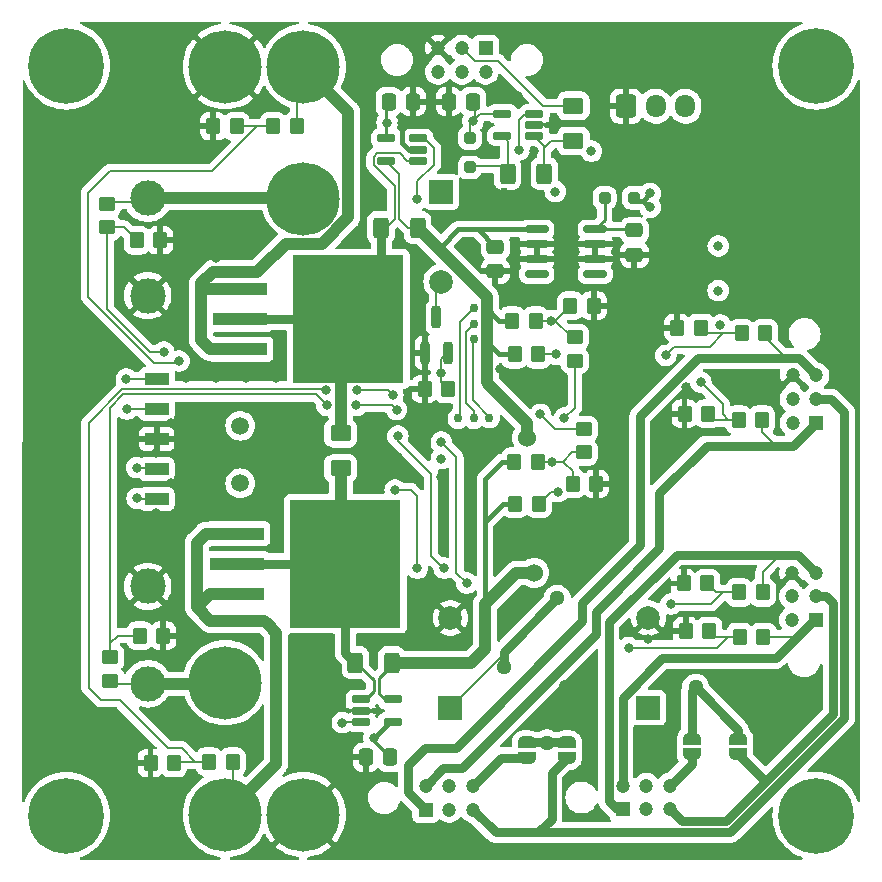
<source format=gbl>
G04 #@! TF.GenerationSoftware,KiCad,Pcbnew,7.0.11*
G04 #@! TF.CreationDate,2024-06-06T22:24:09-04:00*
G04 #@! TF.ProjectId,remote_arming,72656d6f-7465-45f6-9172-6d696e672e6b,rev?*
G04 #@! TF.SameCoordinates,Original*
G04 #@! TF.FileFunction,Copper,L4,Bot*
G04 #@! TF.FilePolarity,Positive*
%FSLAX46Y46*%
G04 Gerber Fmt 4.6, Leading zero omitted, Abs format (unit mm)*
G04 Created by KiCad (PCBNEW 7.0.11) date 2024-06-06 22:24:09*
%MOMM*%
%LPD*%
G01*
G04 APERTURE LIST*
G04 Aperture macros list*
%AMRoundRect*
0 Rectangle with rounded corners*
0 $1 Rounding radius*
0 $2 $3 $4 $5 $6 $7 $8 $9 X,Y pos of 4 corners*
0 Add a 4 corners polygon primitive as box body*
4,1,4,$2,$3,$4,$5,$6,$7,$8,$9,$2,$3,0*
0 Add four circle primitives for the rounded corners*
1,1,$1+$1,$2,$3*
1,1,$1+$1,$4,$5*
1,1,$1+$1,$6,$7*
1,1,$1+$1,$8,$9*
0 Add four rect primitives between the rounded corners*
20,1,$1+$1,$2,$3,$4,$5,0*
20,1,$1+$1,$4,$5,$6,$7,0*
20,1,$1+$1,$6,$7,$8,$9,0*
20,1,$1+$1,$8,$9,$2,$3,0*%
%AMFreePoly0*
4,1,19,0.500000,-0.750000,0.000000,-0.750000,0.000000,-0.744911,-0.071157,-0.744911,-0.207708,-0.704816,-0.327430,-0.627875,-0.420627,-0.520320,-0.479746,-0.390866,-0.500000,-0.250000,-0.500000,0.250000,-0.479746,0.390866,-0.420627,0.520320,-0.327430,0.627875,-0.207708,0.704816,-0.071157,0.744911,0.000000,0.744911,0.000000,0.750000,0.500000,0.750000,0.500000,-0.750000,0.500000,-0.750000,
$1*%
%AMFreePoly1*
4,1,19,0.000000,0.744911,0.071157,0.744911,0.207708,0.704816,0.327430,0.627875,0.420627,0.520320,0.479746,0.390866,0.500000,0.250000,0.500000,-0.250000,0.479746,-0.390866,0.420627,-0.520320,0.327430,-0.627875,0.207708,-0.704816,0.071157,-0.744911,0.000000,-0.744911,0.000000,-0.750000,-0.500000,-0.750000,-0.500000,0.750000,0.000000,0.750000,0.000000,0.744911,0.000000,0.744911,
$1*%
G04 Aperture macros list end*
G04 #@! TA.AperFunction,ComponentPad*
%ADD10R,2.000000X2.000000*%
G04 #@! TD*
G04 #@! TA.AperFunction,ComponentPad*
%ADD11C,2.000000*%
G04 #@! TD*
G04 #@! TA.AperFunction,ComponentPad*
%ADD12C,1.500000*%
G04 #@! TD*
G04 #@! TA.AperFunction,ComponentPad*
%ADD13C,6.197600*%
G04 #@! TD*
G04 #@! TA.AperFunction,ComponentPad*
%ADD14C,6.400000*%
G04 #@! TD*
G04 #@! TA.AperFunction,ComponentPad*
%ADD15R,1.200000X1.200000*%
G04 #@! TD*
G04 #@! TA.AperFunction,ComponentPad*
%ADD16C,1.200000*%
G04 #@! TD*
G04 #@! TA.AperFunction,ComponentPad*
%ADD17C,3.000000*%
G04 #@! TD*
G04 #@! TA.AperFunction,ComponentPad*
%ADD18RoundRect,0.250000X-0.600000X-0.725000X0.600000X-0.725000X0.600000X0.725000X-0.600000X0.725000X0*%
G04 #@! TD*
G04 #@! TA.AperFunction,ComponentPad*
%ADD19O,1.700000X1.950000*%
G04 #@! TD*
G04 #@! TA.AperFunction,SMDPad,CuDef*
%ADD20R,2.000000X1.000000*%
G04 #@! TD*
G04 #@! TA.AperFunction,SMDPad,CuDef*
%ADD21RoundRect,0.250000X-0.475000X0.337500X-0.475000X-0.337500X0.475000X-0.337500X0.475000X0.337500X0*%
G04 #@! TD*
G04 #@! TA.AperFunction,SMDPad,CuDef*
%ADD22RoundRect,0.250000X0.450000X-0.350000X0.450000X0.350000X-0.450000X0.350000X-0.450000X-0.350000X0*%
G04 #@! TD*
G04 #@! TA.AperFunction,SMDPad,CuDef*
%ADD23RoundRect,0.250000X-0.350000X-0.450000X0.350000X-0.450000X0.350000X0.450000X-0.350000X0.450000X0*%
G04 #@! TD*
G04 #@! TA.AperFunction,SMDPad,CuDef*
%ADD24RoundRect,0.250000X-0.337500X-0.475000X0.337500X-0.475000X0.337500X0.475000X-0.337500X0.475000X0*%
G04 #@! TD*
G04 #@! TA.AperFunction,SMDPad,CuDef*
%ADD25RoundRect,0.250000X0.250000X0.250000X-0.250000X0.250000X-0.250000X-0.250000X0.250000X-0.250000X0*%
G04 #@! TD*
G04 #@! TA.AperFunction,SMDPad,CuDef*
%ADD26RoundRect,0.250000X0.350000X0.450000X-0.350000X0.450000X-0.350000X-0.450000X0.350000X-0.450000X0*%
G04 #@! TD*
G04 #@! TA.AperFunction,SMDPad,CuDef*
%ADD27RoundRect,0.250001X0.624999X-0.462499X0.624999X0.462499X-0.624999X0.462499X-0.624999X-0.462499X0*%
G04 #@! TD*
G04 #@! TA.AperFunction,SMDPad,CuDef*
%ADD28FreePoly0,90.000000*%
G04 #@! TD*
G04 #@! TA.AperFunction,SMDPad,CuDef*
%ADD29FreePoly1,90.000000*%
G04 #@! TD*
G04 #@! TA.AperFunction,SMDPad,CuDef*
%ADD30RoundRect,0.162500X0.617500X0.162500X-0.617500X0.162500X-0.617500X-0.162500X0.617500X-0.162500X0*%
G04 #@! TD*
G04 #@! TA.AperFunction,SMDPad,CuDef*
%ADD31RoundRect,0.250000X-0.450000X0.350000X-0.450000X-0.350000X0.450000X-0.350000X0.450000X0.350000X0*%
G04 #@! TD*
G04 #@! TA.AperFunction,SMDPad,CuDef*
%ADD32RoundRect,0.162500X-0.617500X-0.162500X0.617500X-0.162500X0.617500X0.162500X-0.617500X0.162500X0*%
G04 #@! TD*
G04 #@! TA.AperFunction,SMDPad,CuDef*
%ADD33RoundRect,0.250000X-0.250000X0.250000X-0.250000X-0.250000X0.250000X-0.250000X0.250000X0.250000X0*%
G04 #@! TD*
G04 #@! TA.AperFunction,SMDPad,CuDef*
%ADD34RoundRect,0.250000X0.400000X0.625000X-0.400000X0.625000X-0.400000X-0.625000X0.400000X-0.625000X0*%
G04 #@! TD*
G04 #@! TA.AperFunction,SMDPad,CuDef*
%ADD35RoundRect,0.150000X0.825000X0.150000X-0.825000X0.150000X-0.825000X-0.150000X0.825000X-0.150000X0*%
G04 #@! TD*
G04 #@! TA.AperFunction,SMDPad,CuDef*
%ADD36R,4.600000X1.100000*%
G04 #@! TD*
G04 #@! TA.AperFunction,SMDPad,CuDef*
%ADD37R,9.400000X10.800000*%
G04 #@! TD*
G04 #@! TA.AperFunction,SMDPad,CuDef*
%ADD38RoundRect,0.250000X0.337500X0.475000X-0.337500X0.475000X-0.337500X-0.475000X0.337500X-0.475000X0*%
G04 #@! TD*
G04 #@! TA.AperFunction,SMDPad,CuDef*
%ADD39RoundRect,0.200000X0.200000X-0.750000X0.200000X0.750000X-0.200000X0.750000X-0.200000X-0.750000X0*%
G04 #@! TD*
G04 #@! TA.AperFunction,SMDPad,CuDef*
%ADD40RoundRect,0.250000X-0.400000X-0.625000X0.400000X-0.625000X0.400000X0.625000X-0.400000X0.625000X0*%
G04 #@! TD*
G04 #@! TA.AperFunction,ViaPad*
%ADD41C,1.282600*%
G04 #@! TD*
G04 #@! TA.AperFunction,ViaPad*
%ADD42C,0.800000*%
G04 #@! TD*
G04 #@! TA.AperFunction,ViaPad*
%ADD43C,0.762000*%
G04 #@! TD*
G04 #@! TA.AperFunction,ViaPad*
%ADD44C,1.524000*%
G04 #@! TD*
G04 #@! TA.AperFunction,Conductor*
%ADD45C,0.203200*%
G04 #@! TD*
G04 #@! TA.AperFunction,Conductor*
%ADD46C,0.762000*%
G04 #@! TD*
G04 #@! TA.AperFunction,Conductor*
%ADD47C,0.381000*%
G04 #@! TD*
G04 #@! TA.AperFunction,Conductor*
%ADD48C,0.250000*%
G04 #@! TD*
G04 #@! TA.AperFunction,Conductor*
%ADD49C,1.016000*%
G04 #@! TD*
G04 APERTURE END LIST*
D10*
X214630000Y-70622000D03*
D11*
X214630000Y-78222000D03*
D12*
X197612000Y-90424000D03*
X197612000Y-95304000D03*
D13*
X202946000Y-71207500D03*
X202946000Y-60031500D03*
X196342000Y-60031500D03*
D14*
X182880000Y-123444000D03*
D15*
X218376000Y-58452000D03*
D16*
X216376000Y-58452000D03*
X214376000Y-58452000D03*
X218376000Y-60452000D03*
X216376000Y-60452000D03*
X214376000Y-60452000D03*
D15*
X246348000Y-106870000D03*
D16*
X246348000Y-104870000D03*
X246348000Y-102870000D03*
X244348000Y-106870000D03*
X244348000Y-104870000D03*
X244348000Y-102870000D03*
D17*
X189777200Y-112278200D03*
X189777200Y-104028200D03*
X189777200Y-79410600D03*
X189777200Y-71160600D03*
D13*
X196342000Y-112180500D03*
X196342000Y-123356500D03*
X202946000Y-123356500D03*
D10*
X232156000Y-114300000D03*
D11*
X232156000Y-106700000D03*
D15*
X229997000Y-122904000D03*
D16*
X231997000Y-122904000D03*
X233997000Y-122904000D03*
X229997000Y-120904000D03*
X231997000Y-120904000D03*
X233997000Y-120904000D03*
D14*
X246380000Y-59944000D03*
D18*
X230291000Y-63365500D03*
D19*
X232791000Y-63365500D03*
X235291000Y-63365500D03*
D10*
X215392000Y-114300000D03*
D11*
X215392000Y-106700000D03*
D14*
X182880000Y-59944000D03*
X246380000Y-123444000D03*
D15*
X213297000Y-122936000D03*
D16*
X215297000Y-122936000D03*
X217297000Y-122936000D03*
X213297000Y-120936000D03*
X215297000Y-120936000D03*
X217297000Y-120936000D03*
D15*
X246380000Y-90170000D03*
D16*
X246380000Y-88170000D03*
X246380000Y-86170000D03*
X244380000Y-90170000D03*
X244380000Y-88170000D03*
X244380000Y-86170000D03*
D20*
X190534500Y-86487000D03*
X190534500Y-89027000D03*
X190534500Y-91567000D03*
X190534500Y-94107000D03*
X190534500Y-96647000D03*
D21*
X230973400Y-73892500D03*
X230973400Y-75967500D03*
D22*
X186588400Y-112048800D03*
X186588400Y-110048800D03*
D23*
X220827600Y-84378800D03*
X222827600Y-84378800D03*
D24*
X208232500Y-118491000D03*
X210307500Y-118491000D03*
D25*
X230953400Y-71120000D03*
X228453400Y-71120000D03*
D26*
X237153200Y-103784400D03*
X235153200Y-103784400D03*
D27*
X206095600Y-94045100D03*
X206095600Y-91070100D03*
D28*
X239776000Y-118252000D03*
D29*
X239776000Y-116952000D03*
D28*
X235839000Y-118252000D03*
D29*
X235839000Y-116952000D03*
D26*
X237321600Y-107797600D03*
X235321600Y-107797600D03*
D30*
X222504000Y-64013000D03*
X222504000Y-64963000D03*
X222504000Y-65913000D03*
X219804000Y-65913000D03*
X219804000Y-64013000D03*
D23*
X239893600Y-108305600D03*
X241893600Y-108305600D03*
D21*
X219202000Y-75289500D03*
X219202000Y-77364500D03*
D26*
X197307200Y-65074800D03*
X195307200Y-65074800D03*
D31*
X225942400Y-82921600D03*
X225942400Y-84921600D03*
D22*
X226695000Y-92694000D03*
X226695000Y-90694000D03*
D32*
X207819000Y-115504000D03*
X207819000Y-114554000D03*
X207819000Y-113604000D03*
X210519000Y-113604000D03*
X210519000Y-115504000D03*
D30*
X212678000Y-66106000D03*
X212678000Y-67056000D03*
X212678000Y-68006000D03*
X209978000Y-68006000D03*
X209978000Y-66106000D03*
D33*
X217043000Y-66060000D03*
X217043000Y-68560000D03*
D23*
X239792000Y-89916000D03*
X241792000Y-89916000D03*
D31*
X186309000Y-71644000D03*
X186309000Y-73644000D03*
D23*
X239826800Y-104546400D03*
X241826800Y-104546400D03*
X235220000Y-89408000D03*
X237220000Y-89408000D03*
D34*
X210439000Y-110490000D03*
X207339000Y-110490000D03*
D26*
X242046000Y-82600800D03*
X240046000Y-82600800D03*
D28*
X221843600Y-118546400D03*
D29*
X221843600Y-117246400D03*
D34*
X212624000Y-73660000D03*
X209524000Y-73660000D03*
D23*
X200387200Y-65074800D03*
X202387200Y-65074800D03*
D35*
X227671400Y-73787000D03*
X227671400Y-75057000D03*
X227671400Y-76327000D03*
X227671400Y-77597000D03*
X222721400Y-77597000D03*
X222721400Y-76327000D03*
X222721400Y-75057000D03*
X222721400Y-73787000D03*
D23*
X220624400Y-81534000D03*
X222624400Y-81534000D03*
D24*
X215243500Y-62992000D03*
X217318500Y-62992000D03*
D36*
X197612000Y-81407000D03*
D37*
X206762000Y-81407000D03*
D36*
X197612000Y-78867000D03*
X197612000Y-83947000D03*
D23*
X188839600Y-74726800D03*
X190839600Y-74726800D03*
D38*
X212238500Y-62992000D03*
X210163500Y-62992000D03*
D23*
X225552000Y-80264000D03*
X227552000Y-80264000D03*
D39*
X215162700Y-84253200D03*
X213262700Y-84253200D03*
X214212700Y-81253200D03*
D23*
X225745800Y-95351600D03*
X227745800Y-95351600D03*
D40*
X220239000Y-69088000D03*
X223339000Y-69088000D03*
D23*
X220818200Y-93472000D03*
X222818200Y-93472000D03*
D26*
X192008000Y-118999000D03*
X190008000Y-118999000D03*
D23*
X234610400Y-82143600D03*
X236610400Y-82143600D03*
D36*
X197358000Y-102108000D03*
D37*
X206508000Y-102108000D03*
D36*
X197358000Y-99568000D03*
X197358000Y-104648000D03*
D23*
X220869000Y-97028000D03*
X222869000Y-97028000D03*
D28*
X225272600Y-118546400D03*
D29*
X225272600Y-117246400D03*
D27*
X225806000Y-66323500D03*
X225806000Y-63348500D03*
D26*
X215212700Y-87325200D03*
X213212700Y-87325200D03*
D23*
X194961000Y-118872000D03*
X196961000Y-118872000D03*
X189093600Y-108204000D03*
X191093600Y-108204000D03*
D41*
X224434400Y-105054400D03*
X219913200Y-110845600D03*
X236169200Y-112572800D03*
D42*
X200660000Y-88900000D03*
X192405000Y-74295000D03*
X221107000Y-62484000D03*
X210947000Y-93091000D03*
X221869000Y-86614000D03*
X200660000Y-97790000D03*
X219583000Y-85598000D03*
X241300000Y-125476000D03*
X225044000Y-112395000D03*
X221996000Y-98552000D03*
X225171000Y-77724000D03*
X214630000Y-94742000D03*
X248920000Y-81280000D03*
X207772000Y-60960000D03*
X187960000Y-121920000D03*
X207264000Y-92583000D03*
X198120000Y-86360000D03*
X198120000Y-97790000D03*
X205105000Y-92583000D03*
X239268000Y-112395000D03*
X235331000Y-87122000D03*
X213741000Y-64135000D03*
X182880000Y-101600000D03*
X235331000Y-91313000D03*
X217170000Y-75819000D03*
X232156000Y-80645000D03*
X190500000Y-97790000D03*
X201676000Y-91567000D03*
X195580000Y-88900000D03*
X229743000Y-126492000D03*
X195580000Y-73660000D03*
X190500000Y-92710000D03*
X182880000Y-111760000D03*
X182880000Y-91440000D03*
X221996000Y-100584000D03*
X238887000Y-80772000D03*
X231775000Y-77470000D03*
X210947000Y-94488000D03*
X232664000Y-76581000D03*
X182880000Y-81280000D03*
X200660000Y-95250000D03*
D43*
X219964000Y-70612000D03*
D42*
X224282000Y-100584000D03*
X188468000Y-118491000D03*
X205994000Y-113792000D03*
X193040000Y-92710000D03*
X217424000Y-93980000D03*
X233426000Y-80822800D03*
X233299000Y-104394000D03*
X206502000Y-117856000D03*
X208280000Y-71120000D03*
X220853000Y-76454000D03*
X200406000Y-92710000D03*
X185801000Y-114681000D03*
X198120000Y-92710000D03*
X203708000Y-112141000D03*
X191770000Y-90170000D03*
X248920000Y-71120000D03*
X232283000Y-117602000D03*
X182880000Y-71120000D03*
X200660000Y-86360000D03*
X191770000Y-95250000D03*
X193040000Y-97790000D03*
X192659000Y-108839000D03*
X229489000Y-76708000D03*
X198120000Y-88900000D03*
D43*
X219710000Y-72390000D03*
D42*
X238887000Y-106426000D03*
X212598000Y-81788000D03*
X238760000Y-60960000D03*
X211328000Y-64770000D03*
X232918000Y-93726000D03*
X232156000Y-108518400D03*
X187960000Y-60960000D03*
X195580000Y-97790000D03*
X195580000Y-86360000D03*
X218440000Y-71120000D03*
X231013000Y-84328000D03*
X195580000Y-92710000D03*
X203708000Y-117856000D03*
X238887000Y-102743000D03*
X187960000Y-101600000D03*
X193040000Y-86360000D03*
X206629000Y-119126000D03*
X192405000Y-75438000D03*
D43*
X217932000Y-72517000D03*
D42*
X192151000Y-114681000D03*
X195580000Y-95250000D03*
X229362000Y-94615000D03*
X195580000Y-76200000D03*
X248031000Y-118745000D03*
X222504000Y-67183000D03*
X213487000Y-125984000D03*
X225171000Y-76200000D03*
X188468000Y-119761000D03*
X192659000Y-107569000D03*
X208788000Y-95631000D03*
X213741000Y-61976000D03*
X229362000Y-96139000D03*
X228346000Y-60960000D03*
X232294200Y-71932800D03*
X210036500Y-64770000D03*
X227330000Y-67183000D03*
X238069000Y-78994000D03*
X238252000Y-81915000D03*
X224282000Y-70612000D03*
X208915000Y-116840000D03*
X238079250Y-75223000D03*
X188849000Y-93980000D03*
X217297000Y-64643000D03*
X214630000Y-93218000D03*
X232294200Y-70764400D03*
D41*
X223570800Y-117297200D03*
D42*
X188874400Y-96570800D03*
X191135000Y-84201000D03*
X204927200Y-88706400D03*
X223012000Y-89474600D03*
D43*
X218694000Y-89763600D03*
X217376400Y-83058000D03*
X217373200Y-89814400D03*
X217376400Y-81788000D03*
X216052400Y-89814400D03*
X217373200Y-80467200D03*
D42*
X230505000Y-109220000D03*
X214630000Y-91821000D03*
X216789000Y-103759000D03*
X234061000Y-105537000D03*
X214884000Y-102489000D03*
X210947000Y-91313000D03*
X236601000Y-86741000D03*
X233629200Y-84480400D03*
D44*
X221869000Y-91440000D03*
D42*
X187960000Y-86487000D03*
X207433093Y-88706400D03*
X210836693Y-89059493D03*
X188010800Y-89027000D03*
X210528000Y-87833200D03*
X207476800Y-87426800D03*
D44*
X222504000Y-102870000D03*
D42*
X214630000Y-85979000D03*
X224004000Y-93472000D03*
X224512000Y-96012000D03*
X223901000Y-81534000D03*
X224342200Y-84378800D03*
X225044000Y-89789000D03*
X192430400Y-84937600D03*
X204851000Y-87407002D03*
X212598000Y-71247000D03*
X221234000Y-67056000D03*
X206248000Y-115570000D03*
X212598000Y-102489000D03*
X210718400Y-95885000D03*
D45*
X219913200Y-109778800D02*
X219913200Y-109575600D01*
X215392000Y-114300000D02*
X219913200Y-109778800D01*
D46*
X219913200Y-109575600D02*
X219913200Y-110845600D01*
X224434400Y-105054400D02*
X219913200Y-109575600D01*
X239776000Y-116179600D02*
X236169200Y-112572800D01*
X239776000Y-116952000D02*
X239776000Y-116179600D01*
X235839000Y-112903000D02*
X236169200Y-112572800D01*
X235839000Y-116952000D02*
X235839000Y-112903000D01*
X223621600Y-117246400D02*
X223570800Y-117297200D01*
X225272600Y-117246400D02*
X223621600Y-117246400D01*
X223520000Y-117246400D02*
X223570800Y-117297200D01*
X221843600Y-117246400D02*
X223520000Y-117246400D01*
D45*
X244754400Y-108305600D02*
X244906800Y-108153200D01*
D46*
X244906800Y-108153200D02*
X242925600Y-110134400D01*
X246190000Y-106870000D02*
X244906800Y-108153200D01*
D45*
X241893600Y-108305600D02*
X244754400Y-108305600D01*
D46*
X233997000Y-120904000D02*
X235839000Y-119062000D01*
X235839000Y-119062000D02*
X235839000Y-118252000D01*
X241843800Y-120319800D02*
X239776000Y-118252000D01*
X242290600Y-120319800D02*
X241843800Y-120319800D01*
X242290600Y-120319800D02*
X247802400Y-114808000D01*
X238709200Y-123901200D02*
X242290600Y-120319800D01*
X223977200Y-123694800D02*
X222808800Y-124863200D01*
X223977200Y-119841800D02*
X223977200Y-123694800D01*
X225272600Y-118546400D02*
X223977200Y-119841800D01*
X217297000Y-120936000D02*
X219686600Y-118546400D01*
X219686600Y-118546400D02*
X221843600Y-118546400D01*
D45*
X214212700Y-81253200D02*
X214212700Y-78639300D01*
X214212700Y-78639300D02*
X214630000Y-78222000D01*
D47*
X212678000Y-67056000D02*
X211898001Y-67056000D01*
X211328000Y-64770000D02*
X211328000Y-65151000D01*
X211898001Y-67056000D02*
X211328000Y-66485999D01*
X211328000Y-66485999D02*
X211328000Y-64770000D01*
X210251000Y-115504000D02*
X208915000Y-116840000D01*
D45*
X190407500Y-93980000D02*
X190534500Y-94107000D01*
X217927000Y-64013000D02*
X217297000Y-64643000D01*
X188849000Y-93980000D02*
X190407500Y-93980000D01*
D47*
X230953400Y-71374000D02*
X231735400Y-71374000D01*
D45*
X219804000Y-64013000D02*
X217927000Y-64013000D01*
X217344000Y-65933000D02*
X217043000Y-65632000D01*
D48*
X208915000Y-117098500D02*
X208915000Y-116840000D01*
D45*
X217445500Y-63119000D02*
X217445500Y-64494500D01*
D47*
X231735400Y-71374000D02*
X232294200Y-71932800D01*
X230953400Y-71374000D02*
X231684600Y-71374000D01*
D45*
X217043000Y-65632000D02*
X217043000Y-64897000D01*
D47*
X210519000Y-115504000D02*
X210251000Y-115504000D01*
D48*
X209978000Y-66106000D02*
X209978000Y-63177500D01*
X209978000Y-63177500D02*
X210163500Y-62992000D01*
D47*
X231684600Y-71374000D02*
X232294200Y-70764400D01*
D48*
X210307500Y-118491000D02*
X208915000Y-117098500D01*
D45*
X217445500Y-64494500D02*
X217297000Y-64643000D01*
X217043000Y-64897000D02*
X217297000Y-64643000D01*
X216027000Y-114300000D02*
X215392000Y-114300000D01*
D48*
X227671400Y-73787000D02*
X230867900Y-73787000D01*
X230867900Y-73787000D02*
X230973400Y-73892500D01*
X227671400Y-73787000D02*
X228453400Y-73005000D01*
X228453400Y-73005000D02*
X228453400Y-71374000D01*
D45*
X188874400Y-96570800D02*
X188950600Y-96647000D01*
X188950600Y-96647000D02*
X190534500Y-96647000D01*
X186309000Y-73644000D02*
X186309000Y-80518000D01*
X186309000Y-80518000D02*
X189992000Y-84201000D01*
X189992000Y-84201000D02*
X191135000Y-84201000D01*
X186309000Y-73644000D02*
X187756800Y-73644000D01*
X187756800Y-73644000D02*
X188839600Y-74726800D01*
X186629800Y-73964800D02*
X186309000Y-73644000D01*
X204927200Y-88706400D02*
X204000000Y-87779200D01*
X186588400Y-110048800D02*
X186588400Y-108839000D01*
X189093600Y-108204000D02*
X187223400Y-108204000D01*
X187223400Y-108204000D02*
X186588400Y-108839000D01*
X204927200Y-88706400D02*
X204866800Y-88646000D01*
X187709310Y-87779200D02*
X186588400Y-88900110D01*
X186588400Y-88900110D02*
X186588400Y-108839000D01*
X204000000Y-87779200D02*
X187709310Y-87779200D01*
X224215400Y-90678000D02*
X226679000Y-90678000D01*
X223012000Y-89474600D02*
X224215400Y-90678000D01*
X226679000Y-90678000D02*
X226695000Y-90694000D01*
X217376400Y-83058000D02*
X217424000Y-83058000D01*
X217322400Y-88290400D02*
X217322400Y-83112000D01*
X217322400Y-83112000D02*
X217376400Y-83058000D01*
X218694000Y-89763600D02*
X218694000Y-89662000D01*
X218694000Y-89662000D02*
X217322400Y-88290400D01*
X216693800Y-82470600D02*
X217376400Y-81788000D01*
X217373200Y-89185800D02*
X216693800Y-88506400D01*
X217373200Y-89814400D02*
X217373200Y-89185800D01*
X216693800Y-88506400D02*
X216693800Y-82470600D01*
X216204800Y-81635600D02*
X217373200Y-80467200D01*
X216052400Y-89814400D02*
X216204800Y-89662000D01*
X216204800Y-89662000D02*
X216204800Y-81635600D01*
X214630000Y-91821000D02*
X215900000Y-93091000D01*
X230505000Y-109220000D02*
X237947200Y-109220000D01*
X238861600Y-108305600D02*
X239893600Y-108305600D01*
X239893600Y-108305600D02*
X237829600Y-108305600D01*
X237829600Y-108305600D02*
X237321600Y-107797600D01*
X215900000Y-93091000D02*
X215900000Y-102870000D01*
X215900000Y-102870000D02*
X216789000Y-103759000D01*
X237947200Y-109220000D02*
X238861600Y-108305600D01*
X216789000Y-103759000D02*
X216789000Y-103886000D01*
X234061000Y-105537000D02*
X237464600Y-105537000D01*
X214884000Y-102489000D02*
X214884000Y-102616000D01*
X214757000Y-102489000D02*
X214884000Y-102489000D01*
X214884000Y-102616000D02*
X214884000Y-102616000D01*
X239826800Y-104546400D02*
X238455200Y-104546400D01*
X213741000Y-94488000D02*
X213741000Y-101473000D01*
X213741000Y-101473000D02*
X214757000Y-102489000D01*
X210947000Y-91313000D02*
X210947000Y-91694000D01*
X237464600Y-105537000D02*
X238455200Y-104546400D01*
X210947000Y-91694000D02*
X213741000Y-94488000D01*
X237915200Y-104546400D02*
X237153200Y-103784400D01*
X238455200Y-104546400D02*
X237915200Y-104546400D01*
X238455200Y-89458800D02*
X238455200Y-88595200D01*
X237728000Y-89916000D02*
X237220000Y-89408000D01*
X238455200Y-88595200D02*
X236601000Y-86741000D01*
X239792000Y-89916000D02*
X238912400Y-89916000D01*
X238912400Y-89916000D02*
X237728000Y-89916000D01*
X238912400Y-89916000D02*
X238455200Y-89458800D01*
X237083400Y-82616600D02*
X236610400Y-82143600D01*
X238506000Y-82616600D02*
X237353400Y-83769200D01*
X237353400Y-83769200D02*
X234340400Y-83769200D01*
X240046000Y-82600800D02*
X240030200Y-82616600D01*
X236626200Y-82616600D02*
X236458000Y-82448400D01*
X240030200Y-82616600D02*
X238506000Y-82616600D01*
X234340400Y-83769200D02*
X233629200Y-84480400D01*
X238506000Y-82616600D02*
X237083400Y-82616600D01*
D47*
X220827600Y-84378800D02*
X219490800Y-84378800D01*
X219202000Y-75289500D02*
X217699500Y-73787000D01*
D45*
X211074000Y-69102000D02*
X209978000Y-68006000D01*
D47*
X217170000Y-73787000D02*
X216077800Y-73787000D01*
X219490800Y-84378800D02*
X218220800Y-83108800D01*
D49*
X218694000Y-86995000D02*
X218465400Y-86766400D01*
D47*
X217699500Y-73787000D02*
X217170000Y-73787000D01*
D49*
X218465400Y-79501400D02*
X212624000Y-73660000D01*
D47*
X216077800Y-73787000D02*
X214575300Y-75289500D01*
D45*
X209978000Y-68229400D02*
X209990700Y-68229400D01*
D49*
X221869000Y-90170000D02*
X221869000Y-91440000D01*
D45*
X211836000Y-73660000D02*
X211074000Y-72898000D01*
D49*
X218465400Y-86766400D02*
X218465400Y-79501400D01*
X218694000Y-86995000D02*
X221869000Y-90170000D01*
D45*
X212624000Y-73660000D02*
X211836000Y-73660000D01*
D47*
X219541600Y-81534000D02*
X218220800Y-80213200D01*
X220624400Y-81534000D02*
X219541600Y-81534000D01*
D45*
X209978000Y-68006000D02*
X209978000Y-68229400D01*
D47*
X222721400Y-73787000D02*
X217170000Y-73787000D01*
D45*
X212445600Y-73660000D02*
X212624000Y-73660000D01*
X211074000Y-72898000D02*
X211074000Y-69102000D01*
X210474000Y-88696800D02*
X210836693Y-89059493D01*
X187960000Y-86487000D02*
X190534500Y-86487000D01*
X207442693Y-88696800D02*
X210474000Y-88696800D01*
X207433093Y-88706400D02*
X207442693Y-88696800D01*
X210121600Y-87426800D02*
X210528000Y-87833200D01*
X188010800Y-89027000D02*
X190534500Y-89027000D01*
X207476800Y-87426800D02*
X210121600Y-87426800D01*
D49*
X199402700Y-77076300D02*
X199059800Y-77419200D01*
X199402700Y-77076300D02*
X201464700Y-75014300D01*
D45*
X202387200Y-60590300D02*
X202946000Y-60031500D01*
D49*
X201464700Y-75014300D02*
X204522829Y-75014300D01*
X206756000Y-63841500D02*
X202946000Y-60031500D01*
X194792600Y-78867000D02*
X194310000Y-78384400D01*
X195072000Y-83947000D02*
X194310000Y-83185000D01*
X199059800Y-77419200D02*
X195275200Y-77419200D01*
X206756000Y-72781129D02*
X206756000Y-63841500D01*
X204522829Y-75014300D02*
X206756000Y-72781129D01*
X197612000Y-83947000D02*
X195072000Y-83947000D01*
X194310000Y-83185000D02*
X194310000Y-79502000D01*
X197612000Y-78867000D02*
X194792600Y-78867000D01*
X194310000Y-78384400D02*
X194310000Y-79502000D01*
D45*
X202387200Y-65074800D02*
X202387200Y-60590300D01*
D49*
X195275200Y-77419200D02*
X194310000Y-78384400D01*
D45*
X211757708Y-68006000D02*
X211131108Y-67379400D01*
X211100000Y-77069000D02*
X206762000Y-81407000D01*
X208896400Y-67646760D02*
X208896400Y-68365240D01*
D46*
X209524000Y-73660000D02*
X209524000Y-78645000D01*
D45*
X211131108Y-67379400D02*
X209163760Y-67379400D01*
X212678000Y-68006000D02*
X211757708Y-68006000D01*
D49*
X206248000Y-91070100D02*
X206095600Y-90917700D01*
D46*
X197612000Y-81407000D02*
X195862000Y-81407000D01*
D49*
X206095600Y-82073400D02*
X206762000Y-81407000D01*
D46*
X197612000Y-81407000D02*
X206762000Y-81407000D01*
D45*
X209931000Y-73660000D02*
X209524000Y-73660000D01*
X208896400Y-68365240D02*
X210670800Y-70139640D01*
X210670800Y-72920200D02*
X209931000Y-73660000D01*
D46*
X209524000Y-78645000D02*
X206762000Y-81407000D01*
D49*
X206095600Y-91070100D02*
X206095600Y-82073400D01*
D45*
X209163760Y-67379400D02*
X208896400Y-67646760D01*
X210670800Y-70139640D02*
X210670800Y-72920200D01*
D49*
X199644000Y-106934000D02*
X199923400Y-107213400D01*
X200660000Y-107950000D02*
X200660000Y-119038500D01*
D45*
X196961000Y-122737500D02*
X196342000Y-123356500D01*
D49*
X199923400Y-107213400D02*
X200660000Y-107950000D01*
X200660000Y-119038500D02*
X196342000Y-123356500D01*
X193929000Y-100330000D02*
X193929000Y-105791000D01*
X194691000Y-99568000D02*
X193929000Y-100330000D01*
D45*
X196104000Y-123118500D02*
X196342000Y-123356500D01*
D49*
X195072000Y-106934000D02*
X199644000Y-106934000D01*
X197358000Y-99568000D02*
X194691000Y-99568000D01*
X197358000Y-104648000D02*
X195072000Y-104648000D01*
X195072000Y-104648000D02*
X193929000Y-105791000D01*
D45*
X196961000Y-118872000D02*
X196961000Y-122737500D01*
D49*
X193929000Y-105791000D02*
X195072000Y-106934000D01*
D48*
X207339000Y-110490000D02*
X207416400Y-110490000D01*
X208896800Y-111970400D02*
X208896800Y-112921200D01*
X208896800Y-112921200D02*
X208214000Y-113604000D01*
D49*
X206095600Y-101695600D02*
X206508000Y-102108000D01*
D48*
X208214000Y-113604000D02*
X207819000Y-113604000D01*
D46*
X207339000Y-110490000D02*
X206508000Y-109659000D01*
X197358000Y-102108000D02*
X206508000Y-102108000D01*
D48*
X207416400Y-110490000D02*
X208896800Y-111970400D01*
D49*
X206095600Y-94045100D02*
X206095600Y-101695600D01*
D46*
X206508000Y-109659000D02*
X206508000Y-102108000D01*
D45*
X220239000Y-69088000D02*
X220239000Y-66348000D01*
X220239000Y-66348000D02*
X219804000Y-65913000D01*
X217344000Y-68433000D02*
X219584000Y-68433000D01*
X219584000Y-68433000D02*
X220239000Y-69088000D01*
D49*
X217170000Y-110490000D02*
X218338400Y-109321600D01*
D48*
X210439000Y-110718600D02*
X209346800Y-111810800D01*
X209346800Y-113131600D02*
X209819200Y-113604000D01*
X210439000Y-110490000D02*
X210439000Y-110718600D01*
D49*
X218338400Y-105511600D02*
X218440000Y-105410000D01*
D48*
X209819200Y-113604000D02*
X210519000Y-113604000D01*
X209346800Y-111810800D02*
X209346800Y-113131600D01*
D47*
X219862400Y-97028000D02*
X218338400Y-98552000D01*
D49*
X218440000Y-105410000D02*
X220980000Y-102870000D01*
X218338400Y-109321600D02*
X218338400Y-105511600D01*
X210439000Y-110490000D02*
X217170000Y-110490000D01*
D47*
X220818200Y-93472000D02*
X219786200Y-93472000D01*
X220869000Y-97028000D02*
X219862400Y-97028000D01*
X219786200Y-93472000D02*
X218338400Y-94919800D01*
D49*
X220980000Y-102870000D02*
X222504000Y-102870000D01*
D47*
X218338400Y-94919800D02*
X218338400Y-105511600D01*
D45*
X223339000Y-66929000D02*
X223339000Y-66748000D01*
X223944500Y-66323500D02*
X223339000Y-66929000D01*
X223339000Y-66748000D02*
X222504000Y-65913000D01*
X225806000Y-66323500D02*
X223944500Y-66323500D01*
X223339000Y-69088000D02*
X223339000Y-66929000D01*
X217474400Y-59550400D02*
X219443400Y-59550400D01*
X216376000Y-58452000D02*
X217474400Y-59550400D01*
X219443400Y-59550400D02*
X223241500Y-63348500D01*
X223241500Y-63348500D02*
X225599000Y-63348500D01*
X242046000Y-82940400D02*
X243840000Y-84734400D01*
D46*
X231444800Y-100533200D02*
X226568000Y-105410000D01*
X215849200Y-117703600D02*
X213258400Y-117703600D01*
D45*
X242046000Y-82600800D02*
X242046000Y-82940400D01*
D46*
X236331256Y-84734400D02*
X231444800Y-89620856D01*
X226568000Y-105410000D02*
X226568000Y-106984800D01*
D45*
X242046000Y-82346800D02*
X242046000Y-82940400D01*
D46*
X213258400Y-117703600D02*
X211836000Y-119126000D01*
X226568000Y-106984800D02*
X215849200Y-117703600D01*
X231444800Y-89620856D02*
X231444800Y-100533200D01*
X211836000Y-121475000D02*
X213297000Y-122936000D01*
X244944400Y-84734400D02*
X243840000Y-84734400D01*
X243840000Y-84734400D02*
X236331256Y-84734400D01*
X211836000Y-119126000D02*
X211836000Y-121475000D01*
X246380000Y-86170000D02*
X244944400Y-84734400D01*
X214802200Y-119430800D02*
X216357200Y-119430800D01*
D45*
X241792000Y-90966800D02*
X242976400Y-92151200D01*
D47*
X246380000Y-90170000D02*
X245969268Y-90170000D01*
D46*
X242976400Y-92151200D02*
X244398800Y-92151200D01*
X237083600Y-92151200D02*
X242976400Y-92151200D01*
X213297000Y-120936000D02*
X214802200Y-119430800D01*
X227685600Y-108102400D02*
X227685600Y-106172000D01*
X233070400Y-100787200D02*
X233070400Y-96164400D01*
X216357200Y-119430800D02*
X227685600Y-108102400D01*
X244398800Y-92151200D02*
X246380000Y-90170000D01*
D45*
X241792000Y-89916000D02*
X241792000Y-90966800D01*
D46*
X233070400Y-96164400D02*
X237083600Y-92151200D01*
X227685600Y-106172000D02*
X233070400Y-100787200D01*
D49*
X202899100Y-71160600D02*
X202946000Y-71207500D01*
D46*
X189777200Y-71160600D02*
X189824100Y-71207500D01*
D45*
X189452800Y-71485000D02*
X189777200Y-71160600D01*
X186372500Y-71485000D02*
X189452800Y-71485000D01*
X202033500Y-72120000D02*
X202946000Y-71207500D01*
D46*
X189817800Y-71120000D02*
X189777200Y-71160600D01*
D49*
X189777200Y-71160600D02*
X202899100Y-71160600D01*
D46*
X248764400Y-89303200D02*
X247631200Y-88170000D01*
X239107674Y-124863200D02*
X248764400Y-115206474D01*
X222808800Y-124863200D02*
X239107674Y-124863200D01*
X219224200Y-124863200D02*
X222808800Y-124863200D01*
X247631200Y-88170000D02*
X246380000Y-88170000D01*
X217297000Y-122936000D02*
X219224200Y-124863200D01*
X248764400Y-115206474D02*
X248764400Y-89303200D01*
X247802400Y-105475872D02*
X247196528Y-104870000D01*
X233997000Y-122904000D02*
X234994200Y-123901200D01*
X234994200Y-123901200D02*
X238709200Y-123901200D01*
X247802400Y-114808000D02*
X247802400Y-105475872D01*
D45*
X241681000Y-120523000D02*
X241808000Y-120650000D01*
D46*
X247196528Y-104870000D02*
X246348000Y-104870000D01*
D45*
X235839000Y-118252000D02*
X235864400Y-118277400D01*
D46*
X246348000Y-102870000D02*
X244824000Y-101346000D01*
X234543600Y-101346000D02*
X228816000Y-107073600D01*
D45*
X241826800Y-104546400D02*
X241826800Y-102823398D01*
D46*
X243304198Y-101346000D02*
X234543600Y-101346000D01*
X228816000Y-107073600D02*
X228816000Y-122186800D01*
X244824000Y-101346000D02*
X243304198Y-101346000D01*
X228816000Y-122186800D02*
X229533200Y-122904000D01*
D45*
X241826800Y-102823398D02*
X243027200Y-101622998D01*
D46*
X229533200Y-122904000D02*
X229997000Y-122904000D01*
X246348000Y-106870000D02*
X246190000Y-106870000D01*
X242925600Y-110134400D02*
X233324400Y-110134400D01*
X229997000Y-113461800D02*
X229997000Y-120904000D01*
X233324400Y-110134400D02*
X229997000Y-113461800D01*
D45*
X214630000Y-85979000D02*
X214630000Y-84785900D01*
X214630000Y-84785900D02*
X215162700Y-84253200D01*
X214630000Y-85979000D02*
X214630000Y-86742500D01*
X214630000Y-86742500D02*
X215212700Y-87325200D01*
X224291400Y-93472000D02*
X224409000Y-93472000D01*
X224917000Y-93472000D02*
X225745800Y-94300800D01*
X222818200Y-93472000D02*
X224291400Y-93472000D01*
X224917000Y-93472000D02*
X225695000Y-92694000D01*
X225745800Y-94300800D02*
X225745800Y-95351600D01*
X225695000Y-92694000D02*
X226695000Y-92694000D01*
X224409000Y-93472000D02*
X224917000Y-93472000D01*
X223885000Y-96012000D02*
X224409000Y-96012000D01*
X222869000Y-97028000D02*
X223885000Y-96012000D01*
X225669600Y-82921600D02*
X224282000Y-81534000D01*
X222513400Y-81645000D02*
X222624400Y-81534000D01*
X223910400Y-81534000D02*
X224282000Y-81534000D01*
X224282000Y-81534000D02*
X225552000Y-80264000D01*
X222624400Y-81534000D02*
X223910400Y-81534000D01*
X224354900Y-84391500D02*
X224342200Y-84378800D01*
X224342200Y-84378800D02*
X222827600Y-84378800D01*
X225044000Y-89789000D02*
X225942400Y-88890600D01*
X225942400Y-88890600D02*
X225942400Y-84921600D01*
X195199000Y-68884800D02*
X186537600Y-68884800D01*
X200387200Y-65074800D02*
X199009000Y-65074800D01*
X184708800Y-79488010D02*
X190310790Y-85090000D01*
X199009000Y-65074800D02*
X197307200Y-65074800D01*
X184708800Y-70713600D02*
X184708800Y-79488010D01*
X190310790Y-85090000D02*
X192278000Y-85090000D01*
X192278000Y-85090000D02*
X192430400Y-84937600D01*
X186537600Y-68884800D02*
X184708800Y-70713600D01*
X199009000Y-65074800D02*
X195199000Y-68884800D01*
X185775600Y-113639600D02*
X184759600Y-112623600D01*
X192659000Y-117729000D02*
X192532000Y-117729000D01*
X204851000Y-87407002D02*
X204732598Y-87288600D01*
X184759600Y-90158700D02*
X184759600Y-111429800D01*
X204732598Y-87288600D02*
X187629700Y-87288600D01*
X192135000Y-118872000D02*
X192008000Y-118999000D01*
X204851000Y-87407002D02*
X204851000Y-87376000D01*
X187629700Y-87288600D02*
X184759600Y-90158700D01*
X187426600Y-113639600D02*
X185775600Y-113639600D01*
X191516000Y-117729000D02*
X187426600Y-113639600D01*
X193802000Y-118872000D02*
X192659000Y-117729000D01*
X192532000Y-117729000D02*
X191516000Y-117729000D01*
X194961000Y-118872000D02*
X193802000Y-118872000D01*
X193802000Y-118872000D02*
X192135000Y-118872000D01*
X184759600Y-112623600D02*
X184759600Y-111252000D01*
X213995000Y-68326000D02*
X213995000Y-66929000D01*
X212598000Y-71247000D02*
X212598000Y-69723000D01*
X212598000Y-69723000D02*
X213995000Y-68326000D01*
X213172000Y-66106000D02*
X212678000Y-66106000D01*
X213995000Y-66929000D02*
X213172000Y-66106000D01*
X221724001Y-64013000D02*
X221234000Y-64503001D01*
X222504000Y-64013000D02*
X221724001Y-64013000D01*
X221234000Y-64503001D02*
X221234000Y-67056000D01*
X212598000Y-96393000D02*
X212598000Y-102489000D01*
X210718400Y-95885000D02*
X212090000Y-95885000D01*
X212598000Y-102489000D02*
X212471000Y-102616000D01*
X212090000Y-95885000D02*
X212598000Y-96393000D01*
X206314000Y-115504000D02*
X206248000Y-115570000D01*
X207819000Y-115504000D02*
X206314000Y-115504000D01*
D49*
X196244300Y-112278200D02*
X196342000Y-112180500D01*
D46*
X196127500Y-112395000D02*
X196342000Y-112180500D01*
D45*
X189295400Y-112760000D02*
X189777200Y-112278200D01*
X196342000Y-112180500D02*
X198143500Y-110379000D01*
D46*
X189777200Y-112278200D02*
X189894000Y-112395000D01*
D45*
X186817800Y-112278200D02*
X186588400Y-112048800D01*
D49*
X189777200Y-112278200D02*
X196244300Y-112278200D01*
D45*
X189777200Y-112278200D02*
X186817800Y-112278200D01*
G04 #@! TA.AperFunction,Conductor*
G36*
X195959470Y-56229185D02*
G01*
X196005225Y-56281989D01*
X196015169Y-56351147D01*
X195986144Y-56414703D01*
X195927366Y-56452477D01*
X195911829Y-56455973D01*
X195592746Y-56506510D01*
X195592744Y-56506510D01*
X195228375Y-56604143D01*
X194876223Y-56739322D01*
X194540126Y-56910572D01*
X194223776Y-57116012D01*
X193978603Y-57314550D01*
X195036537Y-58372484D01*
X195008432Y-58392324D01*
X194797652Y-58589179D01*
X194684817Y-58727870D01*
X193625050Y-57668103D01*
X193426512Y-57913276D01*
X193221072Y-58229626D01*
X193049822Y-58565723D01*
X192914643Y-58917875D01*
X192817010Y-59282244D01*
X192817010Y-59282246D01*
X192758003Y-59654805D01*
X192738261Y-60031499D01*
X192738261Y-60031500D01*
X192758003Y-60408194D01*
X192817010Y-60780753D01*
X192817010Y-60780755D01*
X192914643Y-61145124D01*
X193049822Y-61497276D01*
X193221069Y-61833369D01*
X193221070Y-61833372D01*
X193426500Y-62149706D01*
X193426510Y-62149719D01*
X193625050Y-62394895D01*
X194684817Y-61335128D01*
X194797652Y-61473821D01*
X195008432Y-61670676D01*
X195036537Y-61690514D01*
X193978603Y-62748448D01*
X194223780Y-62946989D01*
X194223793Y-62946999D01*
X194540127Y-63152429D01*
X194540130Y-63152430D01*
X194876223Y-63323677D01*
X195228375Y-63458856D01*
X195592745Y-63556489D01*
X195965305Y-63615496D01*
X196341999Y-63635239D01*
X196342001Y-63635239D01*
X196718694Y-63615496D01*
X197091253Y-63556489D01*
X197091255Y-63556489D01*
X197455624Y-63458856D01*
X197807776Y-63323677D01*
X198143869Y-63152430D01*
X198143872Y-63152429D01*
X198460218Y-62946991D01*
X198705396Y-62748449D01*
X197647462Y-61690515D01*
X197675568Y-61670676D01*
X197886348Y-61473821D01*
X197999182Y-61335129D01*
X199058949Y-62394896D01*
X199257491Y-62149718D01*
X199462929Y-61833372D01*
X199462930Y-61833369D01*
X199528745Y-61704199D01*
X199576719Y-61653403D01*
X199644539Y-61636607D01*
X199710675Y-61659144D01*
X199749715Y-61704198D01*
X199817702Y-61837629D01*
X200023626Y-62154725D01*
X200193344Y-62364309D01*
X200261575Y-62448567D01*
X200528933Y-62715925D01*
X200561133Y-62742000D01*
X200822774Y-62953873D01*
X201139870Y-63159797D01*
X201139875Y-63159800D01*
X201476766Y-63331455D01*
X201697538Y-63416201D01*
X201753070Y-63458602D01*
X201776863Y-63524295D01*
X201777100Y-63531964D01*
X201777100Y-63824842D01*
X201757415Y-63891881D01*
X201718197Y-63930380D01*
X201563551Y-64025767D01*
X201563547Y-64025770D01*
X201474881Y-64114437D01*
X201413558Y-64147922D01*
X201343866Y-64142938D01*
X201299519Y-64114437D01*
X201210853Y-64025771D01*
X201210852Y-64025770D01*
X201072856Y-63940653D01*
X201059940Y-63932686D01*
X201059935Y-63932684D01*
X200891627Y-63876913D01*
X200787746Y-63866300D01*
X199986662Y-63866300D01*
X199986646Y-63866301D01*
X199882772Y-63876913D01*
X199714464Y-63932684D01*
X199714459Y-63932686D01*
X199563546Y-64025771D01*
X199438171Y-64151146D01*
X199345086Y-64302059D01*
X199345083Y-64302066D01*
X199319358Y-64379703D01*
X199279586Y-64437148D01*
X199215070Y-64463972D01*
X199201652Y-64464700D01*
X199090044Y-64464700D01*
X199074664Y-64463001D01*
X199074635Y-64463314D01*
X199066873Y-64462580D01*
X199066872Y-64462580D01*
X199022579Y-64463972D01*
X199001355Y-64464639D01*
X198997460Y-64464700D01*
X198492748Y-64464700D01*
X198425709Y-64445015D01*
X198379954Y-64392211D01*
X198375042Y-64379703D01*
X198374991Y-64379548D01*
X198349315Y-64302062D01*
X198256230Y-64151148D01*
X198130852Y-64025770D01*
X197992856Y-63940653D01*
X197979940Y-63932686D01*
X197979935Y-63932684D01*
X197811627Y-63876913D01*
X197707746Y-63866300D01*
X196906662Y-63866300D01*
X196906646Y-63866301D01*
X196802772Y-63876913D01*
X196634464Y-63932684D01*
X196634459Y-63932686D01*
X196483549Y-64025769D01*
X196388870Y-64120448D01*
X196327546Y-64153932D01*
X196257855Y-64148948D01*
X196213508Y-64120447D01*
X196125545Y-64032484D01*
X195976324Y-63940443D01*
X195976319Y-63940441D01*
X195809897Y-63885294D01*
X195809890Y-63885293D01*
X195707186Y-63874800D01*
X195557200Y-63874800D01*
X195557200Y-66274799D01*
X195707172Y-66274799D01*
X195707186Y-66274798D01*
X195809897Y-66264305D01*
X195976319Y-66209158D01*
X195976324Y-66209156D01*
X196125542Y-66117117D01*
X196213507Y-66029152D01*
X196274830Y-65995667D01*
X196344522Y-66000651D01*
X196388870Y-66029152D01*
X196483548Y-66123830D01*
X196634462Y-66216915D01*
X196721250Y-66245673D01*
X196778695Y-66285445D01*
X196805518Y-66349961D01*
X196793203Y-66418737D01*
X196769927Y-66451060D01*
X194982607Y-68238381D01*
X194921284Y-68271866D01*
X194894926Y-68274700D01*
X186618644Y-68274700D01*
X186603264Y-68273001D01*
X186603235Y-68273314D01*
X186595473Y-68272580D01*
X186595472Y-68272580D01*
X186530506Y-68274621D01*
X186529955Y-68274639D01*
X186526060Y-68274700D01*
X186499210Y-68274700D01*
X186495461Y-68275173D01*
X186483843Y-68276087D01*
X186441401Y-68277421D01*
X186441400Y-68277421D01*
X186422859Y-68282808D01*
X186403814Y-68286752D01*
X186384671Y-68289170D01*
X186384664Y-68289172D01*
X186345183Y-68304803D01*
X186334136Y-68308585D01*
X186293373Y-68320428D01*
X186276759Y-68330253D01*
X186259297Y-68338807D01*
X186241350Y-68345913D01*
X186241348Y-68345914D01*
X186207001Y-68370868D01*
X186197241Y-68377279D01*
X186160695Y-68398892D01*
X186147045Y-68412542D01*
X186132257Y-68425171D01*
X186116642Y-68436516D01*
X186116640Y-68436518D01*
X186089567Y-68469242D01*
X186081707Y-68477879D01*
X184334696Y-70224890D01*
X184322626Y-70234562D01*
X184322826Y-70234803D01*
X184316816Y-70239774D01*
X184271954Y-70287547D01*
X184269246Y-70290341D01*
X184250254Y-70309333D01*
X184250246Y-70309342D01*
X184247942Y-70312313D01*
X184240361Y-70321190D01*
X184211293Y-70352144D01*
X184201998Y-70369053D01*
X184191318Y-70385312D01*
X184179487Y-70400564D01*
X184179485Y-70400567D01*
X184162625Y-70439526D01*
X184157491Y-70450007D01*
X184137037Y-70487215D01*
X184137035Y-70487220D01*
X184132234Y-70505919D01*
X184125934Y-70524318D01*
X184118267Y-70542034D01*
X184111626Y-70583965D01*
X184109258Y-70595400D01*
X184098700Y-70636521D01*
X184098700Y-70655824D01*
X184097173Y-70675224D01*
X184094154Y-70694283D01*
X184098150Y-70736556D01*
X184098700Y-70748225D01*
X184098700Y-79406968D01*
X184097002Y-79422342D01*
X184097315Y-79422372D01*
X184096580Y-79430138D01*
X184098639Y-79495635D01*
X184098700Y-79499529D01*
X184098700Y-79526396D01*
X184099172Y-79530131D01*
X184100088Y-79541773D01*
X184101421Y-79584207D01*
X184101422Y-79584209D01*
X184106807Y-79602746D01*
X184110752Y-79621793D01*
X184113171Y-79640941D01*
X184113172Y-79640947D01*
X184128801Y-79680420D01*
X184132585Y-79691472D01*
X184144426Y-79732230D01*
X184144427Y-79732231D01*
X184144428Y-79732235D01*
X184154255Y-79748853D01*
X184162809Y-79766314D01*
X184169917Y-79784266D01*
X184169917Y-79784267D01*
X184194877Y-79818622D01*
X184201288Y-79828382D01*
X184222895Y-79864916D01*
X184236538Y-79878559D01*
X184249170Y-79893349D01*
X184260521Y-79908972D01*
X184293241Y-79936040D01*
X184301882Y-79943903D01*
X189624797Y-85266819D01*
X189658282Y-85328142D01*
X189653298Y-85397834D01*
X189611426Y-85453767D01*
X189545962Y-85478184D01*
X189537116Y-85478500D01*
X189485845Y-85478500D01*
X189425297Y-85485011D01*
X189425295Y-85485011D01*
X189288295Y-85536111D01*
X189171239Y-85623739D01*
X189083611Y-85740794D01*
X189081323Y-85746930D01*
X189062932Y-85796235D01*
X189021062Y-85852167D01*
X188955598Y-85876584D01*
X188946752Y-85876900D01*
X188688378Y-85876900D01*
X188621339Y-85857215D01*
X188596227Y-85835871D01*
X188585884Y-85824384D01*
X188571253Y-85808134D01*
X188416752Y-85695882D01*
X188242288Y-85618206D01*
X188242286Y-85618205D01*
X188055487Y-85578500D01*
X187864513Y-85578500D01*
X187677714Y-85618205D01*
X187503246Y-85695883D01*
X187348745Y-85808135D01*
X187220959Y-85950057D01*
X187125473Y-86115443D01*
X187125470Y-86115450D01*
X187088267Y-86229951D01*
X187066458Y-86297072D01*
X187046496Y-86487000D01*
X187066458Y-86676928D01*
X187066459Y-86676931D01*
X187119515Y-86840222D01*
X187121510Y-86910063D01*
X187089265Y-86966221D01*
X184385496Y-89669990D01*
X184373426Y-89679662D01*
X184373626Y-89679903D01*
X184367616Y-89684874D01*
X184322754Y-89732647D01*
X184320046Y-89735441D01*
X184301054Y-89754433D01*
X184301046Y-89754442D01*
X184298742Y-89757413D01*
X184291161Y-89766290D01*
X184262093Y-89797244D01*
X184252798Y-89814153D01*
X184242118Y-89830412D01*
X184230287Y-89845664D01*
X184230285Y-89845667D01*
X184213425Y-89884626D01*
X184208291Y-89895107D01*
X184187837Y-89932315D01*
X184187835Y-89932320D01*
X184187019Y-89935500D01*
X184183409Y-89949560D01*
X184183034Y-89951019D01*
X184176734Y-89969418D01*
X184169067Y-89987134D01*
X184162426Y-90029065D01*
X184160058Y-90040500D01*
X184149500Y-90081621D01*
X184149500Y-90100924D01*
X184147973Y-90120320D01*
X184146854Y-90127386D01*
X184144954Y-90139383D01*
X184148950Y-90181656D01*
X184149500Y-90193325D01*
X184149500Y-112542558D01*
X184147802Y-112557932D01*
X184148115Y-112557962D01*
X184147380Y-112565728D01*
X184149439Y-112631225D01*
X184149500Y-112635119D01*
X184149500Y-112661986D01*
X184149972Y-112665721D01*
X184150888Y-112677363D01*
X184152221Y-112719797D01*
X184152222Y-112719799D01*
X184157607Y-112738336D01*
X184161552Y-112757383D01*
X184163971Y-112776531D01*
X184163972Y-112776537D01*
X184179601Y-112816010D01*
X184183385Y-112827062D01*
X184195226Y-112867820D01*
X184195227Y-112867821D01*
X184195228Y-112867825D01*
X184205055Y-112884443D01*
X184213609Y-112901904D01*
X184220717Y-112919856D01*
X184220717Y-112919857D01*
X184245677Y-112954212D01*
X184252088Y-112963972D01*
X184273695Y-113000506D01*
X184287338Y-113014149D01*
X184299971Y-113028940D01*
X184311320Y-113044561D01*
X184311321Y-113044562D01*
X184344040Y-113071629D01*
X184352681Y-113079492D01*
X185286888Y-114013700D01*
X185296563Y-114025775D01*
X185296805Y-114025576D01*
X185301775Y-114031585D01*
X185349546Y-114076444D01*
X185352343Y-114079155D01*
X185371336Y-114098148D01*
X185374309Y-114100454D01*
X185383199Y-114108046D01*
X185414140Y-114137103D01*
X185431051Y-114146399D01*
X185447316Y-114157083D01*
X185462566Y-114168913D01*
X185501538Y-114185778D01*
X185512014Y-114190910D01*
X185549222Y-114211365D01*
X185567917Y-114216165D01*
X185586318Y-114222465D01*
X185604035Y-114230132D01*
X185645983Y-114236775D01*
X185657402Y-114239140D01*
X185698526Y-114249700D01*
X185717824Y-114249700D01*
X185737221Y-114251226D01*
X185756282Y-114254245D01*
X185756283Y-114254246D01*
X185756283Y-114254245D01*
X185756284Y-114254246D01*
X185788221Y-114251227D01*
X185798557Y-114250250D01*
X185810226Y-114249700D01*
X187122527Y-114249700D01*
X187189566Y-114269385D01*
X187210208Y-114286019D01*
X190512591Y-117588403D01*
X190546076Y-117649726D01*
X190541092Y-117719418D01*
X190499220Y-117775351D01*
X190433756Y-117799768D01*
X190412308Y-117799442D01*
X190407988Y-117799000D01*
X190258000Y-117799000D01*
X190258000Y-120198999D01*
X190407972Y-120198999D01*
X190407986Y-120198998D01*
X190510697Y-120188505D01*
X190677119Y-120133358D01*
X190677124Y-120133356D01*
X190826342Y-120041317D01*
X190914307Y-119953352D01*
X190975630Y-119919867D01*
X191045322Y-119924851D01*
X191089670Y-119953352D01*
X191184348Y-120048030D01*
X191335262Y-120141115D01*
X191503574Y-120196887D01*
X191607455Y-120207500D01*
X192408544Y-120207499D01*
X192512426Y-120196887D01*
X192680738Y-120141115D01*
X192831652Y-120048030D01*
X192957030Y-119922652D01*
X193050115Y-119771738D01*
X193105887Y-119603426D01*
X193106901Y-119593501D01*
X193133295Y-119528808D01*
X193190475Y-119488655D01*
X193230259Y-119482100D01*
X193724926Y-119482100D01*
X193744224Y-119482100D01*
X193763621Y-119483626D01*
X193772569Y-119485044D01*
X193790391Y-119487867D01*
X193790110Y-119489638D01*
X193847196Y-119508365D01*
X193891273Y-119562578D01*
X193894624Y-119571522D01*
X193918884Y-119644735D01*
X193918886Y-119644740D01*
X193938734Y-119676918D01*
X194011970Y-119795652D01*
X194137348Y-119921030D01*
X194288262Y-120014115D01*
X194370348Y-120041315D01*
X194425559Y-120059610D01*
X194483004Y-120099382D01*
X194509827Y-120163898D01*
X194497512Y-120232674D01*
X194454090Y-120281311D01*
X194218774Y-120434126D01*
X193924937Y-120672071D01*
X193924929Y-120672078D01*
X193657578Y-120939429D01*
X193657571Y-120939437D01*
X193419626Y-121233274D01*
X193213702Y-121550370D01*
X193042046Y-121887262D01*
X192906548Y-122240245D01*
X192808685Y-122605474D01*
X192808685Y-122605476D01*
X192749538Y-122978915D01*
X192729750Y-123356499D01*
X192729750Y-123356500D01*
X192749538Y-123734084D01*
X192808685Y-124107523D01*
X192808685Y-124107525D01*
X192906548Y-124472754D01*
X193042046Y-124825737D01*
X193213702Y-125162629D01*
X193419626Y-125479725D01*
X193527798Y-125613306D01*
X193657575Y-125773567D01*
X193924933Y-126040925D01*
X193924937Y-126040928D01*
X194218774Y-126278873D01*
X194524526Y-126477430D01*
X194535875Y-126484800D01*
X194872766Y-126656455D01*
X195225753Y-126791954D01*
X195590971Y-126889814D01*
X195825093Y-126926895D01*
X195857493Y-126932027D01*
X195920628Y-126961956D01*
X195957559Y-127021268D01*
X195956561Y-127091130D01*
X195917951Y-127149363D01*
X195853988Y-127177477D01*
X195838095Y-127178500D01*
X184168641Y-127178500D01*
X184101602Y-127158815D01*
X184055847Y-127106011D01*
X184045903Y-127036853D01*
X184074928Y-126973297D01*
X184124203Y-126938736D01*
X184141680Y-126932027D01*
X184390453Y-126836532D01*
X184736795Y-126660062D01*
X185062793Y-126448357D01*
X185364876Y-126203734D01*
X185639734Y-125928876D01*
X185884357Y-125626793D01*
X186096062Y-125300795D01*
X186272532Y-124954453D01*
X186411833Y-124591562D01*
X186512438Y-124216099D01*
X186573246Y-123832176D01*
X186593589Y-123444000D01*
X186593571Y-123443666D01*
X186588245Y-123342034D01*
X186573246Y-123055824D01*
X186512438Y-122671901D01*
X186411833Y-122296438D01*
X186272532Y-121933547D01*
X186265418Y-121919586D01*
X186230270Y-121850604D01*
X186096062Y-121587206D01*
X186096059Y-121587201D01*
X185884362Y-121261214D01*
X185884359Y-121261211D01*
X185884357Y-121261207D01*
X185639734Y-120959124D01*
X185364876Y-120684266D01*
X185062793Y-120439643D01*
X185062790Y-120439641D01*
X185062785Y-120439637D01*
X184736799Y-120227940D01*
X184390456Y-120051469D01*
X184027569Y-119912169D01*
X184027562Y-119912167D01*
X183652099Y-119811562D01*
X183652095Y-119811561D01*
X183652094Y-119811561D01*
X183268177Y-119750754D01*
X182880001Y-119730411D01*
X182879999Y-119730411D01*
X182491822Y-119750754D01*
X182107906Y-119811561D01*
X182107904Y-119811561D01*
X181732430Y-119912169D01*
X181369543Y-120051469D01*
X181023201Y-120227940D01*
X180697214Y-120439637D01*
X180395128Y-120684262D01*
X180395120Y-120684269D01*
X180120269Y-120959120D01*
X180120262Y-120959128D01*
X179875637Y-121261214D01*
X179663940Y-121587201D01*
X179487469Y-121933543D01*
X179385866Y-122198228D01*
X179343464Y-122253760D01*
X179277770Y-122277553D01*
X179209641Y-122262051D01*
X179160709Y-122212178D01*
X179146102Y-122153732D01*
X179146105Y-122147010D01*
X179147458Y-119249000D01*
X188908001Y-119249000D01*
X188908001Y-119498986D01*
X188918494Y-119601697D01*
X188973641Y-119768119D01*
X188973643Y-119768124D01*
X189065684Y-119917345D01*
X189189654Y-120041315D01*
X189338875Y-120133356D01*
X189338880Y-120133358D01*
X189505302Y-120188505D01*
X189505309Y-120188506D01*
X189608019Y-120198999D01*
X189757999Y-120198999D01*
X189758000Y-120198998D01*
X189758000Y-119249000D01*
X188908001Y-119249000D01*
X179147458Y-119249000D01*
X179147691Y-118749000D01*
X188908000Y-118749000D01*
X189758000Y-118749000D01*
X189758000Y-117799000D01*
X189608027Y-117799000D01*
X189608012Y-117799001D01*
X189505302Y-117809494D01*
X189338880Y-117864641D01*
X189338875Y-117864643D01*
X189189654Y-117956684D01*
X189065684Y-118080654D01*
X188973643Y-118229875D01*
X188973641Y-118229880D01*
X188918494Y-118396302D01*
X188918493Y-118396309D01*
X188908000Y-118499013D01*
X188908000Y-118749000D01*
X179147691Y-118749000D01*
X179172629Y-65324800D01*
X194207201Y-65324800D01*
X194207201Y-65574786D01*
X194217694Y-65677497D01*
X194272841Y-65843919D01*
X194272843Y-65843924D01*
X194364884Y-65993145D01*
X194488854Y-66117115D01*
X194638075Y-66209156D01*
X194638080Y-66209158D01*
X194804502Y-66264305D01*
X194804509Y-66264306D01*
X194907219Y-66274799D01*
X195057199Y-66274799D01*
X195057200Y-66274798D01*
X195057200Y-65324800D01*
X194207201Y-65324800D01*
X179172629Y-65324800D01*
X179172862Y-64824800D01*
X194207200Y-64824800D01*
X195057200Y-64824800D01*
X195057200Y-63874800D01*
X194907227Y-63874800D01*
X194907212Y-63874801D01*
X194804502Y-63885294D01*
X194638080Y-63940441D01*
X194638075Y-63940443D01*
X194488854Y-64032484D01*
X194364884Y-64156454D01*
X194272843Y-64305675D01*
X194272841Y-64305680D01*
X194217694Y-64472102D01*
X194217693Y-64472109D01*
X194207200Y-64574813D01*
X194207200Y-64824800D01*
X179172862Y-64824800D01*
X179174504Y-61308138D01*
X179194220Y-61241112D01*
X179247045Y-61195382D01*
X179316208Y-61185470D01*
X179379750Y-61214525D01*
X179414268Y-61263762D01*
X179487469Y-61454456D01*
X179663940Y-61800799D01*
X179875637Y-62126785D01*
X179875641Y-62126790D01*
X179875643Y-62126793D01*
X180120266Y-62428876D01*
X180395124Y-62703734D01*
X180697207Y-62948357D01*
X180697211Y-62948359D01*
X180697214Y-62948362D01*
X181023200Y-63160059D01*
X181023205Y-63160062D01*
X181369547Y-63336532D01*
X181732438Y-63475833D01*
X182107901Y-63576438D01*
X182491824Y-63637246D01*
X182858530Y-63656463D01*
X182879999Y-63657589D01*
X182880000Y-63657589D01*
X182880001Y-63657589D01*
X182900344Y-63656522D01*
X183268176Y-63637246D01*
X183652099Y-63576438D01*
X184027562Y-63475833D01*
X184390453Y-63336532D01*
X184736795Y-63160062D01*
X185062793Y-62948357D01*
X185364876Y-62703734D01*
X185639734Y-62428876D01*
X185884357Y-62126793D01*
X186096062Y-61800795D01*
X186272532Y-61454453D01*
X186411833Y-61091562D01*
X186512438Y-60716099D01*
X186573246Y-60332176D01*
X186593589Y-59944000D01*
X186573246Y-59555824D01*
X186512438Y-59171901D01*
X186411833Y-58796438D01*
X186403285Y-58774171D01*
X186345879Y-58624622D01*
X186272532Y-58433547D01*
X186096062Y-58087206D01*
X186003093Y-57944045D01*
X185884362Y-57761214D01*
X185884359Y-57761211D01*
X185884357Y-57761207D01*
X185639734Y-57459124D01*
X185364876Y-57184266D01*
X185062793Y-56939643D01*
X185062790Y-56939641D01*
X185062785Y-56939637D01*
X184736799Y-56727940D01*
X184390456Y-56551469D01*
X184124203Y-56449264D01*
X184068671Y-56406862D01*
X184044878Y-56341168D01*
X184060380Y-56273040D01*
X184110253Y-56224107D01*
X184168641Y-56209500D01*
X195892431Y-56209500D01*
X195959470Y-56229185D01*
G37*
G04 #@! TD.AperFunction*
G04 #@! TA.AperFunction,Conductor*
G36*
X201401652Y-124798821D02*
G01*
X201612432Y-124995676D01*
X201640537Y-125015514D01*
X200582603Y-126073448D01*
X200827780Y-126271989D01*
X200827793Y-126271999D01*
X201144127Y-126477429D01*
X201144130Y-126477430D01*
X201480223Y-126648677D01*
X201832375Y-126783856D01*
X202196745Y-126881489D01*
X202515829Y-126932027D01*
X202578963Y-126961956D01*
X202615895Y-127021267D01*
X202614897Y-127091130D01*
X202576287Y-127149363D01*
X202512324Y-127177477D01*
X202496431Y-127178500D01*
X196845905Y-127178500D01*
X196778866Y-127158815D01*
X196733111Y-127106011D01*
X196723167Y-127036853D01*
X196752192Y-126973297D01*
X196810970Y-126935523D01*
X196826507Y-126932027D01*
X196849018Y-126928461D01*
X197093029Y-126889814D01*
X197458247Y-126791954D01*
X197811234Y-126656455D01*
X198148125Y-126484800D01*
X198465227Y-126278872D01*
X198759067Y-126040925D01*
X199026425Y-125773567D01*
X199264372Y-125479727D01*
X199443151Y-125204431D01*
X199470299Y-125162627D01*
X199470300Y-125162625D01*
X199538284Y-125029198D01*
X199586258Y-124978402D01*
X199654079Y-124961607D01*
X199720214Y-124984144D01*
X199759254Y-125029198D01*
X199825072Y-125158374D01*
X200030500Y-125474706D01*
X200030510Y-125474719D01*
X200229050Y-125719895D01*
X201288817Y-124660128D01*
X201401652Y-124798821D01*
G37*
G04 #@! TD.AperFunction*
G04 #@! TA.AperFunction,Conductor*
G36*
X205561539Y-108036185D02*
G01*
X205607294Y-108088989D01*
X205618500Y-108140500D01*
X205618500Y-109579235D01*
X205616972Y-109598634D01*
X205614826Y-109612190D01*
X205616716Y-109648255D01*
X205618330Y-109679055D01*
X205618500Y-109685544D01*
X205618500Y-109705622D01*
X205620598Y-109725586D01*
X205621107Y-109732055D01*
X205624610Y-109798912D01*
X205624611Y-109798915D01*
X205628166Y-109812184D01*
X205631709Y-109831298D01*
X205632044Y-109834480D01*
X205633145Y-109844959D01*
X205653829Y-109908616D01*
X205655672Y-109914839D01*
X205673004Y-109979519D01*
X205673004Y-109979520D01*
X205679236Y-109991751D01*
X205686681Y-110009724D01*
X205690925Y-110022785D01*
X205724410Y-110080782D01*
X205727492Y-110086460D01*
X205757893Y-110146125D01*
X205759976Y-110148697D01*
X205766529Y-110156789D01*
X205777549Y-110172824D01*
X205784412Y-110184712D01*
X205784415Y-110184715D01*
X205829223Y-110234480D01*
X205833429Y-110239405D01*
X205846057Y-110254999D01*
X205846071Y-110255015D01*
X205860255Y-110269199D01*
X205864723Y-110273907D01*
X205902782Y-110316175D01*
X205909530Y-110323669D01*
X205920643Y-110331743D01*
X205935432Y-110344375D01*
X206144181Y-110553124D01*
X206177666Y-110614447D01*
X206180500Y-110640805D01*
X206180500Y-111165537D01*
X206180501Y-111165553D01*
X206191113Y-111269427D01*
X206246884Y-111437735D01*
X206246886Y-111437740D01*
X206270573Y-111476142D01*
X206339970Y-111588652D01*
X206465348Y-111714030D01*
X206616262Y-111807115D01*
X206784574Y-111862887D01*
X206888455Y-111873500D01*
X207789544Y-111873499D01*
X207834768Y-111868879D01*
X207903461Y-111881648D01*
X207935051Y-111904556D01*
X208226981Y-112196485D01*
X208260466Y-112257808D01*
X208263300Y-112284166D01*
X208263300Y-112607433D01*
X208243615Y-112674472D01*
X208226980Y-112695115D01*
X208187912Y-112734182D01*
X208126589Y-112767667D01*
X208100232Y-112770500D01*
X207147263Y-112770500D01*
X207079665Y-112776642D01*
X206924089Y-112825121D01*
X206784638Y-112909423D01*
X206669423Y-113024638D01*
X206585121Y-113164089D01*
X206536643Y-113319663D01*
X206530500Y-113387273D01*
X206530500Y-113820736D01*
X206536642Y-113888334D01*
X206549775Y-113930479D01*
X206585121Y-114043910D01*
X206585122Y-114043911D01*
X206587353Y-114051071D01*
X206585420Y-114051673D01*
X206593564Y-114110649D01*
X206589313Y-114129207D01*
X206545065Y-114271205D01*
X206545064Y-114271207D01*
X206542085Y-114303999D01*
X206542085Y-114304000D01*
X206759041Y-114304000D01*
X206823191Y-114321883D01*
X206924090Y-114382879D01*
X207079661Y-114431356D01*
X207079673Y-114431357D01*
X207084816Y-114432380D01*
X207146729Y-114464763D01*
X207181306Y-114525477D01*
X207177570Y-114595246D01*
X207136706Y-114651920D01*
X207084828Y-114675615D01*
X207079671Y-114676640D01*
X206924087Y-114725122D01*
X206834153Y-114779489D01*
X206766599Y-114797325D01*
X206710691Y-114781518D01*
X206710689Y-114781525D01*
X206710642Y-114781504D01*
X206708003Y-114780758D01*
X206704757Y-114778884D01*
X206584002Y-114725121D01*
X206530288Y-114701206D01*
X206530286Y-114701205D01*
X206343487Y-114661500D01*
X206152513Y-114661500D01*
X205965714Y-114701205D01*
X205791246Y-114778883D01*
X205636745Y-114891135D01*
X205508959Y-115033057D01*
X205413473Y-115198443D01*
X205413470Y-115198450D01*
X205354874Y-115378792D01*
X205354458Y-115380072D01*
X205334496Y-115570000D01*
X205354458Y-115759928D01*
X205354459Y-115759931D01*
X205413470Y-115941549D01*
X205413473Y-115941556D01*
X205508960Y-116106944D01*
X205636747Y-116248866D01*
X205791248Y-116361118D01*
X205965712Y-116438794D01*
X206152513Y-116478500D01*
X206343487Y-116478500D01*
X206530288Y-116438794D01*
X206704752Y-116361118D01*
X206796959Y-116294125D01*
X206862763Y-116270646D01*
X206916923Y-116280663D01*
X206916929Y-116280647D01*
X206917069Y-116280690D01*
X206920736Y-116281369D01*
X206924089Y-116282878D01*
X206924090Y-116282879D01*
X207079661Y-116331356D01*
X207147271Y-116337500D01*
X207952347Y-116337499D01*
X208019386Y-116357183D01*
X208065141Y-116409987D01*
X208075085Y-116479146D01*
X208070278Y-116499817D01*
X208025426Y-116637860D01*
X208021458Y-116650072D01*
X208001496Y-116840000D01*
X208021458Y-117029928D01*
X208021459Y-117029931D01*
X208045422Y-117103682D01*
X208047417Y-117173523D01*
X208011337Y-117233356D01*
X207948636Y-117264184D01*
X207927492Y-117266000D01*
X207845029Y-117266000D01*
X207845012Y-117266001D01*
X207742302Y-117276494D01*
X207575880Y-117331641D01*
X207575875Y-117331643D01*
X207426654Y-117423684D01*
X207302684Y-117547654D01*
X207210643Y-117696875D01*
X207210641Y-117696880D01*
X207155494Y-117863302D01*
X207155493Y-117863309D01*
X207145000Y-117966013D01*
X207145000Y-118241000D01*
X208358500Y-118241000D01*
X208425539Y-118260685D01*
X208471294Y-118313489D01*
X208482500Y-118365000D01*
X208482500Y-119715999D01*
X208619972Y-119715999D01*
X208619986Y-119715998D01*
X208722697Y-119705505D01*
X208889119Y-119650358D01*
X208889124Y-119650356D01*
X209038345Y-119558315D01*
X209162316Y-119434344D01*
X209166798Y-119428677D01*
X209168991Y-119430411D01*
X209211357Y-119392265D01*
X209280314Y-119381008D01*
X209344410Y-119408818D01*
X209366334Y-119434106D01*
X209366489Y-119433985D01*
X209369183Y-119437392D01*
X209370545Y-119438963D01*
X209370970Y-119439652D01*
X209496348Y-119565030D01*
X209647262Y-119658115D01*
X209815574Y-119713887D01*
X209919455Y-119724500D01*
X210695544Y-119724499D01*
X210799426Y-119713887D01*
X210799425Y-119713887D01*
X210806161Y-119713199D01*
X210806369Y-119715239D01*
X210866218Y-119719719D01*
X210922012Y-119761775D01*
X210946213Y-119827320D01*
X210946500Y-119835757D01*
X210946500Y-120876241D01*
X210926815Y-120943280D01*
X210874011Y-120989035D01*
X210804853Y-120998979D01*
X210741297Y-120969954D01*
X210734819Y-120963922D01*
X210668402Y-120897505D01*
X210474830Y-120761965D01*
X210474828Y-120761964D01*
X210367746Y-120712031D01*
X210260663Y-120662097D01*
X210260659Y-120662096D01*
X210260655Y-120662094D01*
X210032413Y-120600938D01*
X210032403Y-120600936D01*
X209855967Y-120585500D01*
X209855966Y-120585500D01*
X209738034Y-120585500D01*
X209738033Y-120585500D01*
X209561596Y-120600936D01*
X209561586Y-120600938D01*
X209333344Y-120662094D01*
X209333335Y-120662098D01*
X209119171Y-120761964D01*
X209119169Y-120761965D01*
X208925597Y-120897505D01*
X208758506Y-121064597D01*
X208758501Y-121064604D01*
X208622967Y-121258165D01*
X208622965Y-121258169D01*
X208523098Y-121472335D01*
X208523094Y-121472344D01*
X208461938Y-121700586D01*
X208461936Y-121700596D01*
X208441341Y-121935999D01*
X208441341Y-121936000D01*
X208461936Y-122171403D01*
X208461938Y-122171413D01*
X208523094Y-122399655D01*
X208523096Y-122399659D01*
X208523097Y-122399663D01*
X208551962Y-122461563D01*
X208622964Y-122613828D01*
X208622965Y-122613830D01*
X208758505Y-122807402D01*
X208925597Y-122974494D01*
X209119169Y-123110034D01*
X209119171Y-123110035D01*
X209333337Y-123209903D01*
X209561592Y-123271063D01*
X209738032Y-123286499D01*
X209738033Y-123286500D01*
X209738034Y-123286500D01*
X209855967Y-123286500D01*
X209855967Y-123286499D01*
X210032408Y-123271063D01*
X210260663Y-123209903D01*
X210474829Y-123110035D01*
X210668401Y-122974495D01*
X210835495Y-122807401D01*
X210971035Y-122613830D01*
X211070903Y-122399663D01*
X211079480Y-122367655D01*
X211085186Y-122346355D01*
X211106568Y-122266554D01*
X211142932Y-122206895D01*
X211205779Y-122176365D01*
X211275154Y-122184659D01*
X211314024Y-122210967D01*
X212152181Y-123049124D01*
X212185666Y-123110447D01*
X212188500Y-123136805D01*
X212188500Y-123584654D01*
X212195011Y-123645202D01*
X212195011Y-123645204D01*
X212243569Y-123775390D01*
X212246111Y-123782204D01*
X212333739Y-123899261D01*
X212450796Y-123986889D01*
X212587799Y-124037989D01*
X212615050Y-124040918D01*
X212648345Y-124044499D01*
X212648362Y-124044500D01*
X213945638Y-124044500D01*
X213945654Y-124044499D01*
X213972692Y-124041591D01*
X214006201Y-124037989D01*
X214143204Y-123986889D01*
X214260261Y-123899261D01*
X214347889Y-123782204D01*
X214347893Y-123782190D01*
X214349293Y-123779630D01*
X214351374Y-123777548D01*
X214353204Y-123775104D01*
X214353555Y-123775366D01*
X214398693Y-123730219D01*
X214466965Y-123715360D01*
X214532432Y-123739770D01*
X214541670Y-123747408D01*
X214572339Y-123775366D01*
X214626118Y-123824392D01*
X214800782Y-123932540D01*
X214992345Y-124006751D01*
X215194282Y-124044500D01*
X215194284Y-124044500D01*
X215399716Y-124044500D01*
X215399718Y-124044500D01*
X215601655Y-124006751D01*
X215793218Y-123932540D01*
X215967882Y-123824392D01*
X216119701Y-123685991D01*
X216198046Y-123582244D01*
X216254155Y-123540609D01*
X216323867Y-123535918D01*
X216385049Y-123569660D01*
X216395954Y-123582245D01*
X216474300Y-123685993D01*
X216604904Y-123805053D01*
X216626118Y-123824392D01*
X216800782Y-123932540D01*
X216992345Y-124006751D01*
X217099071Y-124026701D01*
X217161351Y-124058369D01*
X217163966Y-124060909D01*
X218538822Y-125435765D01*
X218551457Y-125450558D01*
X218559529Y-125461668D01*
X218559531Y-125461670D01*
X218609292Y-125506475D01*
X218613997Y-125510940D01*
X218628194Y-125525137D01*
X218643797Y-125537772D01*
X218648719Y-125541975D01*
X218671585Y-125562564D01*
X218698487Y-125586787D01*
X218710370Y-125593647D01*
X218726411Y-125604671D01*
X218737071Y-125613304D01*
X218796726Y-125643700D01*
X218802431Y-125646798D01*
X218860409Y-125680272D01*
X218860415Y-125680275D01*
X218873467Y-125684516D01*
X218891442Y-125691961D01*
X218903675Y-125698194D01*
X218903679Y-125698195D01*
X218968339Y-125715520D01*
X218974552Y-125717359D01*
X219038244Y-125738055D01*
X219051902Y-125739490D01*
X219071022Y-125743034D01*
X219084285Y-125746588D01*
X219151143Y-125750091D01*
X219157602Y-125750599D01*
X219177580Y-125752700D01*
X219197660Y-125752700D01*
X219204149Y-125752869D01*
X219271009Y-125756374D01*
X219284565Y-125754226D01*
X219303963Y-125752700D01*
X222729036Y-125752700D01*
X222748433Y-125754226D01*
X222761990Y-125756374D01*
X222828856Y-125752870D01*
X222835345Y-125752700D01*
X239027910Y-125752700D01*
X239047307Y-125754226D01*
X239060864Y-125756374D01*
X239127730Y-125752870D01*
X239134219Y-125752700D01*
X239154289Y-125752700D01*
X239154294Y-125752700D01*
X239174301Y-125750596D01*
X239180697Y-125750093D01*
X239247589Y-125746589D01*
X239260856Y-125743033D01*
X239279978Y-125739489D01*
X239293630Y-125738055D01*
X239357304Y-125717365D01*
X239363516Y-125715525D01*
X239428198Y-125698194D01*
X239440428Y-125691961D01*
X239458403Y-125684516D01*
X239471459Y-125680275D01*
X239529462Y-125646785D01*
X239535137Y-125643705D01*
X239568330Y-125626793D01*
X239594799Y-125613307D01*
X239605461Y-125604671D01*
X239621495Y-125593650D01*
X239633389Y-125586785D01*
X239683176Y-125541955D01*
X239688046Y-125537796D01*
X239703680Y-125525137D01*
X239717897Y-125510918D01*
X239722568Y-125506486D01*
X239772343Y-125461670D01*
X239780416Y-125450557D01*
X239793045Y-125435770D01*
X242513587Y-122715228D01*
X242574908Y-122681745D01*
X242644600Y-122686729D01*
X242700533Y-122728601D01*
X242724950Y-122794065D01*
X242723739Y-122822309D01*
X242686754Y-123055822D01*
X242666411Y-123443999D01*
X242666411Y-123444000D01*
X242686754Y-123832177D01*
X242719352Y-124037988D01*
X242747562Y-124216099D01*
X242843755Y-124575098D01*
X242848169Y-124591569D01*
X242987469Y-124954456D01*
X243163940Y-125300799D01*
X243375637Y-125626785D01*
X243375641Y-125626790D01*
X243375643Y-125626793D01*
X243620266Y-125928876D01*
X243895124Y-126203734D01*
X244197207Y-126448357D01*
X244197211Y-126448359D01*
X244197214Y-126448362D01*
X244523200Y-126660059D01*
X244523205Y-126660062D01*
X244869547Y-126836532D01*
X245019850Y-126894228D01*
X245135797Y-126938736D01*
X245191329Y-126981138D01*
X245215122Y-127046832D01*
X245199620Y-127114960D01*
X245149747Y-127163893D01*
X245091359Y-127178500D01*
X203395569Y-127178500D01*
X203328530Y-127158815D01*
X203282775Y-127106011D01*
X203272831Y-127036853D01*
X203301856Y-126973297D01*
X203360634Y-126935523D01*
X203376171Y-126932027D01*
X203695253Y-126881489D01*
X203695255Y-126881489D01*
X204059624Y-126783856D01*
X204411776Y-126648677D01*
X204747869Y-126477430D01*
X204747872Y-126477429D01*
X205064218Y-126271991D01*
X205309396Y-126073449D01*
X204251462Y-125015515D01*
X204279568Y-124995676D01*
X204490348Y-124798821D01*
X204603182Y-124660129D01*
X205662949Y-125719896D01*
X205861491Y-125474718D01*
X206066929Y-125158372D01*
X206066930Y-125158369D01*
X206238177Y-124822276D01*
X206373356Y-124470124D01*
X206470989Y-124105755D01*
X206470989Y-124105753D01*
X206529996Y-123733194D01*
X206549739Y-123356500D01*
X206549739Y-123356499D01*
X206529996Y-122979805D01*
X206470989Y-122607246D01*
X206470989Y-122607244D01*
X206373356Y-122242875D01*
X206238177Y-121890723D01*
X206066927Y-121554626D01*
X205861491Y-121238282D01*
X205662948Y-120993103D01*
X204603181Y-122052870D01*
X204490348Y-121914179D01*
X204279568Y-121717324D01*
X204251461Y-121697484D01*
X205309395Y-120639550D01*
X205064219Y-120441010D01*
X205064206Y-120441000D01*
X204747872Y-120235570D01*
X204747869Y-120235569D01*
X204411776Y-120064322D01*
X204059624Y-119929143D01*
X203695254Y-119831510D01*
X203322694Y-119772503D01*
X202946001Y-119752761D01*
X202945999Y-119752761D01*
X202569305Y-119772503D01*
X202196746Y-119831510D01*
X202196744Y-119831510D01*
X201832375Y-119929143D01*
X201480219Y-120064324D01*
X201344930Y-120133257D01*
X201276261Y-120146153D01*
X201211521Y-120119876D01*
X201171264Y-120062770D01*
X201168272Y-119992964D01*
X201200953Y-119935093D01*
X201339159Y-119796887D01*
X201348169Y-119788722D01*
X201359908Y-119779089D01*
X201379984Y-119762613D01*
X201382251Y-119760753D01*
X201393229Y-119747377D01*
X201463059Y-119662288D01*
X201509278Y-119605970D01*
X201603667Y-119429380D01*
X201625475Y-119357488D01*
X201661792Y-119237769D01*
X201676500Y-119088434D01*
X201676500Y-119088431D01*
X201681418Y-119038500D01*
X201677097Y-118994629D01*
X201676500Y-118982475D01*
X201676500Y-118741000D01*
X207145001Y-118741000D01*
X207145001Y-119015986D01*
X207155494Y-119118697D01*
X207210641Y-119285119D01*
X207210643Y-119285124D01*
X207302684Y-119434345D01*
X207426654Y-119558315D01*
X207575875Y-119650356D01*
X207575880Y-119650358D01*
X207742302Y-119705505D01*
X207742309Y-119705506D01*
X207845019Y-119715999D01*
X207982499Y-119715999D01*
X207982500Y-119715998D01*
X207982500Y-118741000D01*
X207145001Y-118741000D01*
X201676500Y-118741000D01*
X201676500Y-108140500D01*
X201696185Y-108073461D01*
X201748989Y-108027706D01*
X201800500Y-108016500D01*
X205494500Y-108016500D01*
X205561539Y-108036185D01*
G37*
G04 #@! TD.AperFunction*
G04 #@! TA.AperFunction,Conductor*
G36*
X227845834Y-109302622D02*
G01*
X227901767Y-109344494D01*
X227926184Y-109409958D01*
X227926500Y-109418804D01*
X227926500Y-121214689D01*
X227906815Y-121281728D01*
X227854011Y-121327483D01*
X227784853Y-121337427D01*
X227721297Y-121308402D01*
X227690118Y-121267094D01*
X227671035Y-121226171D01*
X227671034Y-121226169D01*
X227535494Y-121032597D01*
X227368402Y-120865505D01*
X227174830Y-120729965D01*
X227174828Y-120729964D01*
X227050676Y-120672071D01*
X226960663Y-120630097D01*
X226960659Y-120630096D01*
X226960655Y-120630094D01*
X226732413Y-120568938D01*
X226732403Y-120568936D01*
X226555967Y-120553500D01*
X226555966Y-120553500D01*
X226438034Y-120553500D01*
X226438033Y-120553500D01*
X226261596Y-120568936D01*
X226261586Y-120568938D01*
X226033344Y-120630094D01*
X226033335Y-120630098D01*
X225819171Y-120729964D01*
X225819169Y-120729965D01*
X225625597Y-120865505D01*
X225458506Y-121032597D01*
X225458501Y-121032604D01*
X225322967Y-121226165D01*
X225322965Y-121226169D01*
X225223098Y-121440335D01*
X225223094Y-121440344D01*
X225161938Y-121668586D01*
X225161936Y-121668596D01*
X225141341Y-121903999D01*
X225141341Y-121904000D01*
X225161936Y-122139403D01*
X225161938Y-122139413D01*
X225223094Y-122367655D01*
X225223096Y-122367659D01*
X225223097Y-122367663D01*
X225257413Y-122441253D01*
X225322964Y-122581828D01*
X225322965Y-122581830D01*
X225458505Y-122775402D01*
X225625597Y-122942494D01*
X225819169Y-123078034D01*
X225819171Y-123078035D01*
X226033337Y-123177903D01*
X226261592Y-123239063D01*
X226438032Y-123254499D01*
X226438033Y-123254500D01*
X226438034Y-123254500D01*
X226555967Y-123254500D01*
X226555967Y-123254499D01*
X226732408Y-123239063D01*
X226960663Y-123177903D01*
X227174829Y-123078035D01*
X227368401Y-122942495D01*
X227535495Y-122775401D01*
X227671035Y-122581830D01*
X227736587Y-122441252D01*
X227782759Y-122388814D01*
X227849953Y-122369662D01*
X227916834Y-122389878D01*
X227962169Y-122443043D01*
X227968743Y-122461563D01*
X227981004Y-122507319D01*
X227981004Y-122507320D01*
X227987236Y-122519551D01*
X227994681Y-122537524D01*
X227998925Y-122550585D01*
X228032410Y-122608582D01*
X228035492Y-122614260D01*
X228065893Y-122673925D01*
X228072226Y-122681745D01*
X228074529Y-122684589D01*
X228085549Y-122700624D01*
X228092412Y-122712512D01*
X228106899Y-122728601D01*
X228137223Y-122762280D01*
X228141429Y-122767205D01*
X228154057Y-122782799D01*
X228154071Y-122782815D01*
X228168255Y-122796999D01*
X228172723Y-122801707D01*
X228217527Y-122851466D01*
X228217530Y-122851469D01*
X228228643Y-122859543D01*
X228243432Y-122872175D01*
X228847821Y-123476564D01*
X228860457Y-123491359D01*
X228866199Y-123499262D01*
X228889171Y-123558891D01*
X228895011Y-123613202D01*
X228895011Y-123613204D01*
X228946111Y-123750206D01*
X228946112Y-123750207D01*
X228964964Y-123775390D01*
X228989381Y-123840855D01*
X228974529Y-123909127D01*
X228925123Y-123958532D01*
X228865697Y-123973700D01*
X224983760Y-123973700D01*
X224916721Y-123954015D01*
X224870966Y-123901211D01*
X224862353Y-123841316D01*
X224860248Y-123841206D01*
X224863339Y-123782209D01*
X224864091Y-123767853D01*
X224864599Y-123761399D01*
X224866700Y-123741420D01*
X224866700Y-123721338D01*
X224866870Y-123714848D01*
X224868382Y-123685991D01*
X224870374Y-123647990D01*
X224868227Y-123634434D01*
X224866700Y-123615035D01*
X224866700Y-120261605D01*
X224886385Y-120194566D01*
X224903019Y-120173924D01*
X225480582Y-119596361D01*
X225541905Y-119562876D01*
X225568263Y-119560042D01*
X225595711Y-119560042D01*
X225595712Y-119560042D01*
X225729250Y-119540842D01*
X225729252Y-119540842D01*
X225735383Y-119539960D01*
X225738027Y-119539580D01*
X225738028Y-119539580D01*
X225878327Y-119498384D01*
X225935620Y-119472219D01*
X226009100Y-119438662D01*
X226009104Y-119438659D01*
X226009112Y-119438656D01*
X226132118Y-119359605D01*
X226237497Y-119268294D01*
X226239217Y-119266907D01*
X226240780Y-119265450D01*
X226240779Y-119265450D01*
X226240783Y-119265448D01*
X226336538Y-119154940D01*
X226414270Y-119033986D01*
X226475013Y-118900977D01*
X226515520Y-118763022D01*
X226536329Y-118618289D01*
X226536329Y-118046400D01*
X226531100Y-117973289D01*
X226520309Y-117936542D01*
X226516549Y-117883967D01*
X226536329Y-117746400D01*
X226536329Y-117174511D01*
X226515520Y-117029778D01*
X226475013Y-116891823D01*
X226414270Y-116758814D01*
X226399205Y-116735373D01*
X226344386Y-116650072D01*
X226336538Y-116637860D01*
X226336535Y-116637856D01*
X226336534Y-116637855D01*
X226336533Y-116637853D01*
X226240780Y-116527350D01*
X226240777Y-116527347D01*
X226132129Y-116433203D01*
X226132120Y-116433197D01*
X226132118Y-116433195D01*
X226096006Y-116409987D01*
X226009116Y-116354146D01*
X226009100Y-116354137D01*
X225877520Y-116294047D01*
X225874076Y-116293168D01*
X225738032Y-116253221D01*
X225738022Y-116253218D01*
X225610071Y-116234822D01*
X225595712Y-116232758D01*
X225595711Y-116232758D01*
X225538285Y-116232758D01*
X225537989Y-116232671D01*
X225486836Y-116232671D01*
X225058364Y-116232671D01*
X225007724Y-116232671D01*
X225006915Y-116232758D01*
X224949488Y-116232758D01*
X224815950Y-116251958D01*
X224815948Y-116251958D01*
X224807173Y-116253219D01*
X224666869Y-116294417D01*
X224585986Y-116331356D01*
X224559470Y-116343466D01*
X224554591Y-116345694D01*
X224503079Y-116356900D01*
X224271582Y-116356900D01*
X224206304Y-116338327D01*
X224085507Y-116263532D01*
X224085505Y-116263531D01*
X223997770Y-116229542D01*
X223886806Y-116186555D01*
X223677345Y-116147400D01*
X223464255Y-116147400D01*
X223254794Y-116186555D01*
X223223757Y-116198579D01*
X223056094Y-116263531D01*
X223056092Y-116263532D01*
X222935296Y-116338327D01*
X222870018Y-116356900D01*
X222613121Y-116356900D01*
X222561609Y-116345694D01*
X222556730Y-116343466D01*
X222497820Y-116316562D01*
X222448517Y-116294046D01*
X222445076Y-116293168D01*
X222309032Y-116253221D01*
X222309022Y-116253218D01*
X222181071Y-116234822D01*
X222166712Y-116232758D01*
X222166711Y-116232758D01*
X222109285Y-116232758D01*
X222108989Y-116232671D01*
X222057836Y-116232671D01*
X221629364Y-116232671D01*
X221578724Y-116232671D01*
X221577915Y-116232758D01*
X221520488Y-116232758D01*
X221386950Y-116251958D01*
X221386948Y-116251958D01*
X221378173Y-116253219D01*
X221237866Y-116294418D01*
X221107099Y-116354137D01*
X221107083Y-116354146D01*
X220984086Y-116433192D01*
X220984078Y-116433197D01*
X220878731Y-116524481D01*
X220876989Y-116525885D01*
X220875419Y-116527349D01*
X220779666Y-116637855D01*
X220779658Y-116637866D01*
X220701932Y-116758808D01*
X220701929Y-116758814D01*
X220641187Y-116891823D01*
X220600681Y-117029773D01*
X220600678Y-117029785D01*
X220579871Y-117174510D01*
X220579871Y-117532900D01*
X220560186Y-117599939D01*
X220507382Y-117645694D01*
X220455871Y-117656900D01*
X219766364Y-117656900D01*
X219746966Y-117655373D01*
X219745463Y-117655135D01*
X219733410Y-117653225D01*
X219696459Y-117655162D01*
X219628482Y-117639012D01*
X219580026Y-117588675D01*
X219566478Y-117520131D01*
X219592138Y-117455144D01*
X219602282Y-117443659D01*
X227714821Y-109331121D01*
X227776142Y-109297638D01*
X227845834Y-109302622D01*
G37*
G04 #@! TD.AperFunction*
G04 #@! TA.AperFunction,Conductor*
G36*
X245158398Y-56229185D02*
G01*
X245204153Y-56281989D01*
X245214097Y-56351147D01*
X245185072Y-56414703D01*
X245135797Y-56449264D01*
X244869543Y-56551469D01*
X244523201Y-56727940D01*
X244197214Y-56939637D01*
X243895128Y-57184262D01*
X243895120Y-57184269D01*
X243620269Y-57459120D01*
X243620262Y-57459128D01*
X243375637Y-57761214D01*
X243163940Y-58087201D01*
X242987469Y-58433543D01*
X242848169Y-58796430D01*
X242747561Y-59171904D01*
X242747561Y-59171906D01*
X242686754Y-59555822D01*
X242666411Y-59943999D01*
X242666411Y-59944000D01*
X242686754Y-60332177D01*
X242747561Y-60716093D01*
X242747562Y-60716099D01*
X242837544Y-61051918D01*
X242848169Y-61091569D01*
X242987469Y-61454456D01*
X243163940Y-61800799D01*
X243375637Y-62126785D01*
X243375641Y-62126790D01*
X243375643Y-62126793D01*
X243620266Y-62428876D01*
X243895124Y-62703734D01*
X244197207Y-62948357D01*
X244197211Y-62948359D01*
X244197214Y-62948362D01*
X244523200Y-63160059D01*
X244523205Y-63160062D01*
X244869547Y-63336532D01*
X245232438Y-63475833D01*
X245607901Y-63576438D01*
X245991824Y-63637246D01*
X246358530Y-63656463D01*
X246379999Y-63657589D01*
X246380000Y-63657589D01*
X246380001Y-63657589D01*
X246400344Y-63656522D01*
X246768176Y-63637246D01*
X247152099Y-63576438D01*
X247527562Y-63475833D01*
X247890453Y-63336532D01*
X248236795Y-63160062D01*
X248562793Y-62948357D01*
X248864876Y-62703734D01*
X249139734Y-62428876D01*
X249384357Y-62126793D01*
X249596062Y-61800795D01*
X249772532Y-61454453D01*
X249874736Y-61188201D01*
X249917138Y-61132670D01*
X249982832Y-61108877D01*
X250050960Y-61124379D01*
X250099893Y-61174252D01*
X250114500Y-61232640D01*
X250114500Y-122155359D01*
X250094815Y-122222398D01*
X250042011Y-122268153D01*
X249972853Y-122278097D01*
X249909297Y-122249072D01*
X249874736Y-122199797D01*
X249831628Y-122087497D01*
X249772532Y-121933547D01*
X249765418Y-121919586D01*
X249730270Y-121850604D01*
X249596062Y-121587206D01*
X249596059Y-121587201D01*
X249384362Y-121261214D01*
X249384359Y-121261211D01*
X249384357Y-121261207D01*
X249139734Y-120959124D01*
X248864876Y-120684266D01*
X248562793Y-120439643D01*
X248562790Y-120439641D01*
X248562785Y-120439637D01*
X248236799Y-120227940D01*
X247890456Y-120051469D01*
X247527569Y-119912169D01*
X247527562Y-119912167D01*
X247152099Y-119811562D01*
X247152095Y-119811561D01*
X247152094Y-119811561D01*
X246768177Y-119750754D01*
X246380001Y-119730411D01*
X246379999Y-119730411D01*
X245991822Y-119750754D01*
X245758309Y-119787739D01*
X245689015Y-119778784D01*
X245635563Y-119733788D01*
X245614924Y-119667037D01*
X245633649Y-119599723D01*
X245651226Y-119577589D01*
X249336970Y-115891845D01*
X249351757Y-115879216D01*
X249362870Y-115871143D01*
X249407686Y-115821368D01*
X249412118Y-115816697D01*
X249426337Y-115802480D01*
X249438996Y-115786846D01*
X249443155Y-115781976D01*
X249487985Y-115732189D01*
X249494850Y-115720295D01*
X249505871Y-115704261D01*
X249514507Y-115693599D01*
X249544906Y-115633934D01*
X249547985Y-115628262D01*
X249581475Y-115570259D01*
X249585716Y-115557203D01*
X249593161Y-115539228D01*
X249599394Y-115526998D01*
X249616725Y-115462316D01*
X249618566Y-115456102D01*
X249639255Y-115392430D01*
X249640689Y-115378778D01*
X249644233Y-115359656D01*
X249647789Y-115346389D01*
X249651293Y-115279497D01*
X249651796Y-115273101D01*
X249653900Y-115253094D01*
X249653900Y-115233018D01*
X249654070Y-115226529D01*
X249654613Y-115216160D01*
X249657574Y-115159664D01*
X249655427Y-115146108D01*
X249653900Y-115126709D01*
X249653900Y-89382964D01*
X249655427Y-89363564D01*
X249657574Y-89350010D01*
X249654070Y-89283143D01*
X249653900Y-89276654D01*
X249653900Y-89256578D01*
X249651802Y-89236627D01*
X249651292Y-89230147D01*
X249650938Y-89223399D01*
X249647789Y-89163285D01*
X249644236Y-89150029D01*
X249640689Y-89130894D01*
X249639255Y-89117244D01*
X249618560Y-89053555D01*
X249616721Y-89047343D01*
X249615550Y-89042973D01*
X249599394Y-88982676D01*
X249593159Y-88970441D01*
X249585717Y-88952473D01*
X249581475Y-88939415D01*
X249547992Y-88881421D01*
X249544894Y-88875715D01*
X249544071Y-88874100D01*
X249514507Y-88816075D01*
X249514506Y-88816073D01*
X249505870Y-88805409D01*
X249494847Y-88789371D01*
X249487984Y-88777484D01*
X249487983Y-88777482D01*
X249443186Y-88727730D01*
X249438971Y-88722795D01*
X249426342Y-88707200D01*
X249426332Y-88707189D01*
X249412144Y-88693001D01*
X249407675Y-88688292D01*
X249362870Y-88638531D01*
X249362868Y-88638529D01*
X249351758Y-88630457D01*
X249336965Y-88617822D01*
X248316575Y-87597432D01*
X248303943Y-87582643D01*
X248295869Y-87571530D01*
X248256786Y-87536339D01*
X248246107Y-87526723D01*
X248241399Y-87522255D01*
X248227215Y-87508071D01*
X248227199Y-87508057D01*
X248211605Y-87495429D01*
X248206680Y-87491223D01*
X248156915Y-87446415D01*
X248156912Y-87446412D01*
X248145024Y-87439549D01*
X248128989Y-87428529D01*
X248118325Y-87419893D01*
X248058660Y-87389492D01*
X248052982Y-87386410D01*
X247994985Y-87352925D01*
X247981924Y-87348681D01*
X247963951Y-87341236D01*
X247951720Y-87335004D01*
X247887039Y-87317672D01*
X247880816Y-87315829D01*
X247817159Y-87295145D01*
X247813137Y-87294722D01*
X247803498Y-87293709D01*
X247784384Y-87290166D01*
X247774409Y-87287493D01*
X247771112Y-87286610D01*
X247704255Y-87283107D01*
X247697786Y-87282598D01*
X247677822Y-87280500D01*
X247677820Y-87280500D01*
X247657745Y-87280500D01*
X247651256Y-87280330D01*
X247647091Y-87280111D01*
X247584390Y-87276826D01*
X247584389Y-87276826D01*
X247577344Y-87277942D01*
X247570833Y-87278973D01*
X247551436Y-87280500D01*
X247126729Y-87280500D01*
X247059690Y-87260815D01*
X247013935Y-87208011D01*
X247003991Y-87138853D01*
X247033016Y-87075297D01*
X247046793Y-87062416D01*
X247046646Y-87062254D01*
X247202699Y-86919993D01*
X247214306Y-86904624D01*
X247326503Y-86756050D01*
X247418074Y-86572152D01*
X247474294Y-86374559D01*
X247493249Y-86170000D01*
X247474294Y-85965441D01*
X247418074Y-85767848D01*
X247418069Y-85767837D01*
X247326506Y-85583955D01*
X247326501Y-85583947D01*
X247202699Y-85420006D01*
X247050883Y-85281609D01*
X247050882Y-85281608D01*
X246926449Y-85204562D01*
X246876220Y-85173461D01*
X246876218Y-85173460D01*
X246764813Y-85130302D01*
X246684656Y-85099249D01*
X246684650Y-85099247D01*
X246577926Y-85079296D01*
X246515646Y-85047628D01*
X246513032Y-85045089D01*
X245654967Y-84187024D01*
X245621482Y-84125701D01*
X245626466Y-84056009D01*
X245668338Y-84000076D01*
X245710553Y-83979569D01*
X245790355Y-83958186D01*
X245843653Y-83943906D01*
X245843654Y-83943905D01*
X245843663Y-83943903D01*
X246057829Y-83844035D01*
X246251401Y-83708495D01*
X246418495Y-83541401D01*
X246554035Y-83347830D01*
X246653903Y-83133663D01*
X246715063Y-82905408D01*
X246735659Y-82670000D01*
X246715063Y-82434592D01*
X246653903Y-82206337D01*
X246554035Y-81992171D01*
X246554034Y-81992169D01*
X246418494Y-81798597D01*
X246251402Y-81631505D01*
X246057830Y-81495965D01*
X246057828Y-81495964D01*
X245911905Y-81427919D01*
X245843663Y-81396097D01*
X245843659Y-81396096D01*
X245843655Y-81396094D01*
X245615413Y-81334938D01*
X245615403Y-81334936D01*
X245438967Y-81319500D01*
X245438966Y-81319500D01*
X245321034Y-81319500D01*
X245321033Y-81319500D01*
X245144596Y-81334936D01*
X245144586Y-81334938D01*
X244916344Y-81396094D01*
X244916335Y-81396098D01*
X244702171Y-81495964D01*
X244702169Y-81495965D01*
X244508597Y-81631505D01*
X244341506Y-81798597D01*
X244341501Y-81798604D01*
X244205967Y-81992165D01*
X244205965Y-81992169D01*
X244106098Y-82206335D01*
X244106094Y-82206344D01*
X244044938Y-82434586D01*
X244044936Y-82434596D01*
X244024341Y-82669999D01*
X244024341Y-82670000D01*
X244044936Y-82905403D01*
X244044938Y-82905413D01*
X244106094Y-83133655D01*
X244106096Y-83133659D01*
X244106097Y-83133663D01*
X244140302Y-83207016D01*
X244205964Y-83347828D01*
X244205965Y-83347830D01*
X244341505Y-83541402D01*
X244433322Y-83633219D01*
X244466807Y-83694542D01*
X244461823Y-83764234D01*
X244419951Y-83820167D01*
X244354487Y-83844584D01*
X244345641Y-83844900D01*
X243864673Y-83844900D01*
X243797634Y-83825215D01*
X243776992Y-83808581D01*
X243188310Y-83219899D01*
X243154825Y-83158576D01*
X243152633Y-83119615D01*
X243154500Y-83101345D01*
X243154499Y-82100256D01*
X243143887Y-81996374D01*
X243088115Y-81828062D01*
X242995030Y-81677148D01*
X242869652Y-81551770D01*
X242741134Y-81472499D01*
X242718740Y-81458686D01*
X242718735Y-81458684D01*
X242550427Y-81402913D01*
X242446546Y-81392300D01*
X241645462Y-81392300D01*
X241645446Y-81392301D01*
X241541572Y-81402913D01*
X241373264Y-81458684D01*
X241373259Y-81458686D01*
X241222346Y-81551771D01*
X241133681Y-81640437D01*
X241072358Y-81673922D01*
X241002666Y-81668938D01*
X240958319Y-81640437D01*
X240869653Y-81551771D01*
X240869652Y-81551770D01*
X240741134Y-81472499D01*
X240718740Y-81458686D01*
X240718735Y-81458684D01*
X240550427Y-81402913D01*
X240446546Y-81392300D01*
X239645462Y-81392300D01*
X239645446Y-81392301D01*
X239541572Y-81402913D01*
X239373264Y-81458684D01*
X239373255Y-81458688D01*
X239234390Y-81544341D01*
X239166998Y-81562781D01*
X239100334Y-81541858D01*
X239061908Y-81500803D01*
X238991040Y-81378056D01*
X238863253Y-81236134D01*
X238708752Y-81123882D01*
X238534288Y-81046206D01*
X238534286Y-81046205D01*
X238347487Y-81006500D01*
X238156513Y-81006500D01*
X237969714Y-81046205D01*
X237795243Y-81123884D01*
X237688702Y-81201291D01*
X237622896Y-81224771D01*
X237554842Y-81208945D01*
X237528136Y-81188654D01*
X237434053Y-81094571D01*
X237434052Y-81094570D01*
X237295716Y-81009243D01*
X237283140Y-81001486D01*
X237283135Y-81001484D01*
X237114827Y-80945713D01*
X237010946Y-80935100D01*
X236209862Y-80935100D01*
X236209846Y-80935101D01*
X236105972Y-80945713D01*
X235937664Y-81001484D01*
X235937659Y-81001486D01*
X235786749Y-81094569D01*
X235692070Y-81189248D01*
X235630746Y-81222732D01*
X235561055Y-81217748D01*
X235516708Y-81189247D01*
X235428745Y-81101284D01*
X235279524Y-81009243D01*
X235279519Y-81009241D01*
X235113097Y-80954094D01*
X235113090Y-80954093D01*
X235010386Y-80943600D01*
X234860400Y-80943600D01*
X234860400Y-82269600D01*
X234840715Y-82336639D01*
X234787911Y-82382394D01*
X234736400Y-82393600D01*
X233510401Y-82393600D01*
X233510401Y-82643586D01*
X233520894Y-82746297D01*
X233576041Y-82912719D01*
X233576043Y-82912724D01*
X233668084Y-83061945D01*
X233792055Y-83185916D01*
X233792060Y-83185920D01*
X233824841Y-83206139D01*
X233871567Y-83258086D01*
X233882790Y-83327048D01*
X233854947Y-83391131D01*
X233847428Y-83399359D01*
X233711205Y-83535582D01*
X233649885Y-83569066D01*
X233623526Y-83571900D01*
X233533713Y-83571900D01*
X233346914Y-83611605D01*
X233172446Y-83689283D01*
X233017945Y-83801535D01*
X232890159Y-83943457D01*
X232794673Y-84108843D01*
X232794670Y-84108850D01*
X232749179Y-84248859D01*
X232735658Y-84290472D01*
X232715696Y-84480400D01*
X232735658Y-84670328D01*
X232735659Y-84670331D01*
X232794670Y-84851949D01*
X232794673Y-84851956D01*
X232890160Y-85017344D01*
X233017947Y-85159266D01*
X233172448Y-85271518D01*
X233346912Y-85349194D01*
X233533713Y-85388900D01*
X233724687Y-85388900D01*
X233911488Y-85349194D01*
X234085952Y-85271518D01*
X234240453Y-85159266D01*
X234368240Y-85017344D01*
X234463727Y-84851956D01*
X234522742Y-84670328D01*
X234541659Y-84490336D01*
X234568244Y-84425724D01*
X234625541Y-84385739D01*
X234664980Y-84379300D01*
X235129051Y-84379300D01*
X235196090Y-84398985D01*
X235241845Y-84451789D01*
X235251789Y-84520947D01*
X235222764Y-84584503D01*
X235216732Y-84590981D01*
X230872233Y-88935478D01*
X230857444Y-88948110D01*
X230846331Y-88956184D01*
X230846327Y-88956188D01*
X230801530Y-89005940D01*
X230797070Y-89010640D01*
X230782873Y-89024839D01*
X230782855Y-89024858D01*
X230770222Y-89040458D01*
X230766012Y-89045387D01*
X230721216Y-89095139D01*
X230721210Y-89095147D01*
X230714347Y-89107034D01*
X230703333Y-89123060D01*
X230694691Y-89133732D01*
X230664297Y-89193383D01*
X230661202Y-89199084D01*
X230627725Y-89257070D01*
X230627724Y-89257072D01*
X230623481Y-89270131D01*
X230616041Y-89288093D01*
X230615739Y-89288686D01*
X230609806Y-89300332D01*
X230592632Y-89364426D01*
X230592477Y-89365003D01*
X230590633Y-89371226D01*
X230569946Y-89434895D01*
X230569944Y-89434903D01*
X230568509Y-89448553D01*
X230564966Y-89467671D01*
X230561410Y-89480941D01*
X230557907Y-89547800D01*
X230557398Y-89554267D01*
X230555300Y-89574230D01*
X230555300Y-89594304D01*
X230555130Y-89600792D01*
X230551625Y-89667666D01*
X230553283Y-89678129D01*
X230553646Y-89680422D01*
X230553773Y-89681220D01*
X230555300Y-89700620D01*
X230555300Y-100113394D01*
X230535615Y-100180433D01*
X230518981Y-100201075D01*
X225995433Y-104724622D01*
X225980644Y-104737254D01*
X225969531Y-104745328D01*
X225969527Y-104745332D01*
X225924730Y-104795084D01*
X225920270Y-104799784D01*
X225906073Y-104813983D01*
X225906055Y-104814002D01*
X225893422Y-104829602D01*
X225889212Y-104834531D01*
X225844416Y-104884283D01*
X225844410Y-104884291D01*
X225837547Y-104896178D01*
X225826533Y-104912204D01*
X225817891Y-104922876D01*
X225817891Y-104922877D01*
X225808452Y-104941401D01*
X225760476Y-104992196D01*
X225692655Y-105008989D01*
X225626521Y-104986450D01*
X225583071Y-104931733D01*
X225574498Y-104896545D01*
X225569465Y-104842220D01*
X225511150Y-104637265D01*
X225416168Y-104446515D01*
X225298268Y-104290390D01*
X225287751Y-104276463D01*
X225130278Y-104132909D01*
X225130276Y-104132907D01*
X224949109Y-104020733D01*
X224949103Y-104020731D01*
X224939049Y-104016836D01*
X224750406Y-103943755D01*
X224540945Y-103904600D01*
X224327855Y-103904600D01*
X224118394Y-103943755D01*
X224018129Y-103982598D01*
X223919696Y-104020731D01*
X223919690Y-104020733D01*
X223738523Y-104132907D01*
X223738521Y-104132909D01*
X223581048Y-104276463D01*
X223452632Y-104446514D01*
X223357654Y-104637254D01*
X223357648Y-104637269D01*
X223299335Y-104842218D01*
X223299334Y-104842220D01*
X223294346Y-104896059D01*
X223268560Y-104960997D01*
X223258556Y-104972299D01*
X219566581Y-108664275D01*
X219505258Y-108697760D01*
X219435566Y-108692776D01*
X219379633Y-108650904D01*
X219355216Y-108585440D01*
X219354900Y-108576594D01*
X219354900Y-105984010D01*
X219374585Y-105916971D01*
X219391219Y-105896329D01*
X221364729Y-103922819D01*
X221426052Y-103889334D01*
X221452410Y-103886500D01*
X221701566Y-103886500D01*
X221768605Y-103906185D01*
X221772689Y-103908924D01*
X221866323Y-103974488D01*
X222067804Y-104068440D01*
X222282537Y-104125978D01*
X222425085Y-104138449D01*
X222503998Y-104145353D01*
X222504000Y-104145353D01*
X222504002Y-104145353D01*
X222559365Y-104140509D01*
X222725463Y-104125978D01*
X222940196Y-104068440D01*
X223141677Y-103974488D01*
X223323781Y-103846977D01*
X223480977Y-103689781D01*
X223608488Y-103507677D01*
X223702440Y-103306196D01*
X223759978Y-103091463D01*
X223779353Y-102870000D01*
X223778543Y-102860746D01*
X223768533Y-102746324D01*
X223759978Y-102648537D01*
X223702440Y-102433804D01*
X223608488Y-102232324D01*
X223608486Y-102232321D01*
X223608485Y-102232319D01*
X223480978Y-102050220D01*
X223412366Y-101981608D01*
X223323781Y-101893023D01*
X223161363Y-101779296D01*
X223141676Y-101765511D01*
X223040936Y-101718536D01*
X222940196Y-101671560D01*
X222940193Y-101671559D01*
X222940191Y-101671558D01*
X222725465Y-101614022D01*
X222725457Y-101614021D01*
X222504002Y-101594647D01*
X222503998Y-101594647D01*
X222282542Y-101614021D01*
X222282535Y-101614022D01*
X222067800Y-101671561D01*
X221910121Y-101745089D01*
X221866324Y-101765512D01*
X221772689Y-101831075D01*
X221706484Y-101853402D01*
X221701567Y-101853500D01*
X221036025Y-101853500D01*
X221023871Y-101852903D01*
X220980000Y-101848582D01*
X220930068Y-101853500D01*
X220930066Y-101853500D01*
X220903289Y-101856137D01*
X220780732Y-101868207D01*
X220619111Y-101917235D01*
X220589116Y-101926334D01*
X220412535Y-102020718D01*
X220412534Y-102020719D01*
X220412530Y-102020721D01*
X220412530Y-102020722D01*
X220354876Y-102068038D01*
X220257748Y-102147748D01*
X220257742Y-102147753D01*
X220229776Y-102181830D01*
X220221605Y-102190845D01*
X219249081Y-103163370D01*
X219187758Y-103196855D01*
X219118067Y-103191871D01*
X219062133Y-103149999D01*
X219037716Y-103084535D01*
X219037400Y-103075689D01*
X219037400Y-98892896D01*
X219057085Y-98825857D01*
X219073715Y-98805219D01*
X219835945Y-98042988D01*
X219897268Y-98009504D01*
X219966960Y-98014488D01*
X220011307Y-98042989D01*
X220045348Y-98077030D01*
X220196262Y-98170115D01*
X220364574Y-98225887D01*
X220468455Y-98236500D01*
X221269544Y-98236499D01*
X221373426Y-98225887D01*
X221541738Y-98170115D01*
X221692652Y-98077030D01*
X221781319Y-97988363D01*
X221842642Y-97954878D01*
X221912334Y-97959862D01*
X221956681Y-97988363D01*
X222045348Y-98077030D01*
X222196262Y-98170115D01*
X222364574Y-98225887D01*
X222468455Y-98236500D01*
X223269544Y-98236499D01*
X223373426Y-98225887D01*
X223541738Y-98170115D01*
X223692652Y-98077030D01*
X223818030Y-97951652D01*
X223911115Y-97800738D01*
X223966887Y-97632426D01*
X223977500Y-97528545D01*
X223977499Y-96959443D01*
X223997183Y-96892405D01*
X224049987Y-96846650D01*
X224119146Y-96836706D01*
X224151931Y-96846163D01*
X224229712Y-96880794D01*
X224416513Y-96920500D01*
X224607487Y-96920500D01*
X224794288Y-96880794D01*
X224968752Y-96803118D01*
X225123253Y-96690866D01*
X225207655Y-96597127D01*
X225267137Y-96560481D01*
X225312403Y-96556743D01*
X225345255Y-96560100D01*
X226146344Y-96560099D01*
X226250226Y-96549487D01*
X226418538Y-96493715D01*
X226569452Y-96400630D01*
X226664132Y-96305949D01*
X226725451Y-96272467D01*
X226795143Y-96277451D01*
X226839491Y-96305952D01*
X226927454Y-96393915D01*
X227076675Y-96485956D01*
X227076680Y-96485958D01*
X227243102Y-96541105D01*
X227243109Y-96541106D01*
X227345819Y-96551599D01*
X227495799Y-96551599D01*
X227495800Y-96551598D01*
X227495800Y-95601600D01*
X227995800Y-95601600D01*
X227995800Y-96551599D01*
X228145772Y-96551599D01*
X228145786Y-96551598D01*
X228248497Y-96541105D01*
X228414919Y-96485958D01*
X228414924Y-96485956D01*
X228564145Y-96393915D01*
X228688115Y-96269945D01*
X228780156Y-96120724D01*
X228780158Y-96120719D01*
X228835305Y-95954297D01*
X228835306Y-95954290D01*
X228845799Y-95851586D01*
X228845800Y-95851573D01*
X228845800Y-95601600D01*
X227995800Y-95601600D01*
X227495800Y-95601600D01*
X227495800Y-94151600D01*
X227995800Y-94151600D01*
X227995800Y-95101600D01*
X228845799Y-95101600D01*
X228845799Y-94851628D01*
X228845798Y-94851613D01*
X228835305Y-94748902D01*
X228780158Y-94582480D01*
X228780156Y-94582475D01*
X228688115Y-94433254D01*
X228564145Y-94309284D01*
X228414924Y-94217243D01*
X228414919Y-94217241D01*
X228248497Y-94162094D01*
X228248490Y-94162093D01*
X228145786Y-94151600D01*
X227995800Y-94151600D01*
X227495800Y-94151600D01*
X227345827Y-94151600D01*
X227345812Y-94151601D01*
X227243102Y-94162094D01*
X227076680Y-94217241D01*
X227076675Y-94217243D01*
X226927457Y-94309282D01*
X226839491Y-94397248D01*
X226778167Y-94430732D01*
X226708476Y-94425748D01*
X226664129Y-94397247D01*
X226569453Y-94302571D01*
X226569452Y-94302570D01*
X226431116Y-94217243D01*
X226418540Y-94209486D01*
X226418533Y-94209483D01*
X226412831Y-94207594D01*
X226355387Y-94167820D01*
X226336545Y-94135534D01*
X226335804Y-94133663D01*
X226331041Y-94121632D01*
X226325799Y-94108391D01*
X226322015Y-94097340D01*
X226311134Y-94059885D01*
X226310172Y-94056574D01*
X226300344Y-94039956D01*
X226291790Y-94022494D01*
X226284684Y-94004546D01*
X226280934Y-93999385D01*
X226257454Y-93933581D01*
X226273278Y-93865526D01*
X226323383Y-93816831D01*
X226381248Y-93802499D01*
X227195544Y-93802499D01*
X227299426Y-93791887D01*
X227467738Y-93736115D01*
X227618652Y-93643030D01*
X227744030Y-93517652D01*
X227837115Y-93366738D01*
X227892887Y-93198426D01*
X227903500Y-93094545D01*
X227903499Y-92293456D01*
X227892887Y-92189574D01*
X227837115Y-92021262D01*
X227744030Y-91870348D01*
X227655363Y-91781681D01*
X227621878Y-91720358D01*
X227626862Y-91650666D01*
X227655363Y-91606319D01*
X227697838Y-91563844D01*
X227744030Y-91517652D01*
X227837115Y-91366738D01*
X227892887Y-91198426D01*
X227903500Y-91094545D01*
X227903499Y-90293456D01*
X227892887Y-90189574D01*
X227837115Y-90021262D01*
X227744030Y-89870348D01*
X227618652Y-89744970D01*
X227512781Y-89679668D01*
X227467740Y-89651886D01*
X227467735Y-89651884D01*
X227299427Y-89596113D01*
X227195552Y-89585500D01*
X226411572Y-89585500D01*
X226344533Y-89565815D01*
X226298778Y-89513011D01*
X226288834Y-89443853D01*
X226317859Y-89380297D01*
X226332546Y-89365944D01*
X226334373Y-89364432D01*
X226334383Y-89364426D01*
X226379294Y-89316599D01*
X226381943Y-89313866D01*
X226400946Y-89294865D01*
X226403254Y-89291888D01*
X226410837Y-89283009D01*
X226439904Y-89252058D01*
X226449204Y-89235139D01*
X226459888Y-89218877D01*
X226471709Y-89203638D01*
X226471709Y-89203637D01*
X226471712Y-89203634D01*
X226488574Y-89164667D01*
X226493711Y-89154183D01*
X226504955Y-89133731D01*
X226514165Y-89116978D01*
X226518966Y-89098276D01*
X226525267Y-89079872D01*
X226532931Y-89062166D01*
X226539573Y-89020223D01*
X226541938Y-89008805D01*
X226552500Y-88967674D01*
X226552500Y-88948376D01*
X226554027Y-88928976D01*
X226557046Y-88909916D01*
X226554088Y-88878619D01*
X226553050Y-88867642D01*
X226552500Y-88855973D01*
X226552500Y-86107147D01*
X226572185Y-86040108D01*
X226624989Y-85994353D01*
X226637480Y-85989447D01*
X226715138Y-85963715D01*
X226866052Y-85870630D01*
X226991430Y-85745252D01*
X227084515Y-85594338D01*
X227140287Y-85426026D01*
X227150900Y-85322145D01*
X227150899Y-84521056D01*
X227140287Y-84417174D01*
X227084515Y-84248862D01*
X226991430Y-84097948D01*
X226902763Y-84009281D01*
X226869278Y-83947958D01*
X226874262Y-83878266D01*
X226902763Y-83833919D01*
X226937995Y-83798687D01*
X226991430Y-83745252D01*
X227084515Y-83594338D01*
X227140287Y-83426026D01*
X227150900Y-83322145D01*
X227150899Y-82521056D01*
X227140287Y-82417174D01*
X227084515Y-82248862D01*
X226991430Y-82097948D01*
X226866052Y-81972570D01*
X226738022Y-81893600D01*
X233510400Y-81893600D01*
X234360400Y-81893600D01*
X234360400Y-80943600D01*
X234210427Y-80943600D01*
X234210412Y-80943601D01*
X234107702Y-80954094D01*
X233941280Y-81009241D01*
X233941275Y-81009243D01*
X233792054Y-81101284D01*
X233668084Y-81225254D01*
X233576043Y-81374475D01*
X233576041Y-81374480D01*
X233520894Y-81540902D01*
X233520893Y-81540909D01*
X233510400Y-81643613D01*
X233510400Y-81893600D01*
X226738022Y-81893600D01*
X226715138Y-81879485D01*
X226715135Y-81879484D01*
X226546827Y-81823713D01*
X226442952Y-81813100D01*
X225475274Y-81813100D01*
X225408235Y-81793415D01*
X225387593Y-81776781D01*
X225294992Y-81684180D01*
X225261507Y-81622857D01*
X225266491Y-81553165D01*
X225308363Y-81497232D01*
X225373827Y-81472815D01*
X225382673Y-81472499D01*
X225952537Y-81472499D01*
X225952544Y-81472499D01*
X226056426Y-81461887D01*
X226224738Y-81406115D01*
X226375652Y-81313030D01*
X226470332Y-81218349D01*
X226531651Y-81184867D01*
X226601343Y-81189851D01*
X226645691Y-81218352D01*
X226733654Y-81306315D01*
X226882875Y-81398356D01*
X226882880Y-81398358D01*
X227049302Y-81453505D01*
X227049309Y-81453506D01*
X227152019Y-81463999D01*
X227301999Y-81463999D01*
X227302000Y-81463998D01*
X227302000Y-80514000D01*
X227802000Y-80514000D01*
X227802000Y-81463999D01*
X227951972Y-81463999D01*
X227951986Y-81463998D01*
X228054697Y-81453505D01*
X228221119Y-81398358D01*
X228221124Y-81398356D01*
X228370345Y-81306315D01*
X228494315Y-81182345D01*
X228586356Y-81033124D01*
X228586358Y-81033119D01*
X228641505Y-80866697D01*
X228641506Y-80866690D01*
X228651999Y-80763986D01*
X228652000Y-80763973D01*
X228652000Y-80514000D01*
X227802000Y-80514000D01*
X227302000Y-80514000D01*
X227302000Y-79064000D01*
X227802000Y-79064000D01*
X227802000Y-80014000D01*
X228651999Y-80014000D01*
X228651999Y-79764028D01*
X228651998Y-79764013D01*
X228641505Y-79661302D01*
X228586358Y-79494880D01*
X228586356Y-79494875D01*
X228494315Y-79345654D01*
X228370345Y-79221684D01*
X228221124Y-79129643D01*
X228221119Y-79129641D01*
X228054697Y-79074494D01*
X228054690Y-79074493D01*
X227951986Y-79064000D01*
X227802000Y-79064000D01*
X227302000Y-79064000D01*
X227152027Y-79064000D01*
X227152012Y-79064001D01*
X227049302Y-79074494D01*
X226882880Y-79129641D01*
X226882875Y-79129643D01*
X226733657Y-79221682D01*
X226645691Y-79309648D01*
X226584367Y-79343132D01*
X226514676Y-79338148D01*
X226470329Y-79309647D01*
X226375653Y-79214971D01*
X226375652Y-79214970D01*
X226237316Y-79129643D01*
X226224740Y-79121886D01*
X226224735Y-79121884D01*
X226056427Y-79066113D01*
X225952546Y-79055500D01*
X225151462Y-79055500D01*
X225151446Y-79055501D01*
X225047572Y-79066113D01*
X224879264Y-79121884D01*
X224879259Y-79121886D01*
X224728346Y-79214971D01*
X224602971Y-79340346D01*
X224509886Y-79491259D01*
X224509884Y-79491264D01*
X224454113Y-79659572D01*
X224443500Y-79763447D01*
X224443500Y-80458325D01*
X224423815Y-80525364D01*
X224407185Y-80546001D01*
X224351049Y-80602138D01*
X224315990Y-80637197D01*
X224254666Y-80670681D01*
X224189850Y-80666045D01*
X224189471Y-80667215D01*
X224183286Y-80665205D01*
X223996487Y-80625500D01*
X223805513Y-80625500D01*
X223742563Y-80638880D01*
X223692379Y-80649547D01*
X223622712Y-80644230D01*
X223580591Y-80613400D01*
X223578537Y-80615455D01*
X223448053Y-80484971D01*
X223448052Y-80484970D01*
X223302482Y-80395181D01*
X223297140Y-80391886D01*
X223297135Y-80391884D01*
X223128827Y-80336113D01*
X223024946Y-80325500D01*
X222223862Y-80325500D01*
X222223846Y-80325501D01*
X222119972Y-80336113D01*
X221951664Y-80391884D01*
X221951659Y-80391886D01*
X221800746Y-80484971D01*
X221712081Y-80573637D01*
X221650758Y-80607122D01*
X221581066Y-80602138D01*
X221536719Y-80573637D01*
X221448053Y-80484971D01*
X221448052Y-80484970D01*
X221302482Y-80395181D01*
X221297140Y-80391886D01*
X221297135Y-80391884D01*
X221128827Y-80336113D01*
X221024946Y-80325500D01*
X220223862Y-80325500D01*
X220223846Y-80325501D01*
X220119972Y-80336113D01*
X219951664Y-80391884D01*
X219951659Y-80391886D01*
X219800749Y-80484969D01*
X219728608Y-80557110D01*
X219667284Y-80590594D01*
X219597593Y-80585609D01*
X219553246Y-80557109D01*
X219518219Y-80522082D01*
X219484734Y-80460759D01*
X219481900Y-80434401D01*
X219481900Y-79557432D01*
X219482497Y-79545277D01*
X219482842Y-79541773D01*
X219486819Y-79501400D01*
X219475471Y-79386191D01*
X219467192Y-79302131D01*
X219409067Y-79110520D01*
X219407000Y-79106652D01*
X219406998Y-79106648D01*
X219406998Y-79106647D01*
X219346787Y-78994000D01*
X237155496Y-78994000D01*
X237175458Y-79183928D01*
X237175459Y-79183931D01*
X237234470Y-79365549D01*
X237234473Y-79365556D01*
X237329960Y-79530944D01*
X237457747Y-79672866D01*
X237612248Y-79785118D01*
X237786712Y-79862794D01*
X237973513Y-79902500D01*
X238164487Y-79902500D01*
X238351288Y-79862794D01*
X238525752Y-79785118D01*
X238680253Y-79672866D01*
X238808040Y-79530944D01*
X238903527Y-79365556D01*
X238962542Y-79183928D01*
X238982504Y-78994000D01*
X238962542Y-78804072D01*
X238903527Y-78622444D01*
X238808040Y-78457056D01*
X238680253Y-78315134D01*
X238525752Y-78202882D01*
X238351288Y-78125206D01*
X238351286Y-78125205D01*
X238164487Y-78085500D01*
X237973513Y-78085500D01*
X237786714Y-78125205D01*
X237612246Y-78202883D01*
X237457745Y-78315135D01*
X237329959Y-78457057D01*
X237234473Y-78622443D01*
X237234470Y-78622450D01*
X237183557Y-78779145D01*
X237175458Y-78804072D01*
X237155496Y-78994000D01*
X219346787Y-78994000D01*
X219314681Y-78933935D01*
X219314677Y-78933928D01*
X219219483Y-78817935D01*
X219219482Y-78817934D01*
X219208103Y-78804068D01*
X219187652Y-78779148D01*
X219187650Y-78779146D01*
X219187649Y-78779145D01*
X219153569Y-78751177D01*
X219144552Y-78743004D01*
X218988319Y-78586771D01*
X218954834Y-78525448D01*
X218952000Y-78499090D01*
X218952000Y-77614500D01*
X219452000Y-77614500D01*
X219452000Y-78451999D01*
X219726972Y-78451999D01*
X219726986Y-78451998D01*
X219829697Y-78441505D01*
X219996119Y-78386358D01*
X219996124Y-78386356D01*
X220145345Y-78294315D01*
X220269315Y-78170345D01*
X220361356Y-78021124D01*
X220361358Y-78021119D01*
X220416505Y-77854697D01*
X220416506Y-77854690D01*
X220420714Y-77813507D01*
X221237900Y-77813507D01*
X221240837Y-77850829D01*
X221240838Y-77850835D01*
X221287253Y-78010596D01*
X221287255Y-78010601D01*
X221371944Y-78153803D01*
X221371951Y-78153812D01*
X221489587Y-78271448D01*
X221489591Y-78271451D01*
X221489593Y-78271453D01*
X221632799Y-78356145D01*
X221674930Y-78368385D01*
X221792564Y-78402561D01*
X221792567Y-78402561D01*
X221792569Y-78402562D01*
X221829898Y-78405500D01*
X221829904Y-78405500D01*
X223612896Y-78405500D01*
X223612902Y-78405500D01*
X223650231Y-78402562D01*
X223650233Y-78402561D01*
X223650235Y-78402561D01*
X223706013Y-78386356D01*
X223810001Y-78356145D01*
X223953207Y-78271453D01*
X224070853Y-78153807D01*
X224155545Y-78010601D01*
X224201962Y-77850831D01*
X224204900Y-77813507D01*
X226187900Y-77813507D01*
X226190837Y-77850829D01*
X226190838Y-77850835D01*
X226237253Y-78010596D01*
X226237255Y-78010601D01*
X226321944Y-78153803D01*
X226321951Y-78153812D01*
X226439587Y-78271448D01*
X226439591Y-78271451D01*
X226439593Y-78271453D01*
X226582799Y-78356145D01*
X226624930Y-78368385D01*
X226742564Y-78402561D01*
X226742567Y-78402561D01*
X226742569Y-78402562D01*
X226779898Y-78405500D01*
X226779904Y-78405500D01*
X228562896Y-78405500D01*
X228562902Y-78405500D01*
X228600231Y-78402562D01*
X228600233Y-78402561D01*
X228600235Y-78402561D01*
X228656013Y-78386356D01*
X228760001Y-78356145D01*
X228903207Y-78271453D01*
X229020853Y-78153807D01*
X229105545Y-78010601D01*
X229151962Y-77850831D01*
X229154900Y-77813502D01*
X229154900Y-77380498D01*
X229151962Y-77343169D01*
X229148888Y-77332589D01*
X229105546Y-77183403D01*
X229105545Y-77183399D01*
X229020853Y-77040193D01*
X229020851Y-77040191D01*
X229016070Y-77034027D01*
X229017983Y-77032542D01*
X228990248Y-76981749D01*
X228995232Y-76912057D01*
X229010148Y-76885292D01*
X229010112Y-76885271D01*
X229010945Y-76883862D01*
X229013442Y-76879382D01*
X229014084Y-76878553D01*
X229097681Y-76737198D01*
X229143500Y-76579486D01*
X229143695Y-76577001D01*
X229143695Y-76577000D01*
X226199105Y-76577000D01*
X226199104Y-76577001D01*
X226199299Y-76579486D01*
X226245118Y-76737198D01*
X226328719Y-76878560D01*
X226329369Y-76879398D01*
X226329673Y-76880173D01*
X226332688Y-76885271D01*
X226331865Y-76885757D01*
X226354900Y-76944436D01*
X226341216Y-77012953D01*
X226326084Y-77033533D01*
X226326727Y-77034032D01*
X226321943Y-77040198D01*
X226237255Y-77183398D01*
X226237253Y-77183403D01*
X226190838Y-77343164D01*
X226190837Y-77343170D01*
X226187900Y-77380492D01*
X226187900Y-77813507D01*
X224204900Y-77813507D01*
X224204900Y-77813502D01*
X224204900Y-77380498D01*
X224201962Y-77343169D01*
X224198888Y-77332589D01*
X224155546Y-77183403D01*
X224155545Y-77183399D01*
X224070853Y-77040193D01*
X224070851Y-77040191D01*
X224066070Y-77034027D01*
X224067983Y-77032542D01*
X224040248Y-76981749D01*
X224045232Y-76912057D01*
X224060148Y-76885292D01*
X224060112Y-76885271D01*
X224060945Y-76883862D01*
X224063442Y-76879382D01*
X224064084Y-76878553D01*
X224147681Y-76737198D01*
X224193500Y-76579486D01*
X224193695Y-76577001D01*
X224193695Y-76577000D01*
X221249105Y-76577000D01*
X221249104Y-76577001D01*
X221249299Y-76579486D01*
X221295118Y-76737198D01*
X221378719Y-76878560D01*
X221379369Y-76879398D01*
X221379673Y-76880173D01*
X221382688Y-76885271D01*
X221381865Y-76885757D01*
X221404900Y-76944436D01*
X221391216Y-77012953D01*
X221376084Y-77033533D01*
X221376727Y-77034032D01*
X221371943Y-77040198D01*
X221287255Y-77183398D01*
X221287253Y-77183403D01*
X221240838Y-77343164D01*
X221240837Y-77343170D01*
X221237900Y-77380492D01*
X221237900Y-77813507D01*
X220420714Y-77813507D01*
X220426999Y-77751986D01*
X220427000Y-77751973D01*
X220427000Y-77614500D01*
X219452000Y-77614500D01*
X218952000Y-77614500D01*
X218067410Y-77614500D01*
X218000371Y-77594815D01*
X217979729Y-77578181D01*
X215715123Y-75313575D01*
X215681638Y-75252252D01*
X215686622Y-75182560D01*
X215715123Y-75138213D01*
X216331017Y-74522319D01*
X216392340Y-74488834D01*
X216418698Y-74486000D01*
X217127718Y-74486000D01*
X217358602Y-74486000D01*
X217425641Y-74505685D01*
X217446283Y-74522319D01*
X217932181Y-75008217D01*
X217965666Y-75069540D01*
X217968500Y-75095898D01*
X217968500Y-75677537D01*
X217968501Y-75677553D01*
X217977855Y-75769115D01*
X217979113Y-75781426D01*
X218034885Y-75949738D01*
X218127970Y-76100652D01*
X218253348Y-76226030D01*
X218254031Y-76226451D01*
X218254401Y-76226863D01*
X218259015Y-76230511D01*
X218258391Y-76231298D01*
X218300759Y-76278397D01*
X218311984Y-76347359D01*
X218284144Y-76411442D01*
X218263582Y-76429264D01*
X218264323Y-76430202D01*
X218258655Y-76434683D01*
X218134684Y-76558654D01*
X218042643Y-76707875D01*
X218042641Y-76707880D01*
X217987494Y-76874302D01*
X217987493Y-76874309D01*
X217977000Y-76977013D01*
X217977000Y-77114500D01*
X220426999Y-77114500D01*
X220426999Y-76977028D01*
X220426998Y-76977013D01*
X220416505Y-76874302D01*
X220361358Y-76707880D01*
X220361356Y-76707875D01*
X220269315Y-76558654D01*
X220145344Y-76434683D01*
X220139677Y-76430202D01*
X220141404Y-76428016D01*
X220103240Y-76385589D01*
X220092015Y-76316627D01*
X220119855Y-76252543D01*
X220145106Y-76230664D01*
X220144985Y-76230511D01*
X220148401Y-76227809D01*
X220149969Y-76226451D01*
X220150652Y-76226030D01*
X220159182Y-76217500D01*
X229748401Y-76217500D01*
X229748401Y-76354986D01*
X229758894Y-76457697D01*
X229814041Y-76624119D01*
X229814043Y-76624124D01*
X229906084Y-76773345D01*
X230030054Y-76897315D01*
X230179275Y-76989356D01*
X230179280Y-76989358D01*
X230345702Y-77044505D01*
X230345709Y-77044506D01*
X230448419Y-77054999D01*
X230723399Y-77054999D01*
X230723400Y-77054998D01*
X230723400Y-76217500D01*
X231223400Y-76217500D01*
X231223400Y-77054999D01*
X231498372Y-77054999D01*
X231498386Y-77054998D01*
X231601097Y-77044505D01*
X231767519Y-76989358D01*
X231767524Y-76989356D01*
X231916745Y-76897315D01*
X232040715Y-76773345D01*
X232132756Y-76624124D01*
X232132758Y-76624119D01*
X232187905Y-76457697D01*
X232187906Y-76457690D01*
X232198399Y-76354986D01*
X232198400Y-76354973D01*
X232198400Y-76217500D01*
X231223400Y-76217500D01*
X230723400Y-76217500D01*
X229748401Y-76217500D01*
X220159182Y-76217500D01*
X220276030Y-76100652D01*
X220290620Y-76076998D01*
X221249104Y-76076998D01*
X221249105Y-76077000D01*
X222471400Y-76077000D01*
X222471400Y-75307000D01*
X222971400Y-75307000D01*
X222971400Y-76077000D01*
X224193695Y-76077000D01*
X224193695Y-76076998D01*
X226199104Y-76076998D01*
X226199105Y-76077000D01*
X227421400Y-76077000D01*
X227421400Y-75307000D01*
X227921400Y-75307000D01*
X227921400Y-76077000D01*
X229143695Y-76077000D01*
X229143695Y-76076998D01*
X229143500Y-76074513D01*
X229097681Y-75916801D01*
X229014085Y-75775447D01*
X229009300Y-75769278D01*
X229011652Y-75767453D01*
X228984845Y-75718405D01*
X228989802Y-75648712D01*
X229010865Y-75615936D01*
X229009300Y-75614722D01*
X229014085Y-75608552D01*
X229097681Y-75467198D01*
X229143500Y-75309486D01*
X229143695Y-75307001D01*
X229143695Y-75307000D01*
X227921400Y-75307000D01*
X227421400Y-75307000D01*
X226199105Y-75307000D01*
X226199104Y-75307001D01*
X226199299Y-75309486D01*
X226245118Y-75467198D01*
X226328714Y-75608552D01*
X226333500Y-75614722D01*
X226331153Y-75616542D01*
X226357964Y-75665642D01*
X226352980Y-75735334D01*
X226331941Y-75768069D01*
X226333500Y-75769278D01*
X226328714Y-75775447D01*
X226245118Y-75916801D01*
X226199299Y-76074513D01*
X226199104Y-76076998D01*
X224193695Y-76076998D01*
X224193500Y-76074513D01*
X224147681Y-75916801D01*
X224064085Y-75775447D01*
X224059300Y-75769278D01*
X224061652Y-75767453D01*
X224034845Y-75718405D01*
X224039802Y-75648712D01*
X224060865Y-75615936D01*
X224059300Y-75614722D01*
X224064085Y-75608552D01*
X224147681Y-75467198D01*
X224193500Y-75309486D01*
X224193695Y-75307001D01*
X224193695Y-75307000D01*
X222971400Y-75307000D01*
X222471400Y-75307000D01*
X221249105Y-75307000D01*
X221249104Y-75307001D01*
X221249299Y-75309486D01*
X221295118Y-75467198D01*
X221378714Y-75608552D01*
X221383500Y-75614722D01*
X221381153Y-75616542D01*
X221407964Y-75665642D01*
X221402980Y-75735334D01*
X221381941Y-75768069D01*
X221383500Y-75769278D01*
X221378714Y-75775447D01*
X221295118Y-75916801D01*
X221249299Y-76074513D01*
X221249104Y-76076998D01*
X220290620Y-76076998D01*
X220369115Y-75949738D01*
X220424887Y-75781426D01*
X220435500Y-75677545D01*
X220435499Y-74901456D01*
X220424887Y-74797574D01*
X220394934Y-74707180D01*
X220375657Y-74649003D01*
X220373256Y-74579175D01*
X220408987Y-74519133D01*
X220471508Y-74487941D01*
X220493363Y-74486000D01*
X221176683Y-74486000D01*
X221243722Y-74505685D01*
X221289477Y-74558489D01*
X221299421Y-74627647D01*
X221295759Y-74644595D01*
X221249300Y-74804505D01*
X221249299Y-74804511D01*
X221249104Y-74806998D01*
X221249105Y-74807000D01*
X224193695Y-74807000D01*
X224193695Y-74806998D01*
X224193500Y-74804513D01*
X224147681Y-74646801D01*
X224064083Y-74505443D01*
X224063431Y-74504603D01*
X224063125Y-74503824D01*
X224060112Y-74498729D01*
X224060934Y-74498242D01*
X224037899Y-74439565D01*
X224051582Y-74371048D01*
X224066718Y-74350468D01*
X224066073Y-74349968D01*
X224070845Y-74343814D01*
X224070853Y-74343807D01*
X224155545Y-74200601D01*
X224190015Y-74081954D01*
X224201961Y-74040835D01*
X224201962Y-74040829D01*
X224202492Y-74034100D01*
X224204900Y-74003507D01*
X226187900Y-74003507D01*
X226190837Y-74040829D01*
X226190838Y-74040835D01*
X226237253Y-74200596D01*
X226237255Y-74200601D01*
X226321944Y-74343803D01*
X226326730Y-74349973D01*
X226324816Y-74351457D01*
X226352551Y-74402250D01*
X226347567Y-74471942D01*
X226332652Y-74498708D01*
X226332688Y-74498729D01*
X226331882Y-74500091D01*
X226329369Y-74504602D01*
X226328719Y-74505439D01*
X226245118Y-74646801D01*
X226199299Y-74804513D01*
X226199104Y-74806998D01*
X226199105Y-74807000D01*
X229143695Y-74807000D01*
X229143695Y-74806998D01*
X229143500Y-74804513D01*
X229097681Y-74646801D01*
X229074510Y-74607621D01*
X229057327Y-74539898D01*
X229079487Y-74473635D01*
X229133953Y-74429871D01*
X229181242Y-74420500D01*
X229672925Y-74420500D01*
X229739964Y-74440185D01*
X229785719Y-74492989D01*
X229790630Y-74505492D01*
X229806285Y-74552738D01*
X229899370Y-74703652D01*
X230024748Y-74829030D01*
X230025431Y-74829451D01*
X230025801Y-74829863D01*
X230030415Y-74833511D01*
X230029791Y-74834298D01*
X230072159Y-74881397D01*
X230083384Y-74950359D01*
X230055544Y-75014442D01*
X230034982Y-75032264D01*
X230035723Y-75033202D01*
X230030055Y-75037683D01*
X229906084Y-75161654D01*
X229814043Y-75310875D01*
X229814041Y-75310880D01*
X229758894Y-75477302D01*
X229758893Y-75477309D01*
X229748400Y-75580013D01*
X229748400Y-75717500D01*
X232198399Y-75717500D01*
X232198399Y-75580028D01*
X232198398Y-75580013D01*
X232187905Y-75477302D01*
X232132758Y-75310880D01*
X232132756Y-75310875D01*
X232078554Y-75223000D01*
X237165746Y-75223000D01*
X237185708Y-75412928D01*
X237185709Y-75412931D01*
X237244720Y-75594549D01*
X237244723Y-75594556D01*
X237340210Y-75759944D01*
X237467997Y-75901866D01*
X237622498Y-76014118D01*
X237796962Y-76091794D01*
X237983763Y-76131500D01*
X238174737Y-76131500D01*
X238361538Y-76091794D01*
X238536002Y-76014118D01*
X238690503Y-75901866D01*
X238818290Y-75759944D01*
X238913777Y-75594556D01*
X238972792Y-75412928D01*
X238992754Y-75223000D01*
X238972792Y-75033072D01*
X238913777Y-74851444D01*
X238818290Y-74686056D01*
X238690503Y-74544134D01*
X238536002Y-74431882D01*
X238361538Y-74354206D01*
X238361536Y-74354205D01*
X238174737Y-74314500D01*
X237983763Y-74314500D01*
X237796964Y-74354205D01*
X237622496Y-74431883D01*
X237467995Y-74544135D01*
X237340209Y-74686057D01*
X237244723Y-74851443D01*
X237244720Y-74851450D01*
X237185768Y-75032886D01*
X237185708Y-75033072D01*
X237165746Y-75223000D01*
X232078554Y-75223000D01*
X232040715Y-75161654D01*
X231916744Y-75037683D01*
X231911077Y-75033202D01*
X231912804Y-75031016D01*
X231874640Y-74988589D01*
X231863415Y-74919627D01*
X231891255Y-74855543D01*
X231916506Y-74833664D01*
X231916385Y-74833511D01*
X231919801Y-74830809D01*
X231921369Y-74829451D01*
X231922052Y-74829030D01*
X232047430Y-74703652D01*
X232140515Y-74552738D01*
X232196287Y-74384426D01*
X232206900Y-74280545D01*
X232206899Y-73504456D01*
X232196287Y-73400574D01*
X232140515Y-73232262D01*
X232047430Y-73081348D01*
X231997755Y-73031673D01*
X231964270Y-72970350D01*
X231969254Y-72900658D01*
X232011126Y-72844725D01*
X232076590Y-72820308D01*
X232111216Y-72822701D01*
X232198713Y-72841300D01*
X232389687Y-72841300D01*
X232576488Y-72801594D01*
X232750952Y-72723918D01*
X232905453Y-72611666D01*
X233033240Y-72469744D01*
X233128727Y-72304356D01*
X233187742Y-72122728D01*
X233207704Y-71932800D01*
X233187742Y-71742872D01*
X233128727Y-71561244D01*
X233041751Y-71410598D01*
X233025279Y-71342700D01*
X233041752Y-71286600D01*
X233128727Y-71135956D01*
X233187742Y-70954328D01*
X233207704Y-70764400D01*
X233187742Y-70574472D01*
X233128727Y-70392844D01*
X233033240Y-70227456D01*
X232905453Y-70085534D01*
X232750952Y-69973282D01*
X232576488Y-69895606D01*
X232576486Y-69895605D01*
X232389687Y-69855900D01*
X232198713Y-69855900D01*
X232011914Y-69895605D01*
X231837446Y-69973283D01*
X231682944Y-70085536D01*
X231637091Y-70136460D01*
X231577604Y-70173107D01*
X231507747Y-70171776D01*
X231505939Y-70171192D01*
X231357827Y-70122113D01*
X231253946Y-70111500D01*
X230652862Y-70111500D01*
X230652846Y-70111501D01*
X230548972Y-70122113D01*
X230380664Y-70177884D01*
X230380659Y-70177886D01*
X230229746Y-70270971D01*
X230104371Y-70396346D01*
X230011286Y-70547259D01*
X230011284Y-70547264D01*
X229955513Y-70715572D01*
X229944900Y-70819447D01*
X229944900Y-71420537D01*
X229944901Y-71420553D01*
X229955513Y-71524427D01*
X229967713Y-71561244D01*
X230011285Y-71692738D01*
X230104370Y-71843652D01*
X230229748Y-71969030D01*
X230380662Y-72062115D01*
X230548974Y-72117887D01*
X230652855Y-72128500D01*
X231253944Y-72128499D01*
X231298164Y-72123981D01*
X231366854Y-72136750D01*
X231417739Y-72184629D01*
X231428696Y-72209020D01*
X231459671Y-72304352D01*
X231459673Y-72304356D01*
X231555160Y-72469744D01*
X231637639Y-72561346D01*
X231669659Y-72596908D01*
X231699889Y-72659899D01*
X231691264Y-72729235D01*
X231646522Y-72782900D01*
X231579870Y-72803858D01*
X231564908Y-72803238D01*
X231498948Y-72796500D01*
X230447862Y-72796500D01*
X230447846Y-72796501D01*
X230343972Y-72807113D01*
X230175664Y-72862884D01*
X230175659Y-72862886D01*
X230024746Y-72955971D01*
X229899371Y-73081346D01*
X229899370Y-73081348D01*
X229891198Y-73094596D01*
X229839253Y-73141320D01*
X229785660Y-73153500D01*
X229215542Y-73153500D01*
X229148503Y-73133815D01*
X229102748Y-73081011D01*
X229093041Y-73032759D01*
X229092354Y-73032824D01*
X229091733Y-73026256D01*
X229091603Y-73025609D01*
X229091620Y-73025060D01*
X229087450Y-72980942D01*
X229086900Y-72969273D01*
X229086900Y-72093843D01*
X229106585Y-72026804D01*
X229145801Y-71988305D01*
X229177052Y-71969030D01*
X229302430Y-71843652D01*
X229395515Y-71692738D01*
X229451287Y-71524426D01*
X229461900Y-71420545D01*
X229461899Y-70819456D01*
X229451287Y-70715574D01*
X229395515Y-70547262D01*
X229302430Y-70396348D01*
X229177052Y-70270970D01*
X229040353Y-70186653D01*
X229026140Y-70177886D01*
X229026135Y-70177884D01*
X228857827Y-70122113D01*
X228753946Y-70111500D01*
X228152862Y-70111500D01*
X228152846Y-70111501D01*
X228048972Y-70122113D01*
X227880664Y-70177884D01*
X227880659Y-70177886D01*
X227729746Y-70270971D01*
X227604371Y-70396346D01*
X227511286Y-70547259D01*
X227511284Y-70547264D01*
X227455513Y-70715572D01*
X227444900Y-70819447D01*
X227444900Y-71420537D01*
X227444901Y-71420553D01*
X227455513Y-71524427D01*
X227467713Y-71561244D01*
X227511285Y-71692738D01*
X227604370Y-71843652D01*
X227729748Y-71969030D01*
X227760997Y-71988305D01*
X227807721Y-72040252D01*
X227819900Y-72093843D01*
X227819900Y-72691233D01*
X227800215Y-72758272D01*
X227783581Y-72778914D01*
X227620314Y-72942181D01*
X227558991Y-72975666D01*
X227532633Y-72978500D01*
X226779892Y-72978500D01*
X226742570Y-72981437D01*
X226742564Y-72981438D01*
X226582803Y-73027853D01*
X226582798Y-73027855D01*
X226439596Y-73112544D01*
X226439587Y-73112551D01*
X226321951Y-73230187D01*
X226321944Y-73230196D01*
X226237255Y-73373398D01*
X226237253Y-73373403D01*
X226190838Y-73533164D01*
X226190837Y-73533170D01*
X226187900Y-73570492D01*
X226187900Y-74003507D01*
X224204900Y-74003507D01*
X224204900Y-74003502D01*
X224204900Y-73570498D01*
X224201962Y-73533169D01*
X224197642Y-73518300D01*
X224155546Y-73373403D01*
X224155545Y-73373399D01*
X224070853Y-73230193D01*
X224070851Y-73230191D01*
X224070848Y-73230187D01*
X223953212Y-73112551D01*
X223953203Y-73112544D01*
X223810001Y-73027855D01*
X223809996Y-73027853D01*
X223650235Y-72981438D01*
X223650229Y-72981437D01*
X223612907Y-72978500D01*
X223612902Y-72978500D01*
X221829898Y-72978500D01*
X221829892Y-72978500D01*
X221792570Y-72981437D01*
X221792564Y-72981438D01*
X221632803Y-73027853D01*
X221632801Y-73027854D01*
X221632799Y-73027855D01*
X221560297Y-73070732D01*
X221497178Y-73088000D01*
X217774287Y-73088000D01*
X217751935Y-73085969D01*
X217742015Y-73084151D01*
X217742013Y-73084151D01*
X217682118Y-73087774D01*
X217674631Y-73088000D01*
X216102673Y-73088000D01*
X216095187Y-73087774D01*
X216035287Y-73084150D01*
X216035282Y-73084151D01*
X215976266Y-73094966D01*
X215968863Y-73096093D01*
X215909288Y-73103327D01*
X215909284Y-73103328D01*
X215899848Y-73106906D01*
X215878252Y-73112927D01*
X215868323Y-73114747D01*
X215868318Y-73114748D01*
X215868318Y-73114749D01*
X215843457Y-73125937D01*
X215813600Y-73139375D01*
X215806684Y-73142239D01*
X215750574Y-73163519D01*
X215750570Y-73163521D01*
X215742262Y-73169256D01*
X215722720Y-73180277D01*
X215713525Y-73184416D01*
X215713523Y-73184417D01*
X215713522Y-73184418D01*
X215666289Y-73221421D01*
X215660261Y-73225857D01*
X215610873Y-73259947D01*
X215610871Y-73259949D01*
X215571086Y-73304857D01*
X215565953Y-73310309D01*
X214726586Y-74149676D01*
X214665263Y-74183161D01*
X214595571Y-74178177D01*
X214551224Y-74149676D01*
X213818818Y-73417270D01*
X213785333Y-73355947D01*
X213782499Y-73329589D01*
X213782499Y-72984462D01*
X213782498Y-72984446D01*
X213779589Y-72955970D01*
X213771887Y-72880574D01*
X213716115Y-72712262D01*
X213623030Y-72561348D01*
X213497652Y-72435970D01*
X213403898Y-72378142D01*
X213346740Y-72342886D01*
X213346735Y-72342884D01*
X213178426Y-72287112D01*
X213086030Y-72277673D01*
X213021338Y-72251276D01*
X212981187Y-72194095D01*
X212978324Y-72124284D01*
X213013659Y-72064008D01*
X213048194Y-72041037D01*
X213054752Y-72038118D01*
X213070325Y-72026804D01*
X213124175Y-71987679D01*
X213189981Y-71964198D01*
X213258035Y-71980023D01*
X213271369Y-71988727D01*
X213383796Y-72072889D01*
X213496122Y-72114785D01*
X213520777Y-72123981D01*
X213520799Y-72123989D01*
X213548050Y-72126918D01*
X213581345Y-72130499D01*
X213581362Y-72130500D01*
X215678638Y-72130500D01*
X215678654Y-72130499D01*
X215705692Y-72127591D01*
X215739201Y-72123989D01*
X215739223Y-72123981D01*
X215761172Y-72115794D01*
X215876204Y-72072889D01*
X215993261Y-71985261D01*
X216080889Y-71868204D01*
X216131989Y-71731201D01*
X216136124Y-71692738D01*
X216138499Y-71670654D01*
X216138500Y-71670637D01*
X216138500Y-69573362D01*
X216138499Y-69573348D01*
X216133792Y-69529571D01*
X216146196Y-69460811D01*
X216193806Y-69409673D01*
X216261505Y-69392393D01*
X216322178Y-69410776D01*
X216470253Y-69502110D01*
X216470256Y-69502111D01*
X216470262Y-69502115D01*
X216638574Y-69557887D01*
X216742455Y-69568500D01*
X217343544Y-69568499D01*
X217447426Y-69557887D01*
X217615738Y-69502115D01*
X217766652Y-69409030D01*
X217892030Y-69283652D01*
X217985115Y-69132738D01*
X217986654Y-69128094D01*
X218026428Y-69070650D01*
X218090944Y-69043828D01*
X218104359Y-69043100D01*
X218956500Y-69043100D01*
X219023539Y-69062785D01*
X219069294Y-69115589D01*
X219080500Y-69167100D01*
X219080500Y-69763537D01*
X219080501Y-69763553D01*
X219091113Y-69867427D01*
X219126190Y-69973283D01*
X219146885Y-70035738D01*
X219239970Y-70186652D01*
X219365348Y-70312030D01*
X219516262Y-70405115D01*
X219684574Y-70460887D01*
X219788455Y-70471500D01*
X220689544Y-70471499D01*
X220793426Y-70460887D01*
X220961738Y-70405115D01*
X221112652Y-70312030D01*
X221238030Y-70186652D01*
X221331115Y-70035738D01*
X221386887Y-69867426D01*
X221397500Y-69763545D01*
X221397499Y-68412456D01*
X221386887Y-68308574D01*
X221331115Y-68140262D01*
X221327474Y-68134359D01*
X221309035Y-68066966D01*
X221329959Y-68000303D01*
X221383601Y-67955535D01*
X221407231Y-67947974D01*
X221477626Y-67933011D01*
X221516284Y-67924795D01*
X221516284Y-67924794D01*
X221516288Y-67924794D01*
X221690752Y-67847118D01*
X221845253Y-67734866D01*
X221973040Y-67592944D01*
X222068527Y-67427556D01*
X222127542Y-67245928D01*
X222147504Y-67056000D01*
X222129369Y-66883458D01*
X222141938Y-66814731D01*
X222189670Y-66763707D01*
X222252690Y-66746499D01*
X222423326Y-66746499D01*
X222490365Y-66766184D01*
X222511007Y-66782818D01*
X222692581Y-66964392D01*
X222726066Y-67025715D01*
X222728900Y-67052073D01*
X222728900Y-67644019D01*
X222709215Y-67711058D01*
X222656411Y-67756813D01*
X222643906Y-67761724D01*
X222616268Y-67770882D01*
X222616259Y-67770886D01*
X222465346Y-67863971D01*
X222339971Y-67989346D01*
X222246886Y-68140259D01*
X222246884Y-68140264D01*
X222191113Y-68308572D01*
X222180500Y-68412447D01*
X222180500Y-69763537D01*
X222180501Y-69763553D01*
X222191113Y-69867427D01*
X222226190Y-69973283D01*
X222246885Y-70035738D01*
X222339970Y-70186652D01*
X222465348Y-70312030D01*
X222616262Y-70405115D01*
X222784574Y-70460887D01*
X222888455Y-70471500D01*
X223245547Y-70471499D01*
X223312586Y-70491183D01*
X223358341Y-70543987D01*
X223368386Y-70605502D01*
X223368496Y-70605502D01*
X223368496Y-70606177D01*
X223368868Y-70608456D01*
X223368496Y-70612000D01*
X223388458Y-70801928D01*
X223388459Y-70801931D01*
X223447470Y-70983549D01*
X223447473Y-70983556D01*
X223542960Y-71148944D01*
X223670747Y-71290866D01*
X223825248Y-71403118D01*
X223999712Y-71480794D01*
X224186513Y-71520500D01*
X224377487Y-71520500D01*
X224564288Y-71480794D01*
X224738752Y-71403118D01*
X224893253Y-71290866D01*
X225021040Y-71148944D01*
X225116527Y-70983556D01*
X225175542Y-70801928D01*
X225195504Y-70612000D01*
X225175542Y-70422072D01*
X225116527Y-70240444D01*
X225021040Y-70075056D01*
X224893253Y-69933134D01*
X224816002Y-69877008D01*
X224738751Y-69820881D01*
X224571063Y-69746221D01*
X224517826Y-69700971D01*
X224497505Y-69634122D01*
X224497499Y-69632942D01*
X224497499Y-68412462D01*
X224497498Y-68412446D01*
X224496540Y-68403072D01*
X224486887Y-68308574D01*
X224431115Y-68140262D01*
X224338030Y-67989348D01*
X224212652Y-67863970D01*
X224063624Y-67772048D01*
X224061740Y-67770886D01*
X224061731Y-67770882D01*
X224034094Y-67761724D01*
X223976649Y-67721950D01*
X223949828Y-67657434D01*
X223949100Y-67644019D01*
X223949100Y-67233073D01*
X223968785Y-67166034D01*
X223985419Y-67145392D01*
X224160893Y-66969919D01*
X224222216Y-66936434D01*
X224248574Y-66933600D01*
X224341309Y-66933600D01*
X224408348Y-66953285D01*
X224454103Y-67006089D01*
X224459015Y-67018597D01*
X224488883Y-67108734D01*
X224488884Y-67108738D01*
X224581967Y-67259647D01*
X224581970Y-67259651D01*
X224707348Y-67385029D01*
X224707352Y-67385032D01*
X224858261Y-67478115D01*
X224858264Y-67478116D01*
X225026571Y-67533886D01*
X225026572Y-67533886D01*
X225026575Y-67533887D01*
X225130456Y-67544500D01*
X225130461Y-67544500D01*
X226418075Y-67544500D01*
X226485114Y-67564185D01*
X226525462Y-67606499D01*
X226590960Y-67719944D01*
X226695770Y-67836348D01*
X226718747Y-67861866D01*
X226873248Y-67974118D01*
X227047712Y-68051794D01*
X227234513Y-68091500D01*
X227425487Y-68091500D01*
X227612288Y-68051794D01*
X227786752Y-67974118D01*
X227941253Y-67861866D01*
X228069040Y-67719944D01*
X228164527Y-67554556D01*
X228223542Y-67372928D01*
X228243504Y-67183000D01*
X228223542Y-66993072D01*
X228164527Y-66811444D01*
X228069040Y-66646056D01*
X227944768Y-66508038D01*
X227941254Y-66504135D01*
X227925045Y-66492358D01*
X227786752Y-66391882D01*
X227612288Y-66314206D01*
X227612286Y-66314205D01*
X227425487Y-66274500D01*
X227313500Y-66274500D01*
X227246461Y-66254815D01*
X227200706Y-66202011D01*
X227189500Y-66150500D01*
X227189500Y-65810461D01*
X227189499Y-65810448D01*
X227184290Y-65759462D01*
X227178887Y-65706575D01*
X227178886Y-65706571D01*
X227123116Y-65538264D01*
X227123115Y-65538261D01*
X227030032Y-65387352D01*
X227030029Y-65387348D01*
X226904651Y-65261970D01*
X226904647Y-65261967D01*
X226753738Y-65168884D01*
X226753735Y-65168883D01*
X226585428Y-65113113D01*
X226481551Y-65102500D01*
X226481544Y-65102500D01*
X225130456Y-65102500D01*
X225130448Y-65102500D01*
X225026571Y-65113113D01*
X224858264Y-65168883D01*
X224858261Y-65168884D01*
X224707352Y-65261967D01*
X224707348Y-65261970D01*
X224581970Y-65387348D01*
X224581967Y-65387352D01*
X224488884Y-65538261D01*
X224488883Y-65538265D01*
X224459015Y-65628403D01*
X224419243Y-65685848D01*
X224354727Y-65712672D01*
X224341309Y-65713400D01*
X224025543Y-65713400D01*
X224010170Y-65711702D01*
X224010141Y-65712015D01*
X224002373Y-65711280D01*
X223936873Y-65713339D01*
X223932979Y-65713400D01*
X223904003Y-65713400D01*
X223836964Y-65693715D01*
X223791209Y-65640911D01*
X223785617Y-65626290D01*
X223737879Y-65473090D01*
X223737878Y-65473089D01*
X223735647Y-65465928D01*
X223737583Y-65465324D01*
X223729431Y-65406373D01*
X223733687Y-65387791D01*
X223777933Y-65245799D01*
X223777935Y-65245792D01*
X223780914Y-65213000D01*
X223563959Y-65213000D01*
X223499809Y-65195117D01*
X223398910Y-65134121D01*
X223243339Y-65085644D01*
X223243335Y-65085643D01*
X223243333Y-65085643D01*
X223238175Y-65084617D01*
X223176264Y-65052231D01*
X223141691Y-64991514D01*
X223145432Y-64921745D01*
X223186299Y-64865074D01*
X223238183Y-64841381D01*
X223243329Y-64840356D01*
X223243339Y-64840356D01*
X223398910Y-64791879D01*
X223489720Y-64736981D01*
X223499809Y-64730883D01*
X223563959Y-64713000D01*
X223780915Y-64713000D01*
X223780914Y-64712999D01*
X223777935Y-64680207D01*
X223777932Y-64680197D01*
X223733687Y-64538207D01*
X223732535Y-64468347D01*
X223736459Y-64457466D01*
X223740339Y-64445015D01*
X223786356Y-64297339D01*
X223792500Y-64229729D01*
X223792499Y-64082599D01*
X223812183Y-64015561D01*
X223864987Y-63969806D01*
X223916499Y-63958600D01*
X224341309Y-63958600D01*
X224408348Y-63978285D01*
X224454103Y-64031089D01*
X224459015Y-64043597D01*
X224488883Y-64133734D01*
X224488884Y-64133738D01*
X224581967Y-64284647D01*
X224581970Y-64284651D01*
X224707348Y-64410029D01*
X224707352Y-64410032D01*
X224858261Y-64503115D01*
X224858264Y-64503116D01*
X225026571Y-64558886D01*
X225026572Y-64558886D01*
X225026575Y-64558887D01*
X225130456Y-64569500D01*
X225130461Y-64569500D01*
X226481539Y-64569500D01*
X226481544Y-64569500D01*
X226585425Y-64558887D01*
X226753738Y-64503115D01*
X226904651Y-64410030D01*
X227030030Y-64284651D01*
X227123115Y-64133738D01*
X227178887Y-63965425D01*
X227189500Y-63861544D01*
X227189500Y-63115500D01*
X228941000Y-63115500D01*
X229887031Y-63115500D01*
X229854481Y-63166149D01*
X229816000Y-63297205D01*
X229816000Y-63433795D01*
X229854481Y-63564851D01*
X229887031Y-63615500D01*
X228941001Y-63615500D01*
X228941001Y-64140486D01*
X228951494Y-64243197D01*
X229006641Y-64409619D01*
X229006643Y-64409624D01*
X229098684Y-64558845D01*
X229222654Y-64682815D01*
X229371875Y-64774856D01*
X229371880Y-64774858D01*
X229538302Y-64830005D01*
X229538309Y-64830006D01*
X229641019Y-64840499D01*
X230040999Y-64840499D01*
X230041000Y-64840498D01*
X230041000Y-63773518D01*
X230155801Y-63825946D01*
X230257025Y-63840500D01*
X230324975Y-63840500D01*
X230426199Y-63825946D01*
X230541000Y-63773518D01*
X230541000Y-64840499D01*
X230940972Y-64840499D01*
X230940986Y-64840498D01*
X231043697Y-64830005D01*
X231210119Y-64774858D01*
X231210124Y-64774856D01*
X231359345Y-64682815D01*
X231483317Y-64558843D01*
X231575338Y-64409653D01*
X231627286Y-64362928D01*
X231696248Y-64351705D01*
X231760331Y-64379548D01*
X231770397Y-64388946D01*
X231831701Y-64452910D01*
X231879819Y-64503116D01*
X231890228Y-64513976D01*
X232076153Y-64651485D01*
X232282643Y-64755595D01*
X232503757Y-64823311D01*
X232733135Y-64852684D01*
X232964178Y-64842869D01*
X233190238Y-64794149D01*
X233404813Y-64707926D01*
X233601730Y-64586679D01*
X233775324Y-64433898D01*
X233920600Y-64253976D01*
X233934030Y-64229934D01*
X233983906Y-64181009D01*
X234052318Y-64166814D01*
X234117545Y-64191859D01*
X234145019Y-64220970D01*
X234230209Y-64347012D01*
X234230212Y-64347016D01*
X234230217Y-64347023D01*
X234343001Y-64464700D01*
X234379819Y-64503116D01*
X234390228Y-64513976D01*
X234576153Y-64651485D01*
X234782643Y-64755595D01*
X235003757Y-64823311D01*
X235233135Y-64852684D01*
X235464178Y-64842869D01*
X235690238Y-64794149D01*
X235904813Y-64707926D01*
X236101730Y-64586679D01*
X236275324Y-64433898D01*
X236420600Y-64253976D01*
X236533380Y-64052091D01*
X236610419Y-63834050D01*
X236623333Y-63758732D01*
X236649499Y-63606134D01*
X236649500Y-63606123D01*
X236649500Y-63182787D01*
X236649499Y-63182769D01*
X236634802Y-63010086D01*
X236576530Y-62786293D01*
X236576529Y-62786289D01*
X236481283Y-62575580D01*
X236481276Y-62575568D01*
X236351790Y-62383986D01*
X236351786Y-62383981D01*
X236351783Y-62383977D01*
X236191772Y-62217024D01*
X236005847Y-62079515D01*
X236005846Y-62079514D01*
X236005844Y-62079513D01*
X235799358Y-61975405D01*
X235633737Y-61924684D01*
X235578243Y-61907689D01*
X235578241Y-61907688D01*
X235578242Y-61907688D01*
X235348859Y-61878315D01*
X235117827Y-61888130D01*
X235117821Y-61888130D01*
X234891759Y-61936851D01*
X234677190Y-62023072D01*
X234480270Y-62144320D01*
X234306679Y-62297099D01*
X234306672Y-62297105D01*
X234161404Y-62477017D01*
X234161397Y-62477027D01*
X234147968Y-62501067D01*
X234098089Y-62549993D01*
X234029675Y-62564185D01*
X233964450Y-62539137D01*
X233936980Y-62510029D01*
X233851790Y-62383987D01*
X233851788Y-62383985D01*
X233851783Y-62383977D01*
X233691772Y-62217024D01*
X233505847Y-62079515D01*
X233505846Y-62079514D01*
X233505844Y-62079513D01*
X233299358Y-61975405D01*
X233133737Y-61924684D01*
X233078243Y-61907689D01*
X233078241Y-61907688D01*
X233078242Y-61907688D01*
X232848859Y-61878315D01*
X232617827Y-61888130D01*
X232617821Y-61888130D01*
X232391759Y-61936851D01*
X232177190Y-62023072D01*
X231980270Y-62144320D01*
X231806679Y-62297099D01*
X231806671Y-62297107D01*
X231777096Y-62333735D01*
X231719665Y-62373528D01*
X231649838Y-62375953D01*
X231589784Y-62340242D01*
X231575082Y-62320932D01*
X231483315Y-62172154D01*
X231359345Y-62048184D01*
X231210124Y-61956143D01*
X231210119Y-61956141D01*
X231043697Y-61900994D01*
X231043690Y-61900993D01*
X230940986Y-61890500D01*
X230541000Y-61890500D01*
X230541000Y-62957481D01*
X230426199Y-62905054D01*
X230324975Y-62890500D01*
X230257025Y-62890500D01*
X230155801Y-62905054D01*
X230041000Y-62957481D01*
X230041000Y-61890500D01*
X229641028Y-61890500D01*
X229641012Y-61890501D01*
X229538302Y-61900994D01*
X229371880Y-61956141D01*
X229371875Y-61956143D01*
X229222654Y-62048184D01*
X229098684Y-62172154D01*
X229006643Y-62321375D01*
X229006641Y-62321380D01*
X228951494Y-62487802D01*
X228951493Y-62487809D01*
X228941000Y-62590513D01*
X228941000Y-63115500D01*
X227189500Y-63115500D01*
X227189500Y-62835456D01*
X227178887Y-62731575D01*
X227174626Y-62718715D01*
X227123116Y-62563264D01*
X227123115Y-62563261D01*
X227030032Y-62412352D01*
X227030029Y-62412348D01*
X226904651Y-62286970D01*
X226904647Y-62286967D01*
X226753738Y-62193884D01*
X226753735Y-62193883D01*
X226585428Y-62138113D01*
X226481551Y-62127500D01*
X226481544Y-62127500D01*
X225130456Y-62127500D01*
X225130448Y-62127500D01*
X225026571Y-62138113D01*
X224858264Y-62193883D01*
X224858261Y-62193884D01*
X224707352Y-62286967D01*
X224707348Y-62286970D01*
X224581970Y-62412348D01*
X224581967Y-62412352D01*
X224488884Y-62563261D01*
X224488883Y-62563265D01*
X224459015Y-62653403D01*
X224419243Y-62710848D01*
X224354727Y-62737672D01*
X224341309Y-62738400D01*
X223545574Y-62738400D01*
X223478535Y-62718715D01*
X223457893Y-62702081D01*
X221769993Y-61014181D01*
X221736508Y-60952858D01*
X221741492Y-60883166D01*
X221783364Y-60827233D01*
X221848828Y-60802816D01*
X221857674Y-60802500D01*
X221934967Y-60802500D01*
X221934967Y-60802499D01*
X222111408Y-60787063D01*
X222339663Y-60725903D01*
X222553829Y-60626035D01*
X222747401Y-60490495D01*
X222914495Y-60323401D01*
X223050035Y-60129830D01*
X223149903Y-59915663D01*
X223211063Y-59687408D01*
X223231659Y-59452000D01*
X223211063Y-59216592D01*
X223149903Y-58988337D01*
X223050035Y-58774171D01*
X223050034Y-58774169D01*
X222914494Y-58580597D01*
X222747402Y-58413505D01*
X222553830Y-58277965D01*
X222553828Y-58277964D01*
X222441044Y-58225372D01*
X222339663Y-58178097D01*
X222339659Y-58178096D01*
X222339655Y-58178094D01*
X222111413Y-58116938D01*
X222111403Y-58116936D01*
X221934967Y-58101500D01*
X221934966Y-58101500D01*
X221817034Y-58101500D01*
X221817033Y-58101500D01*
X221640596Y-58116936D01*
X221640586Y-58116938D01*
X221412344Y-58178094D01*
X221412335Y-58178098D01*
X221198171Y-58277964D01*
X221198169Y-58277965D01*
X221004597Y-58413505D01*
X220837506Y-58580597D01*
X220837501Y-58580604D01*
X220701967Y-58774165D01*
X220701965Y-58774169D01*
X220602098Y-58988335D01*
X220602094Y-58988344D01*
X220540938Y-59216586D01*
X220540936Y-59216596D01*
X220520341Y-59451997D01*
X220520613Y-59455107D01*
X220520341Y-59456460D01*
X220520341Y-59457414D01*
X220520149Y-59457414D01*
X220506843Y-59523607D01*
X220458226Y-59573788D01*
X220390197Y-59589719D01*
X220324354Y-59566341D01*
X220309403Y-59553591D01*
X219932111Y-59176299D01*
X219922440Y-59164227D01*
X219922198Y-59164428D01*
X219917229Y-59158423D01*
X219917226Y-59158417D01*
X219869451Y-59113553D01*
X219866655Y-59110843D01*
X219847664Y-59091852D01*
X219844693Y-59089548D01*
X219835801Y-59081954D01*
X219804859Y-59052897D01*
X219804858Y-59052896D01*
X219804853Y-59052893D01*
X219787947Y-59043599D01*
X219771684Y-59032917D01*
X219756434Y-59021087D01*
X219756432Y-59021086D01*
X219717467Y-59004223D01*
X219706980Y-58999086D01*
X219669781Y-58978636D01*
X219669777Y-58978634D01*
X219651086Y-58973835D01*
X219632688Y-58967537D01*
X219614965Y-58959868D01*
X219614963Y-58959867D01*
X219614962Y-58959867D01*
X219614960Y-58959866D01*
X219589101Y-58955771D01*
X219525966Y-58925841D01*
X219489036Y-58866529D01*
X219484500Y-58833298D01*
X219484500Y-57803362D01*
X219484499Y-57803345D01*
X219481157Y-57772270D01*
X219477989Y-57742799D01*
X219426889Y-57605796D01*
X219339261Y-57488739D01*
X219222204Y-57401111D01*
X219190967Y-57389460D01*
X219085203Y-57350011D01*
X219024654Y-57343500D01*
X219024638Y-57343500D01*
X217727362Y-57343500D01*
X217727345Y-57343500D01*
X217666797Y-57350011D01*
X217666795Y-57350011D01*
X217529795Y-57401111D01*
X217412739Y-57488739D01*
X217325111Y-57605795D01*
X217323699Y-57608382D01*
X217321615Y-57610465D01*
X217319796Y-57612896D01*
X217319446Y-57612634D01*
X217274293Y-57657787D01*
X217206020Y-57672638D01*
X217140556Y-57648221D01*
X217131329Y-57640591D01*
X217046883Y-57563609D01*
X217046882Y-57563608D01*
X216925965Y-57488739D01*
X216872220Y-57455461D01*
X216872218Y-57455460D01*
X216680655Y-57381249D01*
X216478718Y-57343500D01*
X216273282Y-57343500D01*
X216071345Y-57381249D01*
X216071342Y-57381249D01*
X216071342Y-57381250D01*
X215879779Y-57455461D01*
X215705116Y-57563609D01*
X215553300Y-57702007D01*
X215462683Y-57822003D01*
X215406574Y-57863639D01*
X215355145Y-57870979D01*
X215313466Y-57868086D01*
X214729553Y-58452000D01*
X215313465Y-59035912D01*
X215355158Y-59033023D01*
X215423398Y-59048025D01*
X215462685Y-59081999D01*
X215553300Y-59201992D01*
X215705117Y-59340391D01*
X215705122Y-59340395D01*
X215715102Y-59346575D01*
X215761737Y-59398604D01*
X215772839Y-59467586D01*
X215744884Y-59531620D01*
X215715102Y-59557425D01*
X215705122Y-59563604D01*
X215705117Y-59563608D01*
X215553300Y-59702007D01*
X215474954Y-59805754D01*
X215418845Y-59847390D01*
X215349133Y-59852081D01*
X215287951Y-59818339D01*
X215277046Y-59805754D01*
X215198699Y-59702007D01*
X215046882Y-59563608D01*
X215046881Y-59563607D01*
X215010506Y-59541084D01*
X214963871Y-59489056D01*
X214952611Y-59421368D01*
X214956686Y-59386240D01*
X214376001Y-58805553D01*
X214376000Y-58805553D01*
X213795311Y-59386240D01*
X213799387Y-59421369D01*
X213787559Y-59490230D01*
X213741492Y-59541085D01*
X213705118Y-59563607D01*
X213705117Y-59563608D01*
X213553300Y-59702006D01*
X213429498Y-59865947D01*
X213429493Y-59865955D01*
X213337930Y-60049837D01*
X213337924Y-60049852D01*
X213281706Y-60247439D01*
X213281705Y-60247441D01*
X213262751Y-60451999D01*
X213262751Y-60452000D01*
X213281705Y-60656558D01*
X213281706Y-60656560D01*
X213337924Y-60854147D01*
X213337930Y-60854162D01*
X213429493Y-61038044D01*
X213429498Y-61038052D01*
X213553300Y-61201993D01*
X213669741Y-61308142D01*
X213705118Y-61340392D01*
X213879782Y-61448540D01*
X214071345Y-61522751D01*
X214273282Y-61560500D01*
X214273284Y-61560500D01*
X214478716Y-61560500D01*
X214478718Y-61560500D01*
X214680655Y-61522751D01*
X214872218Y-61448540D01*
X215046882Y-61340392D01*
X215198701Y-61201991D01*
X215277046Y-61098244D01*
X215333155Y-61056609D01*
X215402867Y-61051918D01*
X215464049Y-61085660D01*
X215474954Y-61098245D01*
X215553300Y-61201993D01*
X215669741Y-61308142D01*
X215705118Y-61340392D01*
X215879782Y-61448540D01*
X216071345Y-61522751D01*
X216273282Y-61560500D01*
X216273284Y-61560500D01*
X216478716Y-61560500D01*
X216478718Y-61560500D01*
X216680655Y-61522751D01*
X216872218Y-61448540D01*
X217046882Y-61340392D01*
X217198701Y-61201991D01*
X217277046Y-61098244D01*
X217333155Y-61056609D01*
X217402867Y-61051918D01*
X217464049Y-61085660D01*
X217474954Y-61098245D01*
X217553300Y-61201993D01*
X217669741Y-61308142D01*
X217705118Y-61340392D01*
X217879782Y-61448540D01*
X218071345Y-61522751D01*
X218273282Y-61560500D01*
X218273284Y-61560500D01*
X218478716Y-61560500D01*
X218478718Y-61560500D01*
X218680655Y-61522751D01*
X218872218Y-61448540D01*
X219046882Y-61340392D01*
X219198701Y-61201991D01*
X219322503Y-61038050D01*
X219414074Y-60854152D01*
X219460496Y-60690993D01*
X219497772Y-60631906D01*
X219561082Y-60602348D01*
X219630322Y-60611710D01*
X219667441Y-60637252D01*
X221998007Y-62967819D01*
X222031492Y-63029142D01*
X222026508Y-63098834D01*
X221984636Y-63154767D01*
X221919172Y-63179184D01*
X221910328Y-63179500D01*
X221832263Y-63179500D01*
X221764665Y-63185642D01*
X221609089Y-63234121D01*
X221469638Y-63318423D01*
X221354423Y-63433638D01*
X221344157Y-63450620D01*
X221291014Y-63538530D01*
X221270117Y-63573097D01*
X221267070Y-63579866D01*
X221221601Y-63632917D01*
X221154669Y-63652963D01*
X221087524Y-63633641D01*
X221041485Y-63581085D01*
X221040922Y-63579852D01*
X221037880Y-63573092D01*
X221022840Y-63548213D01*
X220953579Y-63433642D01*
X220953577Y-63433640D01*
X220953576Y-63433638D01*
X220838361Y-63318423D01*
X220764928Y-63274031D01*
X220698910Y-63234121D01*
X220543339Y-63185644D01*
X220543336Y-63185643D01*
X220494158Y-63181174D01*
X220475729Y-63179500D01*
X220475726Y-63179500D01*
X219132263Y-63179500D01*
X219064665Y-63185642D01*
X218909089Y-63234121D01*
X218769638Y-63318423D01*
X218769637Y-63318424D01*
X218721483Y-63366580D01*
X218660160Y-63400066D01*
X218633801Y-63402900D01*
X218538500Y-63402900D01*
X218471461Y-63383215D01*
X218425706Y-63330411D01*
X218414500Y-63278900D01*
X218414499Y-62466462D01*
X218414498Y-62466446D01*
X218412672Y-62448570D01*
X218403887Y-62362574D01*
X218348115Y-62194262D01*
X218255030Y-62043348D01*
X218129652Y-61917970D01*
X217991316Y-61832643D01*
X217978740Y-61824886D01*
X217978735Y-61824884D01*
X217810427Y-61769113D01*
X217706546Y-61758500D01*
X216930462Y-61758500D01*
X216930446Y-61758501D01*
X216826572Y-61769113D01*
X216658264Y-61824884D01*
X216658259Y-61824886D01*
X216507346Y-61917971D01*
X216381970Y-62043347D01*
X216381968Y-62043350D01*
X216381541Y-62044043D01*
X216381123Y-62044418D01*
X216377489Y-62049015D01*
X216376703Y-62048393D01*
X216329591Y-62090764D01*
X216260627Y-62101983D01*
X216196547Y-62074136D01*
X216178739Y-62053578D01*
X216177798Y-62054323D01*
X216173316Y-62048655D01*
X216049345Y-61924684D01*
X215900124Y-61832643D01*
X215900119Y-61832641D01*
X215733697Y-61777494D01*
X215733690Y-61777493D01*
X215630986Y-61767000D01*
X215493500Y-61767000D01*
X215493500Y-64216999D01*
X215630972Y-64216999D01*
X215630986Y-64216998D01*
X215733697Y-64206505D01*
X215900119Y-64151358D01*
X215900124Y-64151356D01*
X216049345Y-64059315D01*
X216173316Y-63935344D01*
X216177798Y-63929677D01*
X216179991Y-63931411D01*
X216222357Y-63893265D01*
X216291314Y-63882008D01*
X216355410Y-63909818D01*
X216377334Y-63935106D01*
X216377489Y-63934985D01*
X216380183Y-63938392D01*
X216381545Y-63939963D01*
X216381969Y-63940651D01*
X216486805Y-64045487D01*
X216520290Y-64106810D01*
X216515306Y-64176502D01*
X216506511Y-64195168D01*
X216462473Y-64271443D01*
X216462470Y-64271450D01*
X216403459Y-64453068D01*
X216403458Y-64453072D01*
X216383496Y-64643000D01*
X216403458Y-64832928D01*
X216426831Y-64904863D01*
X216432900Y-64943179D01*
X216432900Y-65071723D01*
X216413215Y-65138762D01*
X216373998Y-65177261D01*
X216319348Y-65210969D01*
X216193971Y-65336346D01*
X216100886Y-65487259D01*
X216100884Y-65487264D01*
X216045113Y-65655572D01*
X216034500Y-65759447D01*
X216034500Y-66360537D01*
X216034501Y-66360553D01*
X216045113Y-66464427D01*
X216100884Y-66632735D01*
X216100886Y-66632740D01*
X216109100Y-66646057D01*
X216193970Y-66783652D01*
X216319348Y-66909030D01*
X216470262Y-67002115D01*
X216638574Y-67057887D01*
X216742455Y-67068500D01*
X217343544Y-67068499D01*
X217447426Y-67057887D01*
X217615738Y-67002115D01*
X217766652Y-66909030D01*
X217892030Y-66783652D01*
X217985115Y-66632738D01*
X218040887Y-66464426D01*
X218051500Y-66360545D01*
X218051499Y-65759456D01*
X218040887Y-65655574D01*
X217985115Y-65487262D01*
X217942080Y-65417492D01*
X217923641Y-65350102D01*
X217944563Y-65283438D01*
X217955457Y-65269439D01*
X218036040Y-65179944D01*
X218131527Y-65014556D01*
X218190542Y-64832928D01*
X218200925Y-64734137D01*
X218227510Y-64669523D01*
X218284808Y-64629539D01*
X218324246Y-64623100D01*
X218633801Y-64623100D01*
X218700840Y-64642785D01*
X218721483Y-64659420D01*
X218769637Y-64707575D01*
X218769638Y-64707576D01*
X218769640Y-64707577D01*
X218769642Y-64707579D01*
X218909090Y-64791879D01*
X219064661Y-64840356D01*
X219064673Y-64840357D01*
X219069816Y-64841380D01*
X219131729Y-64873763D01*
X219166306Y-64934477D01*
X219162570Y-65004246D01*
X219121706Y-65060920D01*
X219069828Y-65084615D01*
X219064671Y-65085640D01*
X218909089Y-65134121D01*
X218769638Y-65218423D01*
X218654423Y-65333638D01*
X218570121Y-65473089D01*
X218521643Y-65628663D01*
X218515500Y-65696273D01*
X218515500Y-66129736D01*
X218521642Y-66197334D01*
X218569202Y-66349961D01*
X218570121Y-66352910D01*
X218642784Y-66473109D01*
X218654423Y-66492361D01*
X218769638Y-66607576D01*
X218769640Y-66607577D01*
X218769642Y-66607579D01*
X218909090Y-66691879D01*
X219064661Y-66740356D01*
X219132271Y-66746500D01*
X219504900Y-66746499D01*
X219571939Y-66766183D01*
X219617694Y-66818987D01*
X219628900Y-66870499D01*
X219628900Y-67644019D01*
X219609215Y-67711058D01*
X219556411Y-67756813D01*
X219543906Y-67761724D01*
X219516268Y-67770882D01*
X219516253Y-67770889D01*
X219461864Y-67804438D01*
X219396767Y-67822900D01*
X217929944Y-67822900D01*
X217862905Y-67803215D01*
X217842263Y-67786581D01*
X217766653Y-67710971D01*
X217766652Y-67710970D01*
X217615738Y-67617885D01*
X217607146Y-67615038D01*
X217447427Y-67562113D01*
X217343546Y-67551500D01*
X216742462Y-67551500D01*
X216742446Y-67551501D01*
X216638572Y-67562113D01*
X216470264Y-67617884D01*
X216470259Y-67617886D01*
X216319346Y-67710971D01*
X216193971Y-67836346D01*
X216100886Y-67987259D01*
X216100884Y-67987264D01*
X216045113Y-68155572D01*
X216034500Y-68259447D01*
X216034500Y-68860537D01*
X216034501Y-68860553D01*
X216045113Y-68964427D01*
X216067638Y-69032403D01*
X216070040Y-69102232D01*
X216034308Y-69162273D01*
X215971788Y-69193466D01*
X215902328Y-69185905D01*
X215880476Y-69173443D01*
X215876206Y-69171111D01*
X215739203Y-69120011D01*
X215678654Y-69113500D01*
X215678638Y-69113500D01*
X214369672Y-69113500D01*
X214302633Y-69093815D01*
X214256878Y-69041011D01*
X214246934Y-68971853D01*
X214275959Y-68908297D01*
X214281972Y-68901838D01*
X214369101Y-68814708D01*
X214381171Y-68805041D01*
X214380971Y-68804799D01*
X214386977Y-68799829D01*
X214386983Y-68799826D01*
X214431894Y-68751999D01*
X214434543Y-68749266D01*
X214453546Y-68730265D01*
X214455854Y-68727288D01*
X214463437Y-68718409D01*
X214492504Y-68687458D01*
X214501804Y-68670539D01*
X214512488Y-68654277D01*
X214524309Y-68639038D01*
X214524309Y-68639037D01*
X214524312Y-68639034D01*
X214541174Y-68600067D01*
X214546311Y-68589583D01*
X214556203Y-68571590D01*
X214566765Y-68552378D01*
X214571566Y-68533676D01*
X214577867Y-68515272D01*
X214585531Y-68497566D01*
X214592173Y-68455623D01*
X214594538Y-68444205D01*
X214605100Y-68403074D01*
X214605100Y-68383776D01*
X214606627Y-68364376D01*
X214609646Y-68345316D01*
X214605650Y-68303042D01*
X214605100Y-68291373D01*
X214605100Y-67010044D01*
X214606798Y-66994664D01*
X214606486Y-66994635D01*
X214607218Y-66986879D01*
X214607220Y-66986872D01*
X214605161Y-66921355D01*
X214605100Y-66917460D01*
X214605100Y-66890624D01*
X214605100Y-66890617D01*
X214604627Y-66886873D01*
X214603711Y-66875235D01*
X214603691Y-66874609D01*
X214602378Y-66832801D01*
X214596993Y-66814270D01*
X214593047Y-66795215D01*
X214590629Y-66776068D01*
X214574998Y-66736590D01*
X214571213Y-66725535D01*
X214561435Y-66691878D01*
X214559372Y-66684775D01*
X214556606Y-66680098D01*
X214549547Y-66668161D01*
X214540988Y-66650692D01*
X214533884Y-66632746D01*
X214533878Y-66632738D01*
X214508929Y-66598399D01*
X214502514Y-66588632D01*
X214480910Y-66552100D01*
X214480908Y-66552097D01*
X214480906Y-66552094D01*
X214467262Y-66538450D01*
X214454625Y-66523655D01*
X214443279Y-66508038D01*
X214443276Y-66508036D01*
X214443276Y-66508035D01*
X214410562Y-66480972D01*
X214401921Y-66473109D01*
X214002818Y-66074006D01*
X213969333Y-66012683D01*
X213966499Y-65986325D01*
X213966499Y-65889263D01*
X213960357Y-65821665D01*
X213955136Y-65804909D01*
X213911879Y-65666090D01*
X213827579Y-65526642D01*
X213827577Y-65526640D01*
X213827576Y-65526638D01*
X213712361Y-65411423D01*
X213704007Y-65406373D01*
X213572910Y-65327121D01*
X213417339Y-65278644D01*
X213417336Y-65278643D01*
X213368158Y-65274174D01*
X213349729Y-65272500D01*
X213349726Y-65272500D01*
X212006263Y-65272500D01*
X211938665Y-65278642D01*
X211783089Y-65327121D01*
X211643638Y-65411423D01*
X211528423Y-65526638D01*
X211444118Y-65666094D01*
X211441074Y-65672859D01*
X211395609Y-65725912D01*
X211328678Y-65745963D01*
X211261532Y-65726645D01*
X211215489Y-65674092D01*
X211214926Y-65672859D01*
X211211881Y-65666094D01*
X211211878Y-65666089D01*
X211127579Y-65526642D01*
X211127577Y-65526640D01*
X211127576Y-65526638D01*
X211012362Y-65411424D01*
X211012358Y-65411421D01*
X210896096Y-65341137D01*
X210848909Y-65289609D01*
X210837071Y-65220750D01*
X210852860Y-65173021D01*
X210871027Y-65141556D01*
X210930042Y-64959928D01*
X210950004Y-64770000D01*
X210930042Y-64580072D01*
X210871027Y-64398444D01*
X210816939Y-64304761D01*
X210800466Y-64236861D01*
X210823319Y-64170834D01*
X210859226Y-64137225D01*
X210974652Y-64066030D01*
X211100030Y-63940652D01*
X211100449Y-63939971D01*
X211100859Y-63939602D01*
X211104511Y-63934985D01*
X211105299Y-63935608D01*
X211152389Y-63893244D01*
X211221350Y-63882014D01*
X211285436Y-63909850D01*
X211303261Y-63930420D01*
X211304202Y-63929677D01*
X211308683Y-63935344D01*
X211432654Y-64059315D01*
X211581875Y-64151356D01*
X211581880Y-64151358D01*
X211748302Y-64206505D01*
X211748309Y-64206506D01*
X211851019Y-64216999D01*
X211988499Y-64216999D01*
X211988500Y-64216998D01*
X211988500Y-63242000D01*
X212488500Y-63242000D01*
X212488500Y-64216999D01*
X212625972Y-64216999D01*
X212625986Y-64216998D01*
X212728697Y-64206505D01*
X212895119Y-64151358D01*
X212895124Y-64151356D01*
X213044345Y-64059315D01*
X213168315Y-63935345D01*
X213260356Y-63786124D01*
X213260358Y-63786119D01*
X213315505Y-63619697D01*
X213315506Y-63619690D01*
X213325999Y-63516986D01*
X213326000Y-63516973D01*
X213326000Y-63242000D01*
X214156001Y-63242000D01*
X214156001Y-63516986D01*
X214166494Y-63619697D01*
X214221641Y-63786119D01*
X214221643Y-63786124D01*
X214313684Y-63935345D01*
X214437654Y-64059315D01*
X214586875Y-64151356D01*
X214586880Y-64151358D01*
X214753302Y-64206505D01*
X214753309Y-64206506D01*
X214856019Y-64216999D01*
X214993499Y-64216999D01*
X214993500Y-64216998D01*
X214993500Y-63242000D01*
X214156001Y-63242000D01*
X213326000Y-63242000D01*
X212488500Y-63242000D01*
X211988500Y-63242000D01*
X211988500Y-61767000D01*
X212488500Y-61767000D01*
X212488500Y-62742000D01*
X213325999Y-62742000D01*
X214156000Y-62742000D01*
X214993500Y-62742000D01*
X214993500Y-61767000D01*
X214856027Y-61767000D01*
X214856012Y-61767001D01*
X214753302Y-61777494D01*
X214586880Y-61832641D01*
X214586875Y-61832643D01*
X214437654Y-61924684D01*
X214313684Y-62048654D01*
X214221643Y-62197875D01*
X214221641Y-62197880D01*
X214166494Y-62364302D01*
X214166493Y-62364309D01*
X214156000Y-62467013D01*
X214156000Y-62742000D01*
X213325999Y-62742000D01*
X213325999Y-62467028D01*
X213325998Y-62467013D01*
X213315505Y-62364302D01*
X213260358Y-62197880D01*
X213260356Y-62197875D01*
X213168315Y-62048654D01*
X213044345Y-61924684D01*
X212895124Y-61832643D01*
X212895119Y-61832641D01*
X212728697Y-61777494D01*
X212728690Y-61777493D01*
X212625986Y-61767000D01*
X212488500Y-61767000D01*
X211988500Y-61767000D01*
X211851027Y-61767000D01*
X211851012Y-61767001D01*
X211748302Y-61777494D01*
X211581880Y-61832641D01*
X211581875Y-61832643D01*
X211432654Y-61924684D01*
X211308683Y-62048655D01*
X211304202Y-62054323D01*
X211302021Y-62052598D01*
X211259556Y-62090775D01*
X211190591Y-62101980D01*
X211126516Y-62074121D01*
X211104663Y-62048894D01*
X211104511Y-62049015D01*
X211101816Y-62045606D01*
X211100451Y-62044031D01*
X211100029Y-62043347D01*
X210974653Y-61917971D01*
X210974652Y-61917970D01*
X210836316Y-61832643D01*
X210823740Y-61824886D01*
X210823735Y-61824884D01*
X210655427Y-61769113D01*
X210551546Y-61758500D01*
X209775462Y-61758500D01*
X209775446Y-61758501D01*
X209671572Y-61769113D01*
X209503264Y-61824884D01*
X209503259Y-61824886D01*
X209352346Y-61917971D01*
X209226971Y-62043346D01*
X209133886Y-62194259D01*
X209133884Y-62194264D01*
X209078113Y-62362572D01*
X209067500Y-62466447D01*
X209067500Y-63517537D01*
X209067501Y-63517553D01*
X209078113Y-63621427D01*
X209083355Y-63637246D01*
X209133885Y-63789738D01*
X209226969Y-63940651D01*
X209226971Y-63940653D01*
X209308181Y-64021863D01*
X209341666Y-64083186D01*
X209344500Y-64109544D01*
X209344500Y-64133213D01*
X209324815Y-64200252D01*
X209312651Y-64216184D01*
X209297461Y-64233054D01*
X209297457Y-64233059D01*
X209201973Y-64398443D01*
X209201970Y-64398450D01*
X209142959Y-64580068D01*
X209142958Y-64580072D01*
X209122996Y-64770000D01*
X209142958Y-64959928D01*
X209142959Y-64959931D01*
X209201970Y-65141549D01*
X209203340Y-65144625D01*
X209203600Y-65146565D01*
X209203981Y-65147737D01*
X209203766Y-65147806D01*
X209212628Y-65213875D01*
X209183003Y-65277153D01*
X209126954Y-65313452D01*
X209083092Y-65327120D01*
X208943638Y-65411423D01*
X208828423Y-65526638D01*
X208744121Y-65666089D01*
X208695643Y-65821663D01*
X208689500Y-65889273D01*
X208689500Y-66322736D01*
X208695642Y-66390334D01*
X208722725Y-66477247D01*
X208744121Y-66545910D01*
X208812949Y-66659765D01*
X208828423Y-66685361D01*
X208830723Y-66687661D01*
X208831868Y-66689758D01*
X208833050Y-66691267D01*
X208832799Y-66691463D01*
X208864208Y-66748984D01*
X208859224Y-66818676D01*
X208817352Y-66874609D01*
X208806168Y-66882071D01*
X208786857Y-66893492D01*
X208786854Y-66893495D01*
X208773206Y-66907141D01*
X208758419Y-66919771D01*
X208742797Y-66931120D01*
X208715724Y-66963845D01*
X208707864Y-66972482D01*
X208522301Y-67158046D01*
X208510232Y-67167715D01*
X208510432Y-67167957D01*
X208504419Y-67172931D01*
X208459552Y-67220708D01*
X208456847Y-67223499D01*
X208437855Y-67242492D01*
X208437846Y-67242502D01*
X208435542Y-67245473D01*
X208427961Y-67254350D01*
X208398893Y-67285304D01*
X208389598Y-67302213D01*
X208378918Y-67318472D01*
X208367087Y-67333724D01*
X208367085Y-67333727D01*
X208350225Y-67372686D01*
X208345091Y-67383167D01*
X208324637Y-67420375D01*
X208324635Y-67420380D01*
X208319834Y-67439079D01*
X208313534Y-67457478D01*
X208305867Y-67475194D01*
X208299226Y-67517125D01*
X208296858Y-67528560D01*
X208286300Y-67569681D01*
X208286300Y-67588984D01*
X208284773Y-67608384D01*
X208281754Y-67627443D01*
X208285750Y-67669716D01*
X208286300Y-67681385D01*
X208286300Y-68284198D01*
X208284602Y-68299572D01*
X208284915Y-68299602D01*
X208284180Y-68307368D01*
X208286239Y-68372865D01*
X208286300Y-68376759D01*
X208286300Y-68403626D01*
X208286772Y-68407361D01*
X208287688Y-68419003D01*
X208289021Y-68461437D01*
X208289022Y-68461439D01*
X208294407Y-68479976D01*
X208298351Y-68499021D01*
X208300686Y-68517503D01*
X208300771Y-68518171D01*
X208300772Y-68518177D01*
X208316401Y-68557650D01*
X208320185Y-68568702D01*
X208332026Y-68609460D01*
X208332027Y-68609461D01*
X208332028Y-68609465D01*
X208341855Y-68626083D01*
X208350407Y-68643540D01*
X208357516Y-68661494D01*
X208357517Y-68661496D01*
X208357517Y-68661497D01*
X208382477Y-68695852D01*
X208388888Y-68705612D01*
X208410495Y-68742146D01*
X208424138Y-68755789D01*
X208436771Y-68770580D01*
X208448120Y-68786201D01*
X208448121Y-68786202D01*
X208480840Y-68813269D01*
X208489481Y-68821132D01*
X210024381Y-70356032D01*
X210057866Y-70417355D01*
X210060700Y-70443713D01*
X210060700Y-72152500D01*
X210041015Y-72219539D01*
X209988211Y-72265294D01*
X209936700Y-72276500D01*
X209073462Y-72276500D01*
X209073446Y-72276501D01*
X208969572Y-72287113D01*
X208801264Y-72342884D01*
X208801259Y-72342886D01*
X208650346Y-72435971D01*
X208524971Y-72561346D01*
X208431886Y-72712259D01*
X208431884Y-72712264D01*
X208376113Y-72880572D01*
X208365500Y-72984447D01*
X208365500Y-74335537D01*
X208365501Y-74335553D01*
X208376113Y-74439427D01*
X208398211Y-74506115D01*
X208431885Y-74607738D01*
X208499126Y-74716753D01*
X208524971Y-74758653D01*
X208598181Y-74831863D01*
X208631666Y-74893186D01*
X208634500Y-74919544D01*
X208634500Y-75374500D01*
X208614815Y-75441539D01*
X208562011Y-75487294D01*
X208510500Y-75498500D01*
X205775539Y-75498500D01*
X205708500Y-75478815D01*
X205662745Y-75426011D01*
X205652801Y-75356853D01*
X205681826Y-75293297D01*
X205687858Y-75286819D01*
X206123234Y-74851443D01*
X207435159Y-73539516D01*
X207444169Y-73531351D01*
X207449714Y-73526801D01*
X207478252Y-73503381D01*
X207562623Y-73400574D01*
X207605279Y-73348598D01*
X207675052Y-73218061D01*
X207699667Y-73172009D01*
X207757792Y-72980398D01*
X207760975Y-72948084D01*
X207777419Y-72781129D01*
X207773097Y-72737248D01*
X207772500Y-72725094D01*
X207772500Y-63897534D01*
X207773097Y-63885380D01*
X207773152Y-63884813D01*
X207777419Y-63841500D01*
X207757792Y-63642231D01*
X207757792Y-63642229D01*
X207738869Y-63579852D01*
X207726334Y-63538530D01*
X207699667Y-63450620D01*
X207635972Y-63331455D01*
X207605279Y-63274031D01*
X207527699Y-63179500D01*
X207478252Y-63119248D01*
X207478249Y-63119245D01*
X207478247Y-63119243D01*
X207444169Y-63091277D01*
X207435152Y-63083104D01*
X206176947Y-61824899D01*
X206143462Y-61763576D01*
X206148446Y-61693884D01*
X206154138Y-61680934D01*
X206245955Y-61500734D01*
X206381454Y-61147747D01*
X206479314Y-60782529D01*
X206538462Y-60409083D01*
X206558250Y-60031500D01*
X206538462Y-59653917D01*
X206506482Y-59452000D01*
X209520341Y-59452000D01*
X209540936Y-59687403D01*
X209540938Y-59687413D01*
X209602094Y-59915655D01*
X209602096Y-59915659D01*
X209602097Y-59915663D01*
X209652031Y-60022746D01*
X209701964Y-60129828D01*
X209701965Y-60129830D01*
X209837505Y-60323402D01*
X210004597Y-60490494D01*
X210198169Y-60626034D01*
X210198171Y-60626035D01*
X210412337Y-60725903D01*
X210640592Y-60787063D01*
X210817032Y-60802499D01*
X210817033Y-60802500D01*
X210817034Y-60802500D01*
X210934967Y-60802500D01*
X210934967Y-60802499D01*
X211111408Y-60787063D01*
X211339663Y-60725903D01*
X211553829Y-60626035D01*
X211747401Y-60490495D01*
X211914495Y-60323401D01*
X212050035Y-60129830D01*
X212149903Y-59915663D01*
X212211063Y-59687408D01*
X212231659Y-59452000D01*
X212211063Y-59216592D01*
X212149903Y-58988337D01*
X212050035Y-58774171D01*
X212050034Y-58774169D01*
X211914494Y-58580597D01*
X211785897Y-58452000D01*
X213271287Y-58452000D01*
X213290096Y-58654989D01*
X213290097Y-58654992D01*
X213345883Y-58851063D01*
X213345886Y-58851069D01*
X213436751Y-59033551D01*
X213438533Y-59035911D01*
X213962495Y-58511951D01*
X214036000Y-58511951D01*
X214077009Y-58624622D01*
X214154081Y-58716473D01*
X214257919Y-58776424D01*
X214346254Y-58792000D01*
X214405746Y-58792000D01*
X214494081Y-58776424D01*
X214597919Y-58716473D01*
X214674991Y-58624623D01*
X214716000Y-58511951D01*
X214716000Y-58392049D01*
X214674991Y-58279378D01*
X214597919Y-58187527D01*
X214494081Y-58127576D01*
X214405746Y-58112000D01*
X214346254Y-58112000D01*
X214257919Y-58127576D01*
X214154081Y-58187527D01*
X214077009Y-58279377D01*
X214036000Y-58392049D01*
X214036000Y-58511951D01*
X213962495Y-58511951D01*
X214022446Y-58452000D01*
X214022446Y-58451999D01*
X213438533Y-57868087D01*
X213436755Y-57870442D01*
X213436754Y-57870443D01*
X213345886Y-58052930D01*
X213345883Y-58052936D01*
X213290097Y-58249007D01*
X213290096Y-58249010D01*
X213271287Y-58451999D01*
X213271287Y-58452000D01*
X211785897Y-58452000D01*
X211747402Y-58413505D01*
X211553830Y-58277965D01*
X211553828Y-58277964D01*
X211441044Y-58225372D01*
X211339663Y-58178097D01*
X211339659Y-58178096D01*
X211339655Y-58178094D01*
X211111413Y-58116938D01*
X211111403Y-58116936D01*
X210934967Y-58101500D01*
X210934966Y-58101500D01*
X210817034Y-58101500D01*
X210817033Y-58101500D01*
X210640596Y-58116936D01*
X210640586Y-58116938D01*
X210412344Y-58178094D01*
X210412335Y-58178098D01*
X210198171Y-58277964D01*
X210198169Y-58277965D01*
X210004597Y-58413505D01*
X209837506Y-58580597D01*
X209837501Y-58580604D01*
X209701967Y-58774165D01*
X209701965Y-58774169D01*
X209602098Y-58988335D01*
X209602094Y-58988344D01*
X209540938Y-59216586D01*
X209540936Y-59216596D01*
X209520341Y-59451999D01*
X209520341Y-59452000D01*
X206506482Y-59452000D01*
X206479314Y-59280471D01*
X206381454Y-58915253D01*
X206245955Y-58562266D01*
X206074300Y-58225375D01*
X206074297Y-58225370D01*
X205868373Y-57908274D01*
X205734372Y-57742797D01*
X205630425Y-57614433D01*
X205533750Y-57517758D01*
X213795311Y-57517758D01*
X214376000Y-58098446D01*
X214376001Y-58098446D01*
X214956687Y-57517758D01*
X214868413Y-57463101D01*
X214868411Y-57463100D01*
X214678321Y-57389460D01*
X214477928Y-57352000D01*
X214274072Y-57352000D01*
X214073678Y-57389460D01*
X213883588Y-57463100D01*
X213883581Y-57463104D01*
X213795312Y-57517757D01*
X213795311Y-57517758D01*
X205533750Y-57517758D01*
X205363067Y-57347075D01*
X205225076Y-57235332D01*
X205069225Y-57109126D01*
X204752129Y-56903202D01*
X204415237Y-56731546D01*
X204062254Y-56596048D01*
X204062247Y-56596046D01*
X203697029Y-56498186D01*
X203697025Y-56498185D01*
X203697024Y-56498185D01*
X203430507Y-56455973D01*
X203367372Y-56426044D01*
X203330441Y-56366732D01*
X203331439Y-56296870D01*
X203370049Y-56238637D01*
X203434012Y-56210523D01*
X203449905Y-56209500D01*
X245091359Y-56209500D01*
X245158398Y-56229185D01*
G37*
G04 #@! TD.AperFunction*
G04 #@! TA.AperFunction,Conductor*
G36*
X243931751Y-110488704D02*
G01*
X243987684Y-110530576D01*
X244011945Y-110594072D01*
X244012937Y-110605406D01*
X244012938Y-110605413D01*
X244074094Y-110833655D01*
X244074096Y-110833659D01*
X244074097Y-110833663D01*
X244093783Y-110875879D01*
X244173964Y-111047828D01*
X244173965Y-111047830D01*
X244309505Y-111241402D01*
X244476597Y-111408494D01*
X244670169Y-111544034D01*
X244670171Y-111544035D01*
X244884337Y-111643903D01*
X244884343Y-111643904D01*
X244884344Y-111643905D01*
X244911969Y-111651307D01*
X245112592Y-111705063D01*
X245289032Y-111720499D01*
X245289033Y-111720500D01*
X245289034Y-111720500D01*
X245406967Y-111720500D01*
X245406967Y-111720499D01*
X245583408Y-111705063D01*
X245811663Y-111643903D01*
X246025829Y-111544035D01*
X246219401Y-111408495D01*
X246386495Y-111241401D01*
X246522035Y-111047830D01*
X246621903Y-110833663D01*
X246669125Y-110657426D01*
X246705490Y-110597765D01*
X246768336Y-110567236D01*
X246837712Y-110575530D01*
X246891590Y-110620016D01*
X246912865Y-110686567D01*
X246912900Y-110689519D01*
X246912900Y-114388195D01*
X246893215Y-114455234D01*
X246876581Y-114475876D01*
X242154881Y-119197576D01*
X242093558Y-119231061D01*
X242023866Y-119226077D01*
X241979519Y-119197576D01*
X241076048Y-118294105D01*
X241042563Y-118232782D01*
X241039729Y-118206424D01*
X241039729Y-117752000D01*
X241034500Y-117678889D01*
X241023709Y-117642142D01*
X241019949Y-117589567D01*
X241039729Y-117452000D01*
X241039729Y-116880111D01*
X241018920Y-116735378D01*
X240978413Y-116597423D01*
X240917670Y-116464414D01*
X240839938Y-116343460D01*
X240839935Y-116343456D01*
X240839934Y-116343455D01*
X240839933Y-116343453D01*
X240761742Y-116253218D01*
X240744179Y-116232949D01*
X240744177Y-116232947D01*
X240744175Y-116232944D01*
X240706177Y-116200020D01*
X240668401Y-116141242D01*
X240664059Y-116119274D01*
X240663396Y-116112972D01*
X240662891Y-116106539D01*
X240659388Y-116039684D01*
X240655835Y-116026428D01*
X240652289Y-116007298D01*
X240650855Y-115993644D01*
X240630161Y-115929955D01*
X240628324Y-115923751D01*
X240616389Y-115879209D01*
X240610994Y-115859075D01*
X240604761Y-115846842D01*
X240597316Y-115828867D01*
X240593075Y-115815815D01*
X240593072Y-115815809D01*
X240559598Y-115757831D01*
X240556500Y-115752126D01*
X240526104Y-115692471D01*
X240517471Y-115681811D01*
X240506447Y-115665770D01*
X240499587Y-115653887D01*
X240454778Y-115604122D01*
X240450571Y-115599196D01*
X240437936Y-115583593D01*
X240423744Y-115569401D01*
X240419275Y-115564692D01*
X240374470Y-115514931D01*
X240374468Y-115514929D01*
X240363358Y-115506857D01*
X240348565Y-115494222D01*
X237345043Y-112490700D01*
X237311558Y-112429377D01*
X237309253Y-112414458D01*
X237304265Y-112360620D01*
X237245950Y-112155665D01*
X237236679Y-112137047D01*
X237186804Y-112036884D01*
X237150968Y-111964915D01*
X237022553Y-111794866D01*
X237022551Y-111794863D01*
X236865078Y-111651309D01*
X236865076Y-111651307D01*
X236683909Y-111539133D01*
X236683903Y-111539131D01*
X236485206Y-111462155D01*
X236275745Y-111423000D01*
X236062655Y-111423000D01*
X235853194Y-111462155D01*
X235753244Y-111500876D01*
X235654496Y-111539131D01*
X235654490Y-111539133D01*
X235473323Y-111651307D01*
X235473321Y-111651309D01*
X235315848Y-111794863D01*
X235187432Y-111964914D01*
X235092454Y-112155654D01*
X235092448Y-112155669D01*
X235034135Y-112360618D01*
X235034135Y-112360620D01*
X235017897Y-112535846D01*
X235006171Y-112576352D01*
X235006333Y-112576414D01*
X235005603Y-112578313D01*
X235004917Y-112580686D01*
X235004007Y-112582470D01*
X235004006Y-112582474D01*
X234986677Y-112647147D01*
X234984833Y-112653370D01*
X234964146Y-112717039D01*
X234964144Y-112717047D01*
X234962709Y-112730697D01*
X234959166Y-112749815D01*
X234955610Y-112763085D01*
X234952107Y-112829944D01*
X234951598Y-112836411D01*
X234949500Y-112856374D01*
X234949500Y-112876454D01*
X234949330Y-112882943D01*
X234945826Y-112949810D01*
X234947973Y-112963364D01*
X234949500Y-112982764D01*
X234949500Y-116108145D01*
X234929815Y-116175184D01*
X234906701Y-116201859D01*
X234874130Y-116230081D01*
X234872394Y-116231481D01*
X234870819Y-116232949D01*
X234775066Y-116343455D01*
X234775058Y-116343466D01*
X234697332Y-116464408D01*
X234697329Y-116464414D01*
X234636587Y-116597423D01*
X234596081Y-116735373D01*
X234596078Y-116735385D01*
X234575271Y-116880110D01*
X234575271Y-117452002D01*
X234580500Y-117525114D01*
X234591288Y-117561856D01*
X234595049Y-117614436D01*
X234575271Y-117751998D01*
X234575271Y-118323889D01*
X234596078Y-118468614D01*
X234596081Y-118468626D01*
X234611180Y-118520048D01*
X234636587Y-118606577D01*
X234655882Y-118648828D01*
X234697329Y-118739585D01*
X234697332Y-118739590D01*
X234723954Y-118781014D01*
X234743639Y-118848053D01*
X234723955Y-118915093D01*
X234707320Y-118935735D01*
X233863966Y-119779089D01*
X233802643Y-119812574D01*
X233799072Y-119813296D01*
X233692350Y-119833247D01*
X233692343Y-119833249D01*
X233500779Y-119907461D01*
X233326116Y-120015609D01*
X233174300Y-120154007D01*
X233095954Y-120257754D01*
X233039845Y-120299390D01*
X232970133Y-120304081D01*
X232908951Y-120270339D01*
X232898046Y-120257754D01*
X232828114Y-120165150D01*
X232819701Y-120154009D01*
X232811083Y-120146153D01*
X232667883Y-120015609D01*
X232667882Y-120015608D01*
X232560457Y-119949093D01*
X232493220Y-119907461D01*
X232493218Y-119907460D01*
X232301655Y-119833249D01*
X232099718Y-119795500D01*
X231894282Y-119795500D01*
X231692345Y-119833249D01*
X231692342Y-119833249D01*
X231692342Y-119833250D01*
X231500779Y-119907461D01*
X231326116Y-120015609D01*
X231174300Y-120154007D01*
X231109454Y-120239877D01*
X231053345Y-120281513D01*
X230983633Y-120286204D01*
X230922451Y-120252462D01*
X230889224Y-120190998D01*
X230886500Y-120165150D01*
X230886500Y-115920795D01*
X230906185Y-115853756D01*
X230958989Y-115808001D01*
X231028147Y-115798057D01*
X231039088Y-115800852D01*
X231039242Y-115800204D01*
X231046795Y-115801987D01*
X231046799Y-115801989D01*
X231076270Y-115805157D01*
X231107345Y-115808499D01*
X231107362Y-115808500D01*
X233204638Y-115808500D01*
X233204654Y-115808499D01*
X233231692Y-115805591D01*
X233265201Y-115801989D01*
X233268250Y-115800852D01*
X233289971Y-115792750D01*
X233402204Y-115750889D01*
X233519261Y-115663261D01*
X233606889Y-115546204D01*
X233657989Y-115409201D01*
X233663317Y-115359643D01*
X233664499Y-115348654D01*
X233664500Y-115348637D01*
X233664500Y-113251362D01*
X233664499Y-113251345D01*
X233661157Y-113220270D01*
X233657989Y-113190799D01*
X233652155Y-113175158D01*
X233627959Y-113110287D01*
X233606889Y-113053796D01*
X233519261Y-112936739D01*
X233402204Y-112849111D01*
X233265203Y-112798011D01*
X233204654Y-112791500D01*
X233204638Y-112791500D01*
X232224605Y-112791500D01*
X232157566Y-112771815D01*
X232111811Y-112719011D01*
X232101867Y-112649853D01*
X232130892Y-112586297D01*
X232136924Y-112579819D01*
X233656524Y-111060219D01*
X233717847Y-111026734D01*
X233744205Y-111023900D01*
X242845836Y-111023900D01*
X242865233Y-111025426D01*
X242878790Y-111027574D01*
X242945656Y-111024070D01*
X242952145Y-111023900D01*
X242972215Y-111023900D01*
X242972220Y-111023900D01*
X242992227Y-111021796D01*
X242998623Y-111021293D01*
X243065515Y-111017789D01*
X243078782Y-111014233D01*
X243097904Y-111010689D01*
X243111556Y-111009255D01*
X243175230Y-110988565D01*
X243181442Y-110986725D01*
X243246124Y-110969394D01*
X243258354Y-110963161D01*
X243276329Y-110955716D01*
X243289385Y-110951475D01*
X243347388Y-110917985D01*
X243353063Y-110914905D01*
X243412725Y-110884507D01*
X243423387Y-110875871D01*
X243439421Y-110864850D01*
X243451315Y-110857985D01*
X243501102Y-110813155D01*
X243505972Y-110808996D01*
X243521606Y-110796337D01*
X243535823Y-110782118D01*
X243540494Y-110777686D01*
X243590269Y-110732870D01*
X243598342Y-110721757D01*
X243610971Y-110706970D01*
X243800738Y-110517203D01*
X243862059Y-110483720D01*
X243931751Y-110488704D01*
G37*
G04 #@! TD.AperFunction*
G04 #@! TA.AperFunction,Conductor*
G36*
X192887576Y-113314385D02*
G01*
X192933331Y-113367189D01*
X192936301Y-113374262D01*
X193042046Y-113649737D01*
X193213702Y-113986629D01*
X193419626Y-114303725D01*
X193588887Y-114512745D01*
X193657575Y-114597567D01*
X193924933Y-114864925D01*
X193998677Y-114924642D01*
X194218774Y-115102873D01*
X194535870Y-115308797D01*
X194535875Y-115308800D01*
X194872766Y-115480455D01*
X195141439Y-115583589D01*
X195188656Y-115601714D01*
X195225753Y-115615954D01*
X195590971Y-115713814D01*
X195964417Y-115772962D01*
X196321116Y-115791655D01*
X196341999Y-115792750D01*
X196342000Y-115792750D01*
X196342001Y-115792750D01*
X196361789Y-115791712D01*
X196719583Y-115772962D01*
X197093029Y-115713814D01*
X197458247Y-115615954D01*
X197811234Y-115480455D01*
X198148125Y-115308800D01*
X198465227Y-115102872D01*
X198759067Y-114864925D01*
X199026425Y-114597567D01*
X199264372Y-114303727D01*
X199415505Y-114071001D01*
X199468526Y-114025499D01*
X199537731Y-114015884D01*
X199601148Y-114045211D01*
X199638642Y-114104169D01*
X199643500Y-114138537D01*
X199643500Y-118566089D01*
X199623815Y-118633128D01*
X199607181Y-118653770D01*
X198135399Y-120125551D01*
X198074076Y-120159036D01*
X198004384Y-120154052D01*
X197991423Y-120148355D01*
X197855920Y-120079313D01*
X197805124Y-120031339D01*
X197788329Y-119963518D01*
X197810866Y-119897383D01*
X197824523Y-119881158D01*
X197910030Y-119795652D01*
X198003115Y-119644738D01*
X198058887Y-119476426D01*
X198069500Y-119372545D01*
X198069499Y-118371456D01*
X198058887Y-118267574D01*
X198003115Y-118099262D01*
X197910030Y-117948348D01*
X197784652Y-117822970D01*
X197633738Y-117729885D01*
X197632048Y-117729325D01*
X197465427Y-117674113D01*
X197361546Y-117663500D01*
X196560462Y-117663500D01*
X196560446Y-117663501D01*
X196456572Y-117674113D01*
X196288264Y-117729884D01*
X196288259Y-117729886D01*
X196137346Y-117822971D01*
X196048681Y-117911637D01*
X195987358Y-117945122D01*
X195917666Y-117940138D01*
X195873319Y-117911637D01*
X195784653Y-117822971D01*
X195784652Y-117822970D01*
X195633738Y-117729885D01*
X195632048Y-117729325D01*
X195465427Y-117674113D01*
X195361546Y-117663500D01*
X194560462Y-117663500D01*
X194560446Y-117663501D01*
X194456572Y-117674113D01*
X194288264Y-117729884D01*
X194288259Y-117729886D01*
X194137346Y-117822971D01*
X194011969Y-117948348D01*
X193990984Y-117982371D01*
X193939036Y-118029095D01*
X193870073Y-118040316D01*
X193805991Y-118012472D01*
X193797765Y-118004954D01*
X193522697Y-117729886D01*
X193147711Y-117354899D01*
X193138040Y-117342827D01*
X193137798Y-117343028D01*
X193132829Y-117337023D01*
X193132826Y-117337017D01*
X193085051Y-117292153D01*
X193082255Y-117289443D01*
X193063264Y-117270452D01*
X193060293Y-117268148D01*
X193051401Y-117260554D01*
X193020459Y-117231497D01*
X193020458Y-117231496D01*
X193020453Y-117231493D01*
X193003547Y-117222199D01*
X192987284Y-117211517D01*
X192972034Y-117199687D01*
X192972032Y-117199686D01*
X192933067Y-117182823D01*
X192922580Y-117177686D01*
X192885381Y-117157236D01*
X192885377Y-117157234D01*
X192866686Y-117152435D01*
X192848288Y-117146137D01*
X192830565Y-117138468D01*
X192830562Y-117138467D01*
X192830561Y-117138467D01*
X192788635Y-117131826D01*
X192777200Y-117129458D01*
X192736078Y-117118900D01*
X192736074Y-117118900D01*
X192716776Y-117118900D01*
X192697378Y-117117373D01*
X192687813Y-117115858D01*
X192678317Y-117114354D01*
X192678316Y-117114353D01*
X192636043Y-117118350D01*
X192624374Y-117118900D01*
X191820073Y-117118900D01*
X191753034Y-117099215D01*
X191732392Y-117082581D01*
X189051572Y-114401760D01*
X189018087Y-114340437D01*
X189023071Y-114270745D01*
X189064943Y-114214812D01*
X189130407Y-114190395D01*
X189172703Y-114194676D01*
X189367604Y-114249285D01*
X189606920Y-114282178D01*
X189639814Y-114286700D01*
X189639815Y-114286700D01*
X189914586Y-114286700D01*
X189943933Y-114282666D01*
X190186796Y-114249285D01*
X190451377Y-114175153D01*
X190703400Y-114065684D01*
X190938169Y-113922918D01*
X191151311Y-113749514D01*
X191338857Y-113548702D01*
X191481098Y-113347190D01*
X191535839Y-113303774D01*
X191582402Y-113294700D01*
X192820537Y-113294700D01*
X192887576Y-113314385D01*
G37*
G04 #@! TD.AperFunction*
G04 #@! TA.AperFunction,Conductor*
G36*
X209235473Y-113983357D02*
G01*
X209281514Y-114035912D01*
X209282076Y-114037143D01*
X209285121Y-114043910D01*
X209325466Y-114110649D01*
X209369423Y-114183361D01*
X209484638Y-114298576D01*
X209484640Y-114298577D01*
X209484642Y-114298579D01*
X209624090Y-114382879D01*
X209779661Y-114431356D01*
X209779673Y-114431357D01*
X209784816Y-114432380D01*
X209846729Y-114464763D01*
X209881306Y-114525477D01*
X209877570Y-114595246D01*
X209836706Y-114651920D01*
X209784828Y-114675615D01*
X209779671Y-114676640D01*
X209624089Y-114725121D01*
X209484638Y-114809423D01*
X209369423Y-114924638D01*
X209285118Y-115064094D01*
X209282074Y-115070859D01*
X209236609Y-115123912D01*
X209169678Y-115143963D01*
X209102532Y-115124645D01*
X209056489Y-115072092D01*
X209055928Y-115070864D01*
X209054000Y-115066581D01*
X209044432Y-114997370D01*
X209048687Y-114978791D01*
X209092933Y-114836799D01*
X209092935Y-114836792D01*
X209095914Y-114804000D01*
X208878959Y-114804000D01*
X208814809Y-114786117D01*
X208713910Y-114725121D01*
X208558339Y-114676644D01*
X208558335Y-114676643D01*
X208558333Y-114676643D01*
X208553175Y-114675617D01*
X208491264Y-114643231D01*
X208456691Y-114582514D01*
X208460432Y-114512745D01*
X208501299Y-114456074D01*
X208553183Y-114432381D01*
X208558329Y-114431356D01*
X208558339Y-114431356D01*
X208713910Y-114382879D01*
X208814809Y-114321883D01*
X208878959Y-114304000D01*
X209095915Y-114304000D01*
X209095914Y-114303999D01*
X209092935Y-114271207D01*
X209092932Y-114271197D01*
X209048687Y-114129207D01*
X209047535Y-114059347D01*
X209054000Y-114041418D01*
X209055928Y-114037135D01*
X209101396Y-113984083D01*
X209168328Y-113964036D01*
X209235473Y-113983357D01*
G37*
G04 #@! TD.AperFunction*
G04 #@! TA.AperFunction,Conductor*
G36*
X210926832Y-73629490D02*
G01*
X210971179Y-73657990D01*
X211205109Y-73891921D01*
X211347288Y-74034100D01*
X211356963Y-74046175D01*
X211357205Y-74045976D01*
X211362175Y-74051985D01*
X211409946Y-74096844D01*
X211412743Y-74099555D01*
X211429181Y-74115993D01*
X211462666Y-74177316D01*
X211465500Y-74203673D01*
X211465500Y-74335538D01*
X211465501Y-74335553D01*
X211476113Y-74439427D01*
X211498211Y-74506115D01*
X211531885Y-74607738D01*
X211624970Y-74758652D01*
X211750348Y-74884030D01*
X211901262Y-74977115D01*
X212069574Y-75032887D01*
X212173455Y-75043500D01*
X212518589Y-75043499D01*
X212585628Y-75063183D01*
X212606270Y-75079818D01*
X214135084Y-76608632D01*
X214168569Y-76669955D01*
X214163585Y-76739647D01*
X214121713Y-76795580D01*
X214094856Y-76810874D01*
X213943036Y-76873759D01*
X213740589Y-76997820D01*
X213740586Y-76997821D01*
X213560031Y-77152031D01*
X213405821Y-77332586D01*
X213405820Y-77332589D01*
X213281759Y-77535037D01*
X213281757Y-77535040D01*
X213190895Y-77754402D01*
X213190895Y-77754404D01*
X213135465Y-77985285D01*
X213116835Y-78222000D01*
X213135465Y-78458714D01*
X213190895Y-78689595D01*
X213190895Y-78689597D01*
X213281757Y-78908959D01*
X213281759Y-78908962D01*
X213405820Y-79111410D01*
X213405821Y-79111413D01*
X213421391Y-79129643D01*
X213560031Y-79291969D01*
X213560037Y-79291974D01*
X213563483Y-79295421D01*
X213562514Y-79296389D01*
X213597320Y-79349691D01*
X213602600Y-79385491D01*
X213602600Y-79859966D01*
X213582915Y-79927005D01*
X213566281Y-79947647D01*
X213450887Y-80063040D01*
X213450886Y-80063041D01*
X213361873Y-80210286D01*
X213310686Y-80374554D01*
X213304200Y-80445937D01*
X213304200Y-82060472D01*
X213310685Y-82131844D01*
X213310688Y-82131855D01*
X213361871Y-82296109D01*
X213361872Y-82296111D01*
X213361873Y-82296113D01*
X213429444Y-82407889D01*
X213450886Y-82443358D01*
X213572540Y-82565012D01*
X213572544Y-82565015D01*
X213572545Y-82565016D01*
X213580191Y-82569638D01*
X213585891Y-82573084D01*
X213633078Y-82624612D01*
X213644916Y-82693471D01*
X213617647Y-82757800D01*
X213559927Y-82797173D01*
X213521740Y-82803200D01*
X213512700Y-82803200D01*
X213512700Y-85703199D01*
X213519281Y-85703199D01*
X213596339Y-85696198D01*
X213596590Y-85698967D01*
X213653945Y-85704083D01*
X213709135Y-85746930D01*
X213732398Y-85812813D01*
X213731899Y-85832447D01*
X213724365Y-85904127D01*
X213718103Y-85963715D01*
X213716496Y-85979001D01*
X213717467Y-85988241D01*
X213704896Y-86056971D01*
X213657163Y-86107993D01*
X213594146Y-86125200D01*
X213462700Y-86125200D01*
X213462700Y-88525199D01*
X213612672Y-88525199D01*
X213612686Y-88525198D01*
X213715397Y-88514705D01*
X213881819Y-88459558D01*
X213881824Y-88459556D01*
X214031042Y-88367517D01*
X214119007Y-88279552D01*
X214180330Y-88246067D01*
X214250022Y-88251051D01*
X214294370Y-88279552D01*
X214389048Y-88374230D01*
X214539962Y-88467315D01*
X214708274Y-88523087D01*
X214812155Y-88533700D01*
X215470700Y-88533699D01*
X215537739Y-88553383D01*
X215583494Y-88606187D01*
X215594700Y-88657699D01*
X215594700Y-88984273D01*
X215575015Y-89051312D01*
X215543587Y-89084590D01*
X215453929Y-89149731D01*
X215453924Y-89149735D01*
X215328814Y-89288686D01*
X215235325Y-89450613D01*
X215177546Y-89628439D01*
X215177545Y-89628441D01*
X215158000Y-89814400D01*
X215177545Y-90000358D01*
X215177546Y-90000360D01*
X215235325Y-90178186D01*
X215328813Y-90340113D01*
X215453930Y-90479069D01*
X215605195Y-90588970D01*
X215605196Y-90588970D01*
X215605200Y-90588973D01*
X215706633Y-90634134D01*
X215776009Y-90665023D01*
X215776015Y-90665025D01*
X215958910Y-90703900D01*
X215958911Y-90703900D01*
X216145889Y-90703900D01*
X216145890Y-90703900D01*
X216328785Y-90665025D01*
X216328787Y-90665023D01*
X216328790Y-90665023D01*
X216398167Y-90634134D01*
X216499600Y-90588973D01*
X216639916Y-90487027D01*
X216705721Y-90463548D01*
X216773775Y-90479373D01*
X216785674Y-90487020D01*
X216882059Y-90557048D01*
X216926000Y-90588973D01*
X217096809Y-90665023D01*
X217096815Y-90665025D01*
X217279710Y-90703900D01*
X217279711Y-90703900D01*
X217466689Y-90703900D01*
X217466690Y-90703900D01*
X217649585Y-90665025D01*
X217649587Y-90665023D01*
X217649590Y-90665023D01*
X217698218Y-90643372D01*
X217820400Y-90588973D01*
X217971670Y-90479069D01*
X217973587Y-90476939D01*
X217975005Y-90476065D01*
X217976500Y-90474720D01*
X217976745Y-90474993D01*
X218033064Y-90440285D01*
X218102921Y-90441605D01*
X218138627Y-90459581D01*
X218224379Y-90521883D01*
X218246800Y-90538173D01*
X218417609Y-90614223D01*
X218417615Y-90614225D01*
X218600510Y-90653100D01*
X218600511Y-90653100D01*
X218787489Y-90653100D01*
X218787490Y-90653100D01*
X218970385Y-90614225D01*
X218970387Y-90614223D01*
X218970390Y-90614223D01*
X219007936Y-90597506D01*
X219141200Y-90538173D01*
X219292470Y-90428269D01*
X219417585Y-90289315D01*
X219511075Y-90127385D01*
X219568855Y-89949556D01*
X219588400Y-89763600D01*
X219573717Y-89623907D01*
X219586286Y-89555180D01*
X219634018Y-89504156D01*
X219701758Y-89487038D01*
X219768000Y-89509260D01*
X219784719Y-89523267D01*
X220814186Y-90552734D01*
X220847671Y-90614057D01*
X220842687Y-90683749D01*
X220828081Y-90711537D01*
X220764511Y-90802325D01*
X220670561Y-91003800D01*
X220613022Y-91218535D01*
X220613021Y-91218542D01*
X220593647Y-91439997D01*
X220593647Y-91440002D01*
X220613021Y-91661457D01*
X220613022Y-91661465D01*
X220670558Y-91876191D01*
X220670559Y-91876193D01*
X220670560Y-91876196D01*
X220764512Y-92077677D01*
X220766800Y-92082583D01*
X220765760Y-92083067D01*
X220780883Y-92145400D01*
X220758030Y-92211427D01*
X220703109Y-92254618D01*
X220657024Y-92263500D01*
X220417663Y-92263500D01*
X220417646Y-92263501D01*
X220313772Y-92274113D01*
X220145464Y-92329884D01*
X220145459Y-92329886D01*
X219994546Y-92422971D01*
X219869171Y-92548346D01*
X219776083Y-92699265D01*
X219773033Y-92705807D01*
X219771410Y-92705050D01*
X219736913Y-92754860D01*
X219673942Y-92781496D01*
X219617690Y-92788326D01*
X219617682Y-92788329D01*
X219608249Y-92791906D01*
X219586641Y-92797930D01*
X219576716Y-92799749D01*
X219521994Y-92824376D01*
X219515080Y-92827240D01*
X219458972Y-92848520D01*
X219458967Y-92848523D01*
X219450660Y-92854256D01*
X219431136Y-92865268D01*
X219421929Y-92869412D01*
X219374687Y-92906423D01*
X219368658Y-92910859D01*
X219319274Y-92944947D01*
X219319271Y-92944949D01*
X219279478Y-92989866D01*
X219274345Y-92995318D01*
X217861709Y-94407953D01*
X217856257Y-94413086D01*
X217811349Y-94452871D01*
X217811347Y-94452873D01*
X217777257Y-94502261D01*
X217772821Y-94508289D01*
X217735818Y-94555522D01*
X217735814Y-94555529D01*
X217731677Y-94564721D01*
X217720656Y-94584262D01*
X217714919Y-94592572D01*
X217693635Y-94648692D01*
X217690771Y-94655607D01*
X217666148Y-94710317D01*
X217664330Y-94720241D01*
X217658306Y-94741849D01*
X217654729Y-94751282D01*
X217654726Y-94751290D01*
X217647493Y-94810863D01*
X217646366Y-94818265D01*
X217635551Y-94877282D01*
X217635551Y-94877285D01*
X217639174Y-94937180D01*
X217639400Y-94944667D01*
X217639400Y-98477213D01*
X217637369Y-98499564D01*
X217635551Y-98509483D01*
X217635551Y-98509485D01*
X217639174Y-98569380D01*
X217639400Y-98576867D01*
X217639400Y-103022702D01*
X217619715Y-103089741D01*
X217566911Y-103135496D01*
X217497753Y-103145440D01*
X217434197Y-103116415D01*
X217423251Y-103105675D01*
X217400255Y-103080136D01*
X217400254Y-103080135D01*
X217400253Y-103080134D01*
X217245752Y-102967882D01*
X217071288Y-102890206D01*
X217071286Y-102890205D01*
X216884487Y-102850500D01*
X216794674Y-102850500D01*
X216727635Y-102830815D01*
X216706993Y-102814181D01*
X216546419Y-102653607D01*
X216512934Y-102592284D01*
X216510100Y-102565926D01*
X216510100Y-93172043D01*
X216511797Y-93156670D01*
X216511485Y-93156641D01*
X216512219Y-93148873D01*
X216510161Y-93083373D01*
X216510100Y-93079479D01*
X216510100Y-93052620D01*
X216509628Y-93048887D01*
X216508710Y-93037225D01*
X216507378Y-92994801D01*
X216501993Y-92976268D01*
X216498047Y-92957215D01*
X216495629Y-92938068D01*
X216484856Y-92910859D01*
X216480000Y-92898594D01*
X216476215Y-92887540D01*
X216470950Y-92869416D01*
X216464372Y-92846774D01*
X216454544Y-92830156D01*
X216445990Y-92812694D01*
X216438884Y-92794746D01*
X216413918Y-92760384D01*
X216407521Y-92750645D01*
X216385905Y-92714094D01*
X216372261Y-92700450D01*
X216359627Y-92685657D01*
X216348279Y-92670038D01*
X216348279Y-92670037D01*
X216315557Y-92642968D01*
X216306916Y-92635105D01*
X215579823Y-91908012D01*
X215546338Y-91846689D01*
X215544269Y-91827454D01*
X215544183Y-91827464D01*
X215543504Y-91821000D01*
X215523542Y-91631072D01*
X215464527Y-91449444D01*
X215369040Y-91284056D01*
X215245136Y-91146446D01*
X215241254Y-91142135D01*
X215233565Y-91136548D01*
X215086752Y-91029882D01*
X214912288Y-90952206D01*
X214912286Y-90952205D01*
X214725487Y-90912500D01*
X214534513Y-90912500D01*
X214347714Y-90952205D01*
X214347712Y-90952206D01*
X214197342Y-91019155D01*
X214173246Y-91029883D01*
X214018745Y-91142135D01*
X213890959Y-91284057D01*
X213795473Y-91449443D01*
X213795470Y-91449450D01*
X213736459Y-91631068D01*
X213736458Y-91631072D01*
X213716496Y-91821000D01*
X213736458Y-92010928D01*
X213736459Y-92010931D01*
X213795470Y-92192549D01*
X213795473Y-92192556D01*
X213890960Y-92357944D01*
X213925313Y-92396097D01*
X213961717Y-92436528D01*
X213991947Y-92499520D01*
X213983322Y-92568855D01*
X213961717Y-92602472D01*
X213890959Y-92681057D01*
X213795473Y-92846443D01*
X213795470Y-92846450D01*
X213736459Y-93028068D01*
X213736458Y-93028072D01*
X213719556Y-93188883D01*
X213716496Y-93218001D01*
X213724839Y-93297384D01*
X213712269Y-93366113D01*
X213664537Y-93417137D01*
X213596796Y-93434254D01*
X213530555Y-93412031D01*
X213513837Y-93398025D01*
X211839878Y-91724066D01*
X211806393Y-91662743D01*
X211809627Y-91598070D01*
X211840542Y-91502928D01*
X211860504Y-91313000D01*
X211840542Y-91123072D01*
X211781527Y-90941444D01*
X211686040Y-90776056D01*
X211558253Y-90634134D01*
X211403752Y-90521882D01*
X211229288Y-90444206D01*
X211229286Y-90444205D01*
X211042487Y-90404500D01*
X210851513Y-90404500D01*
X210664714Y-90444205D01*
X210623010Y-90462773D01*
X210516323Y-90510273D01*
X210490246Y-90521883D01*
X210335745Y-90634135D01*
X210207959Y-90776057D01*
X210112473Y-90941443D01*
X210112470Y-90941450D01*
X210054543Y-91119732D01*
X210053458Y-91123072D01*
X210033496Y-91313000D01*
X210053458Y-91502928D01*
X210053459Y-91502931D01*
X210112470Y-91684549D01*
X210112473Y-91684556D01*
X210207960Y-91849944D01*
X210335747Y-91991866D01*
X210475620Y-92093490D01*
X210492353Y-92110243D01*
X210493382Y-92109277D01*
X210498720Y-92114962D01*
X210531440Y-92142029D01*
X210540082Y-92149893D01*
X213094581Y-94704392D01*
X213128066Y-94765715D01*
X213130900Y-94792073D01*
X213130900Y-95763726D01*
X213111215Y-95830765D01*
X213058411Y-95876520D01*
X212989253Y-95886464D01*
X212925697Y-95857439D01*
X212919219Y-95851407D01*
X212578711Y-95510899D01*
X212569040Y-95498827D01*
X212568798Y-95499028D01*
X212563829Y-95493023D01*
X212563826Y-95493017D01*
X212516051Y-95448153D01*
X212513255Y-95445443D01*
X212494264Y-95426452D01*
X212491293Y-95424148D01*
X212482401Y-95416554D01*
X212475430Y-95410008D01*
X212451458Y-95387496D01*
X212451453Y-95387493D01*
X212434547Y-95378199D01*
X212418284Y-95367517D01*
X212403034Y-95355687D01*
X212394607Y-95352040D01*
X212364067Y-95338823D01*
X212353580Y-95333686D01*
X212316381Y-95313236D01*
X212316377Y-95313234D01*
X212297686Y-95308435D01*
X212279288Y-95302137D01*
X212261565Y-95294468D01*
X212261562Y-95294467D01*
X212261561Y-95294467D01*
X212219635Y-95287826D01*
X212208200Y-95285458D01*
X212167078Y-95274900D01*
X212167074Y-95274900D01*
X212147776Y-95274900D01*
X212128378Y-95273373D01*
X212118813Y-95271858D01*
X212109317Y-95270354D01*
X212109316Y-95270353D01*
X212067043Y-95274350D01*
X212055374Y-95274900D01*
X211446778Y-95274900D01*
X211379739Y-95255215D01*
X211354627Y-95233871D01*
X211347997Y-95226508D01*
X211329653Y-95206134D01*
X211175152Y-95093882D01*
X211000688Y-95016206D01*
X211000686Y-95016205D01*
X210813887Y-94976500D01*
X210622913Y-94976500D01*
X210436114Y-95016205D01*
X210426467Y-95020500D01*
X210282420Y-95084634D01*
X210261646Y-95093883D01*
X210107145Y-95206135D01*
X209979359Y-95348057D01*
X209883873Y-95513443D01*
X209883870Y-95513450D01*
X209836261Y-95659977D01*
X209824858Y-95695072D01*
X209804896Y-95885000D01*
X209823556Y-96062542D01*
X209810988Y-96131268D01*
X209763256Y-96182292D01*
X209700236Y-96199500D01*
X207236100Y-96199500D01*
X207169061Y-96179815D01*
X207123306Y-96127011D01*
X207112100Y-96075500D01*
X207112100Y-95226508D01*
X207131785Y-95159469D01*
X207171001Y-95120970D01*
X207194251Y-95106630D01*
X207319630Y-94981251D01*
X207412715Y-94830338D01*
X207416716Y-94818265D01*
X207468486Y-94662028D01*
X207468485Y-94662028D01*
X207468487Y-94662025D01*
X207479100Y-94558144D01*
X207479100Y-93532056D01*
X207468487Y-93428175D01*
X207468486Y-93428171D01*
X207412716Y-93259864D01*
X207412715Y-93259861D01*
X207319632Y-93108952D01*
X207319629Y-93108948D01*
X207194251Y-92983570D01*
X207194247Y-92983567D01*
X207043338Y-92890484D01*
X207043335Y-92890483D01*
X206875028Y-92834713D01*
X206771151Y-92824100D01*
X206771144Y-92824100D01*
X205420056Y-92824100D01*
X205420048Y-92824100D01*
X205316171Y-92834713D01*
X205147864Y-92890483D01*
X205147861Y-92890484D01*
X204996952Y-92983567D01*
X204996948Y-92983570D01*
X204871570Y-93108948D01*
X204871567Y-93108952D01*
X204778484Y-93259861D01*
X204778483Y-93259864D01*
X204722713Y-93428171D01*
X204712100Y-93532048D01*
X204712100Y-94558151D01*
X204722713Y-94662028D01*
X204778483Y-94830335D01*
X204778484Y-94830338D01*
X204871567Y-94981247D01*
X204871570Y-94981251D01*
X204996949Y-95106630D01*
X205020197Y-95120969D01*
X205066921Y-95172917D01*
X205079100Y-95226508D01*
X205079100Y-96075500D01*
X205059415Y-96142539D01*
X205006611Y-96188294D01*
X204955100Y-96199500D01*
X201759345Y-96199500D01*
X201698797Y-96206011D01*
X201698795Y-96206011D01*
X201561795Y-96257111D01*
X201444739Y-96344739D01*
X201357111Y-96461795D01*
X201306011Y-96598795D01*
X201306011Y-96598797D01*
X201299500Y-96659345D01*
X201299500Y-101094500D01*
X201279815Y-101161539D01*
X201227011Y-101207294D01*
X201175500Y-101218500D01*
X200094273Y-101218500D01*
X200027234Y-101198815D01*
X200019969Y-101193772D01*
X199904204Y-101107111D01*
X199870393Y-101094500D01*
X199767203Y-101056011D01*
X199706654Y-101049500D01*
X199706638Y-101049500D01*
X195069500Y-101049500D01*
X195002461Y-101029815D01*
X194956706Y-100977011D01*
X194945500Y-100925500D01*
X194945500Y-100802410D01*
X194965185Y-100735371D01*
X194981819Y-100714729D01*
X195033729Y-100662819D01*
X195095052Y-100629334D01*
X195121410Y-100626500D01*
X199706638Y-100626500D01*
X199706654Y-100626499D01*
X199733692Y-100623591D01*
X199767201Y-100619989D01*
X199904204Y-100568889D01*
X200021261Y-100481261D01*
X200108889Y-100364204D01*
X200159989Y-100227201D01*
X200165017Y-100180433D01*
X200166499Y-100166654D01*
X200166500Y-100166636D01*
X200166500Y-98969362D01*
X200166499Y-98969345D01*
X200163157Y-98938270D01*
X200159989Y-98908799D01*
X200159073Y-98906344D01*
X200129053Y-98825857D01*
X200108889Y-98771796D01*
X200021261Y-98654739D01*
X199904204Y-98567111D01*
X199862350Y-98551500D01*
X199767203Y-98516011D01*
X199706654Y-98509500D01*
X199706638Y-98509500D01*
X195009362Y-98509500D01*
X195009345Y-98509500D01*
X194948798Y-98516010D01*
X194874611Y-98543682D01*
X194831277Y-98551500D01*
X194747035Y-98551500D01*
X194734881Y-98550903D01*
X194691000Y-98546581D01*
X194491730Y-98566207D01*
X194491728Y-98566208D01*
X194300120Y-98624332D01*
X194243237Y-98654738D01*
X194243235Y-98654739D01*
X194123533Y-98718719D01*
X194123531Y-98718721D01*
X194039855Y-98787392D01*
X193968748Y-98845747D01*
X193940776Y-98879830D01*
X193932606Y-98888844D01*
X193249845Y-99571605D01*
X193240830Y-99579776D01*
X193206751Y-99607744D01*
X193079718Y-99762536D01*
X192985333Y-99939118D01*
X192927209Y-100130724D01*
X192927207Y-100130732D01*
X192923672Y-100166636D01*
X192923672Y-100166638D01*
X192907581Y-100329999D01*
X192911903Y-100373877D01*
X192912500Y-100386032D01*
X192912500Y-105734966D01*
X192911903Y-105747120D01*
X192910331Y-105763077D01*
X192907581Y-105791000D01*
X192910103Y-105816604D01*
X192915022Y-105866541D01*
X192915022Y-105866542D01*
X192927208Y-105990271D01*
X192985333Y-106181881D01*
X193079718Y-106358463D01*
X193079720Y-106358465D01*
X193079722Y-106358469D01*
X193141813Y-106434128D01*
X193206745Y-106513249D01*
X193206746Y-106513250D01*
X193206748Y-106513252D01*
X193227076Y-106529934D01*
X193240828Y-106541220D01*
X193249845Y-106549393D01*
X194313604Y-107613152D01*
X194321777Y-107622169D01*
X194349747Y-107656252D01*
X194378785Y-107680082D01*
X194422800Y-107716204D01*
X194504530Y-107783278D01*
X194598042Y-107833261D01*
X194669133Y-107871260D01*
X194681120Y-107877667D01*
X194872729Y-107935792D01*
X194897146Y-107938196D01*
X194972276Y-107945595D01*
X194972277Y-107945596D01*
X194972278Y-107945596D01*
X194982101Y-107946563D01*
X195072000Y-107955419D01*
X195115878Y-107951096D01*
X195128033Y-107950500D01*
X199171590Y-107950500D01*
X199238629Y-107970185D01*
X199259271Y-107986819D01*
X199607181Y-108334729D01*
X199640666Y-108396052D01*
X199643500Y-108422410D01*
X199643500Y-110222462D01*
X199623815Y-110289501D01*
X199571011Y-110335256D01*
X199501853Y-110345200D01*
X199438297Y-110316175D01*
X199415505Y-110289997D01*
X199264373Y-110057274D01*
X199139111Y-109902589D01*
X199026425Y-109763433D01*
X198759067Y-109496075D01*
X198658451Y-109414598D01*
X198465225Y-109258126D01*
X198148129Y-109052202D01*
X197811237Y-108880546D01*
X197458254Y-108745048D01*
X197307095Y-108704545D01*
X197093029Y-108647186D01*
X197093025Y-108647185D01*
X197093024Y-108647185D01*
X196719584Y-108588038D01*
X196342001Y-108568250D01*
X196341999Y-108568250D01*
X195964415Y-108588038D01*
X195590976Y-108647185D01*
X195590974Y-108647185D01*
X195225745Y-108745048D01*
X194872762Y-108880546D01*
X194535870Y-109052202D01*
X194218774Y-109258126D01*
X193924937Y-109496071D01*
X193924929Y-109496078D01*
X193657578Y-109763429D01*
X193657571Y-109763437D01*
X193419626Y-110057274D01*
X193213702Y-110374370D01*
X193042046Y-110711262D01*
X192906548Y-111064245D01*
X192906546Y-111064253D01*
X192878265Y-111169796D01*
X192841902Y-111229454D01*
X192779055Y-111259983D01*
X192758492Y-111261700D01*
X191582402Y-111261700D01*
X191515363Y-111242015D01*
X191481099Y-111209210D01*
X191339955Y-111009253D01*
X191338855Y-111007695D01*
X191215746Y-110875879D01*
X191151311Y-110806886D01*
X190938169Y-110633482D01*
X190938167Y-110633481D01*
X190938165Y-110633479D01*
X190703398Y-110490714D01*
X190451378Y-110381247D01*
X190186802Y-110307116D01*
X190186797Y-110307115D01*
X190186796Y-110307115D01*
X190050690Y-110288407D01*
X189914586Y-110269700D01*
X189914585Y-110269700D01*
X189639815Y-110269700D01*
X189639814Y-110269700D01*
X189367604Y-110307115D01*
X189367597Y-110307116D01*
X189103021Y-110381247D01*
X188851001Y-110490714D01*
X188616234Y-110633479D01*
X188403092Y-110806883D01*
X188215540Y-111007700D01*
X188057093Y-111232169D01*
X188057089Y-111232175D01*
X187964117Y-111411605D01*
X187915797Y-111462072D01*
X187847862Y-111478404D01*
X187781883Y-111455415D01*
X187738806Y-111400405D01*
X187736313Y-111393560D01*
X187730516Y-111376066D01*
X187730515Y-111376062D01*
X187637430Y-111225148D01*
X187548763Y-111136481D01*
X187515278Y-111075158D01*
X187520262Y-111005466D01*
X187548763Y-110961119D01*
X187591877Y-110918005D01*
X187637430Y-110872452D01*
X187730515Y-110721538D01*
X187786287Y-110553226D01*
X187796900Y-110449345D01*
X187796899Y-109648256D01*
X187786287Y-109544374D01*
X187730515Y-109376062D01*
X187637430Y-109225148D01*
X187512052Y-109099770D01*
X187512048Y-109099767D01*
X187446610Y-109059404D01*
X187399885Y-109007456D01*
X187388664Y-108938494D01*
X187416507Y-108874412D01*
X187424021Y-108866190D01*
X187439796Y-108850416D01*
X187501120Y-108816933D01*
X187527474Y-108814100D01*
X187908052Y-108814100D01*
X187975091Y-108833785D01*
X188020846Y-108886589D01*
X188025758Y-108899097D01*
X188051483Y-108976733D01*
X188051486Y-108976740D01*
X188069957Y-109006686D01*
X188144570Y-109127652D01*
X188269948Y-109253030D01*
X188420862Y-109346115D01*
X188589174Y-109401887D01*
X188693055Y-109412500D01*
X189494144Y-109412499D01*
X189598026Y-109401887D01*
X189766338Y-109346115D01*
X189917252Y-109253030D01*
X190011932Y-109158349D01*
X190073251Y-109124867D01*
X190142943Y-109129851D01*
X190187291Y-109158352D01*
X190275254Y-109246315D01*
X190424475Y-109338356D01*
X190424480Y-109338358D01*
X190590902Y-109393505D01*
X190590909Y-109393506D01*
X190693619Y-109403999D01*
X190843599Y-109403999D01*
X190843600Y-109403998D01*
X190843600Y-108454000D01*
X191343600Y-108454000D01*
X191343600Y-109403999D01*
X191493572Y-109403999D01*
X191493586Y-109403998D01*
X191596297Y-109393505D01*
X191762719Y-109338358D01*
X191762724Y-109338356D01*
X191911945Y-109246315D01*
X192035915Y-109122345D01*
X192127956Y-108973124D01*
X192127958Y-108973119D01*
X192183105Y-108806697D01*
X192183106Y-108806690D01*
X192193599Y-108703986D01*
X192193600Y-108703973D01*
X192193600Y-108454000D01*
X191343600Y-108454000D01*
X190843600Y-108454000D01*
X190843600Y-107004000D01*
X191343600Y-107004000D01*
X191343600Y-107954000D01*
X192193599Y-107954000D01*
X192193599Y-107704028D01*
X192193598Y-107704013D01*
X192183105Y-107601302D01*
X192127958Y-107434880D01*
X192127956Y-107434875D01*
X192035915Y-107285654D01*
X191911945Y-107161684D01*
X191762724Y-107069643D01*
X191762719Y-107069641D01*
X191596297Y-107014494D01*
X191596290Y-107014493D01*
X191493586Y-107004000D01*
X191343600Y-107004000D01*
X190843600Y-107004000D01*
X190693627Y-107004000D01*
X190693612Y-107004001D01*
X190590902Y-107014494D01*
X190424480Y-107069641D01*
X190424475Y-107069643D01*
X190275257Y-107161682D01*
X190187291Y-107249648D01*
X190125967Y-107283132D01*
X190056276Y-107278148D01*
X190011929Y-107249647D01*
X189917253Y-107154971D01*
X189917252Y-107154970D01*
X189823430Y-107097100D01*
X189766340Y-107061886D01*
X189766335Y-107061884D01*
X189598027Y-107006113D01*
X189494146Y-106995500D01*
X188693062Y-106995500D01*
X188693046Y-106995501D01*
X188589172Y-107006113D01*
X188420864Y-107061884D01*
X188420859Y-107061886D01*
X188269946Y-107154971D01*
X188144571Y-107280346D01*
X188051486Y-107431259D01*
X188051483Y-107431266D01*
X188025758Y-107508903D01*
X187985986Y-107566348D01*
X187921470Y-107593172D01*
X187908052Y-107593900D01*
X187322500Y-107593900D01*
X187255461Y-107574215D01*
X187209706Y-107521411D01*
X187198500Y-107469900D01*
X187198500Y-104028201D01*
X187772091Y-104028201D01*
X187792500Y-104313562D01*
X187853309Y-104593095D01*
X187953291Y-104861158D01*
X188090391Y-105112238D01*
X188090396Y-105112246D01*
X188197082Y-105254761D01*
X188197083Y-105254762D01*
X188915548Y-104536296D01*
X188982346Y-104643463D01*
X189122468Y-104790871D01*
X189267285Y-104891667D01*
X188550636Y-105608315D01*
X188693160Y-105715007D01*
X188693161Y-105715008D01*
X188944242Y-105852108D01*
X188944241Y-105852108D01*
X189212304Y-105952090D01*
X189491837Y-106012899D01*
X189777199Y-106033309D01*
X189777201Y-106033309D01*
X190062562Y-106012899D01*
X190342095Y-105952090D01*
X190610158Y-105852108D01*
X190861247Y-105715003D01*
X191003761Y-105608316D01*
X191003762Y-105608315D01*
X190285325Y-104889878D01*
X190351414Y-104853196D01*
X190505731Y-104720720D01*
X190630221Y-104559892D01*
X190640825Y-104538272D01*
X191357315Y-105254762D01*
X191357316Y-105254761D01*
X191464003Y-105112247D01*
X191601108Y-104861158D01*
X191701090Y-104593095D01*
X191761899Y-104313562D01*
X191782309Y-104028201D01*
X191782309Y-104028198D01*
X191761899Y-103742837D01*
X191701090Y-103463304D01*
X191601108Y-103195241D01*
X191464008Y-102944161D01*
X191464007Y-102944160D01*
X191357315Y-102801636D01*
X190638850Y-103520101D01*
X190572054Y-103412937D01*
X190431932Y-103265529D01*
X190287113Y-103164732D01*
X191003762Y-102448083D01*
X191003761Y-102448082D01*
X190861246Y-102341396D01*
X190861238Y-102341391D01*
X190610157Y-102204291D01*
X190610158Y-102204291D01*
X190342095Y-102104309D01*
X190062562Y-102043500D01*
X189777201Y-102023091D01*
X189777199Y-102023091D01*
X189491837Y-102043500D01*
X189212304Y-102104309D01*
X188944241Y-102204291D01*
X188693161Y-102341391D01*
X188693153Y-102341396D01*
X188550637Y-102448082D01*
X188550636Y-102448083D01*
X189269074Y-103166521D01*
X189202986Y-103203204D01*
X189048669Y-103335680D01*
X188924179Y-103496508D01*
X188913574Y-103518127D01*
X188197083Y-102801636D01*
X188197082Y-102801637D01*
X188090396Y-102944153D01*
X188090391Y-102944161D01*
X187953291Y-103195241D01*
X187853309Y-103463304D01*
X187792500Y-103742837D01*
X187772091Y-104028198D01*
X187772091Y-104028201D01*
X187198500Y-104028201D01*
X187198500Y-96570800D01*
X187960896Y-96570800D01*
X187980858Y-96760728D01*
X187980859Y-96760731D01*
X188039870Y-96942349D01*
X188039873Y-96942356D01*
X188135360Y-97107744D01*
X188263147Y-97249666D01*
X188417648Y-97361918D01*
X188592112Y-97439594D01*
X188778913Y-97479300D01*
X188969886Y-97479300D01*
X188969887Y-97479300D01*
X189046061Y-97463108D01*
X189115727Y-97468423D01*
X189164125Y-97504832D01*
X189164968Y-97503990D01*
X189170924Y-97509946D01*
X189171105Y-97510082D01*
X189171239Y-97510261D01*
X189288296Y-97597889D01*
X189425299Y-97648989D01*
X189452550Y-97651918D01*
X189485845Y-97655499D01*
X189485862Y-97655500D01*
X191583138Y-97655500D01*
X191583154Y-97655499D01*
X191610192Y-97652591D01*
X191643701Y-97648989D01*
X191780704Y-97597889D01*
X191897761Y-97510261D01*
X191985389Y-97393204D01*
X192036489Y-97256201D01*
X192040091Y-97222692D01*
X192042999Y-97195654D01*
X192043000Y-97195637D01*
X192043000Y-96098362D01*
X192042999Y-96098345D01*
X192038625Y-96057667D01*
X192036489Y-96037799D01*
X192035018Y-96033856D01*
X192005341Y-95954290D01*
X191985389Y-95900796D01*
X191897761Y-95783739D01*
X191780704
... [61099 chars truncated]
</source>
